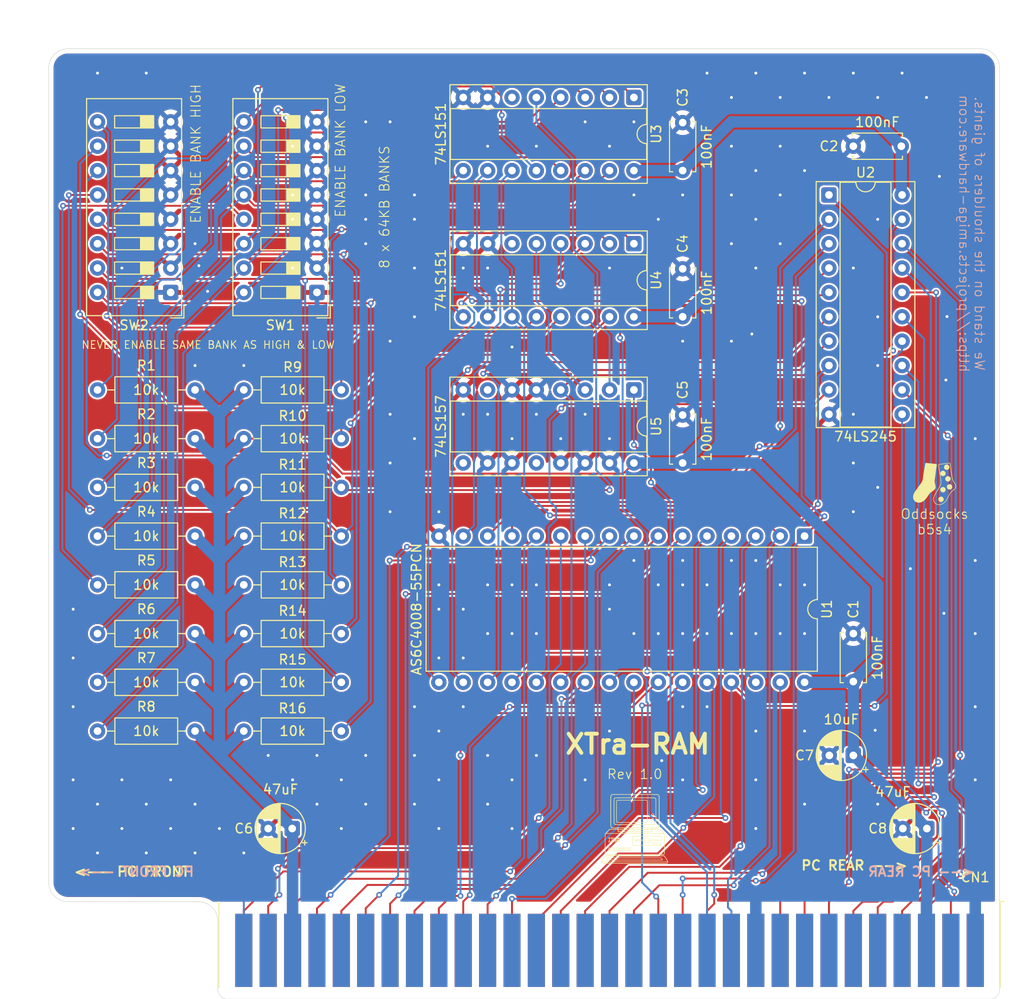
<source format=kicad_pcb>
(kicad_pcb (version 20241229) (generator "pcbnew") (generator_version "9.0")
  (layers (0 "F.Cu" signal) (2 "B.Cu" signal) (13 "F.Paste" user) (15 "B.Paste" user) (5 "F.SilkS" user "F.Silkscreen") (7 "B.SilkS" user "B.Silkscreen") (1 "F.Mask" user) (3 "B.Mask" user) (25 "Edge.Cuts" user))
  (net 0 "")
  (net 1 "+5V")
  (net 2 "GND")
  (net 3 "A4")
  (net 5 "DB7")
  (net 7 "DB5")
  (net 8 "A15")
  (net 10 "DB4")
  (net 12 "A19")
  (net 13 "A5")
  (net 14 "A12")
  (net 15 "A2")
  (net 17 "A13")
  (net 22 "A6")
  (net 24 "DB3")
  (net 27 "A16")
  (net 28 "DB6")
  (net 29 "A17")
  (net 30 "~{SMEMW}")
  (net 31 "A3")
  (net 33 "A10")
  (net 34 "A1")
  (net 35 "DB0")
  (net 36 "A7")
  (net 44 "A0")
  (net 46 "A8")
  (net 48 "A9")
  (net 50 "A11")
  (net 53 "DB2")
  (net 54 "A18")
  (net 55 "A14")
  (net 58 "DB1")
  (net 59 "~{SMEMR}")
  (net 60 "Net-(U3-I7)")
  (net 61 "Net-(U3-I6)")
  (net 62 "Net-(U3-I5)")
  (net 63 "Net-(U3-I4)")
  (net 64 "Net-(U3-I3)")
  (net 65 "Net-(U3-I2)")
  (net 66 "Net-(U3-I1)")
  (net 67 "Net-(U3-I0)")
  (net 68 "Net-(U4-I7)")
  (net 69 "Net-(U4-I6)")
  (net 70 "Net-(U4-I5)")
  (net 71 "Net-(U4-I4)")
  (net 72 "Net-(U4-I3)")
  (net 73 "Net-(U4-I2)")
  (net 74 "Net-(U4-I1)")
  (net 75 "Net-(U4-I0)")
  (net 76 "DQ5")
  (net 77 "DQ0")
  (net 78 "CHIP_EN")
  (net 79 "DQ4")
  (net 80 "DQ7")
  (net 81 "DQ3")
  (net 82 "DQ6")
  (net 83 "DQ1")
  (net 84 "DQ2")
  (net 86 "Net-(U3-Z)")
  (net 87 "Net-(U4-Z)")
  (footprint "Capacitor_THT:CP_Radial_D5.0mm_P2.50mm" (layer "F.Cu") (at 126.96 132.08 180)
    (property "Reference" "C6")
    (property "Value" "47uF")
  )
  (footprint "Capacitor_THT:C_Disc_D5.0mm_W2.5mm_P5.00mm" (layer "F.Cu") (at 167.64 78.74 90)
    (property "Reference" "C4")
    (property "Value" "100nF")
  )
  (footprint "Resistor_THT:R_Axial_DIN0207_L6.3mm_D2.5mm_P10.16mm_Horizontal" (layer "F.Cu") (at 116.84 91.44 180)
    (property "Reference" "R2")
    (property "Value" "10k")
  )
  (footprint "Capacitor_THT:CP_Radial_D5.0mm_P2.50mm" (layer "F.Cu") (at 193.08 132.08 180)
    (property "Reference" "C8")
    (property "Value" "47uF")
  )
  (footprint "Package_DIP:DIP-20_W7.62mm_Socket" (layer "F.Cu") (at 182.88 66.04)
    (property "Reference" "U2")
    (property "Value" "74LS245")
  )
  (footprint "Resistor_THT:R_Axial_DIN0207_L6.3mm_D2.5mm_P10.16mm_Horizontal" (layer "F.Cu") (at 116.84 106.68 180)
    (property "Reference" "R5")
    (property "Value" "10k")
  )
  (footprint "Capacitor_THT:C_Disc_D5.0mm_W2.5mm_P5.00mm" (layer "F.Cu") (at 167.64 63.5 90)
    (property "Reference" "C3")
    (property "Value" "100nF")
  )
  (footprint "Resistor_THT:R_Axial_DIN0207_L6.3mm_D2.5mm_P10.16mm_Horizontal" (layer "F.Cu") (at 121.92 106.68)
    (property "Reference" "R13")
    (property "Value" "10k")
  )
  (footprint "LOGO" (layer "F.Cu") (at 162.56 132.08)
    (property "Reference" "G***" (hide yes))
    (property "Value" "LOGO" (hide yes))
  )
  (footprint "Resistor_THT:R_Axial_DIN0207_L6.3mm_D2.5mm_P10.16mm_Horizontal" (layer "F.Cu") (at 121.92 121.92)
    (property "Reference" "R16")
    (property "Value" "10k")
  )
  (footprint "Capacitor_THT:CP_Radial_D5.0mm_P2.50mm" (layer "F.Cu") (at 185.42 124.46 180)
    (property "Reference" "C7")
    (property "Value" "10uF")
  )
  (footprint "Resistor_THT:R_Axial_DIN0207_L6.3mm_D2.5mm_P10.16mm_Horizontal" (layer "F.Cu") (at 121.92 101.6)
    (property "Reference" "R12")
    (property "Value" "10k")
  )
  (footprint "Resistor_THT:R_Axial_DIN0207_L6.3mm_D2.5mm_P10.16mm_Horizontal" (layer "F.Cu") (at 116.84 101.6 180)
    (property "Reference" "R4")
    (property "Value" "10k")
  )
  (footprint "Package_DIP:DIP-32_W15.24mm" (layer "F.Cu") (at 180.34 101.6 -90)
    (property "Reference" "U1")
    (property "Value" "AS6C4008-55PCN")
  )
  (footprint "Package_DIP:DIP-16_W7.62mm_Socket" (layer "F.Cu") (at 162.56 71.12 -90)
    (property "Reference" "U4")
    (property "Value" "74LS151")
  )
  (footprint "Resistor_THT:R_Axial_DIN0207_L6.3mm_D2.5mm_P10.16mm_Horizontal" (layer "F.Cu") (at 116.84 111.76 180)
    (property "Reference" "R6")
    (property "Value" "10k")
  )
  (footprint "Capacitor_THT:C_Disc_D5.0mm_W2.5mm_P5.00mm" (layer "F.Cu") (at 185.42 116.76 90)
    (property "Reference" "C1")
    (property "Value" "100nF")
  )
  (footprint "Resistor_THT:R_Axial_DIN0207_L6.3mm_D2.5mm_P10.16mm_Horizontal" (layer "F.Cu") (at 116.84 96.52 180)
    (property "Reference" "R3")
    (property "Value" "10k")
  )
  (footprint "Package_DIP:DIP-16_W7.62mm_Socket" (layer "F.Cu") (at 162.56 86.36 -90)
    (property "Reference" "U5")
    (property "Value" "74LS157")
  )
  (footprint "Resistor_THT:R_Axial_DIN0207_L6.3mm_D2.5mm_P10.16mm_Horizontal" (layer "F.Cu") (at 121.92 116.84)
    (property "Reference" "R15")
    (property "Value" "10k")
  )
  (footprint "Resistor_THT:R_Axial_DIN0207_L6.3mm_D2.5mm_P10.16mm_Horizontal" (layer "F.Cu") (at 121.92 96.52)
    (property "Reference" "R11")
    (property "Value" "10k")
  )
  (footprint "Package_DIP:DIP-16_W7.62mm_Socket" (layer "F.Cu") (at 162.56 55.88 -90)
    (property "Reference" "U3")
    (property "Value" "74LS151")
  )
  (footprint "Button_Switch_THT:SW_DIP_SPSTx08_Slide_9.78x22.5mm_W7.62mm_P2.54mm" (layer "F.Cu") (at 114.3 76.2 180)
    (property "Reference" "SW2")
    (property "Value" "SW_DIP_x08")
  )
  (footprint "Resistor_THT:R_Axial_DIN0207_L6.3mm_D2.5mm_P10.16mm_Horizontal" (layer "F.Cu") (at 116.84 86.36 180)
    (property "Reference" "R1")
    (property "Value" "10k")
  )
  (footprint "Resistor_THT:R_Axial_DIN0207_L6.3mm_D2.5mm_P10.16mm_Horizontal" (layer "F.Cu") (at 121.92 86.36)
    (property "Reference" "R9")
    (property "Value" "10k")
  )
  (footprint "Resistor_THT:R_Axial_DIN0207_L6.3mm_D2.5mm_P10.16mm_Horizontal" (layer "F.Cu") (at 116.84 121.92 180)
    (property "Reference" "R8")
    (property "Value" "10k")
  )
  (footprint "Resistor_THT:R_Axial_DIN0207_L6.3mm_D2.5mm_P10.16mm_Horizontal" (layer "F.Cu") (at 121.92 111.76)
    (property "Reference" "R14")
    (property "Value" "10k")
  )
  (footprint "Button_Switch_THT:SW_DIP_SPSTx08_Slide_9.78x22.5mm_W7.62mm_P2.54mm" (layer "F.Cu") (at 129.54 76.2 180)
    (property "Reference" "SW1")
    (property "Value" "SW_DIP_x08")
  )
  (footprint "ODDSOCKS:8-bit ISA" (layer "F.Cu") (at 198.12 144.78)
    (property "Reference" "CN1")
    (property "Value" "Bus_ISA_8bit")
  )
  (footprint "Resistor_THT:R_Axial_DIN0207_L6.3mm_D2.5mm_P10.16mm_Horizontal" (layer "F.Cu") (at 121.92 91.44)
    (property "Reference" "R10")
    (property "Value" "10k")
  )
  (footprint "Capacitor_THT:C_Disc_D5.0mm_W2.5mm_P5.00mm" (layer "F.Cu") (at 190.42 60.96 180)
    (property "Reference" "C2")
    (property "Value" "100nF")
  )
  (footprint "Capacitor_THT:C_Disc_D5.0mm_W2.5mm_P5.00mm" (layer "F.Cu") (at 167.64 93.98 90)
    (property "Reference" "C5")
    (property "Value" "100nF")
  )
  (footprint "Resistor_THT:R_Axial_DIN0207_L6.3mm_D2.5mm_P10.16mm_Horizontal" (layer "F.Cu") (at 116.84 116.84 180)
    (property "Reference" "R7")
    (property "Value" "10k")
  )
  (gr_line (start 156.0512 96.460348) (end 156.0512 97.14863) (stroke (width 0.2)) (layer "B.Cu") (net 78))
  (gr_poly (pts (xy 194.566939 97.484521) (xy 194.581127 97.4856) (xy 194.595108 97.487377) (xy 194.608865 97.489833) (xy 194.622381 97.492953) (xy 194.635638 97.496717) (xy 194.648619 97.50111) (xy 194.661305 97.506112) (xy 194.67368 97.511706) (xy 194.685725 97.517876) (xy 194.697424 97.524602) (xy 194.708759 97.531869) (xy 194.719712 97.539658) (xy 194.730266 97.547951) (xy 194.740402 97.556732) (xy 194.750105 97.565982) (xy 194.759355 97.575684) (xy 194.768135 97.585821) (xy 194.776429 97.596374) (xy 194.784218 97.607327) (xy 194.791484 97.618662) (xy 194.798211 97.630361) (xy 194.80438 97.642407) (xy 194.809975 97.654782) (xy 194.814977 97.667468) (xy 194.819369 97.680449) (xy 194.823134 97.693706) (xy 194.826253 97.707222) (xy 194.82871 97.720979) (xy 194.830486 97.73496) (xy 194.831565 97.749147) (xy 194.831929 97.763524) (xy 194.831565 97.7779) (xy 194.830486 97.792087) (xy 194.82871 97.806068) (xy 194.826253 97.819825) (xy 194.823134 97.833341) (xy 194.819369 97.846598) (xy 194.814977 97.859579) (xy 194.809975 97.872265) (xy 194.80438 97.88464) (xy 194.798211 97.896686) (xy 194.791484 97.908385) (xy 194.784218 97.919719) (xy 194.776429 97.930672) (xy 194.768135 97.941226) (xy 194.759355 97.951363) (xy 194.750105 97.961065) (xy 194.740402 97.970315) (xy 194.730266 97.979096) (xy 194.719712 97.987389) (xy 194.708759 97.995178) (xy 194.697424 98.002444) (xy 194.685725 98.009171) (xy 194.67368 98.015341) (xy 194.661305 98.020935) (xy 194.648619 98.025937) (xy 194.635638 98.030329) (xy 194.622381 98.034094) (xy 194.608865 98.037213) (xy 194.595108 98.03967) (xy 194.581127 98.041447) (xy 194.566939 98.042526) (xy 194.552563 98.042889) (xy 194.538187 98.042526) (xy 194.524 98.041447) (xy 194.510019 98.03967) (xy 194.496261 98.037213) (xy 194.482745 98.034094) (xy 194.469488 98.030329) (xy 194.456508 98.025937) (xy 194.443821 98.020935) (xy 194.431447 98.015341) (xy 194.419401 98.009171) (xy 194.407702 98.002444) (xy 194.396367 97.995178) (xy 194.385414 97.987389) (xy 194.374861 97.979096) (xy 194.364724 97.970315) (xy 194.355022 97.961065) (xy 194.345772 97.951363) (xy 194.336991 97.941226) (xy 194.328698 97.930672) (xy 194.320909 97.919719) (xy 194.313642 97.908385) (xy 194.306915 97.896686) (xy 194.300746 97.88464) (xy 194.295151 97.872265) (xy 194.290149 97.859579) (xy 194.285757 97.846598) (xy 194.281993 97.833341) (xy 194.278873 97.819825) (xy 194.276416 97.806068) (xy 194.27464 97.792087) (xy 194.273561 97.7779) (xy 194.273197 97.763524) (xy 194.273561 97.749147) (xy 194.27464 97.73496) (xy 194.276416 97.720979) (xy 194.278873 97.707222) (xy 194.281993 97.693706) (xy 194.285757 97.680449) (xy 194.290149 97.667468) (xy 194.295151 97.654782) (xy 194.300746 97.642407) (xy 194.306915 97.630361) (xy 194.313642 97.618662) (xy 194.320909 97.607327) (xy 194.328698 97.596374) (xy 194.336991 97.585821) (xy 194.345772 97.575684) (xy 194.355022 97.565982) (xy 194.364724 97.556732) (xy 194.374861 97.547951) (xy 194.385414 97.539658) (xy 194.396367 97.531869) (xy 194.407702 97.524602) (xy 194.419401 97.517876) (xy 194.431447 97.511706) (xy 194.443821 97.506112) (xy 194.456508 97.50111) (xy 194.469488 97.496717) (xy 194.482745 97.492953) (xy 194.496261 97.489833) (xy 194.510019 97.487377) (xy 194.524 97.4856) (xy 194.538187 97.484521) (xy 194.552563 97.484158)) (fill yes) (layer "F.SilkS"))
  (gr_poly (pts (xy 194.767286 94.786447) (xy 194.781474 94.787526) (xy 194.795455 94.789302) (xy 194.809212 94.791759) (xy 194.822728 94.794878) (xy 194.835985 94.798643) (xy 194.848965 94.803035) (xy 194.861652 94.808037) (xy 194.874027 94.813632) (xy 194.886072 94.819801) (xy 194.897771 94.826528) (xy 194.909106 94.833794) (xy 194.920059 94.841583) (xy 194.930613 94.849877) (xy 194.940749 94.858657) (xy 194.950452 94.867908) (xy 194.959702 94.87761) (xy 194.968482 94.887746) (xy 194.976776 94.8983) (xy 194.984565 94.909253) (xy 194.991831 94.920588) (xy 194.998558 94.932287) (xy 195.004727 94.944332) (xy 195.010322 94.956707) (xy 195.015324 94.969394) (xy 195.019716 94.982374) (xy 195.023481 94.995631) (xy 195.0266 95.009147) (xy 195.029057 95.022904) (xy 195.030833 95.036885) (xy 195.031912 95.051073) (xy 195.032276 95.065449) (xy 195.031912 95.079825) (xy 195.030833 95.094012) (xy 195.029057 95.107993) (xy 195.0266 95.121751) (xy 195.023481 95.135267) (xy 195.019716 95.148524) (xy 195.015324 95.161504) (xy 195.010322 95.174191) (xy 195.004727 95.186565) (xy 194.998558 95.198611) (xy 194.991831 95.21031) (xy 194.984565 95.221645) (xy 194.976776 95.232598) (xy 194.968482 95.243151) (xy 194.959702 95.253288) (xy 194.950452 95.26299) (xy 194.940749 95.27224) (xy 194.930613 95.281021) (xy 194.920059 95.289314) (xy 194.909106 95.297103) (xy 194.897771 95.30437) (xy 194.886072 95.311097) (xy 194.874027 95.317266) (xy 194.861652 95.322861) (xy 194.848965 95.327863) (xy 194.835985 95.332255) (xy 194.822728 95.336019) (xy 194.809212 95.339139) (xy 194.795455 95.341596) (xy 194.781474 95.343372) (xy 194.767286 95.344451) (xy 194.75291 95.344815) (xy 194.738534 95.344451) (xy 194.724347 95.343372) (xy 194.710366 95.341596) (xy 194.696608 95.339139) (xy 194.683092 95.336019) (xy 194.669835 95.332255) (xy 194.656855 95.327863) (xy 194.644168 95.322861) (xy 194.631794 95.317266) (xy 194.619748 95.311097) (xy 194.608049 95.30437) (xy 194.596714 95.297103) (xy 194.585761 95.289314) (xy 194.575208 95.281021) (xy 194.565071 95.27224) (xy 194.555369 95.26299) (xy 194.546119 95.253288) (xy 194.537338 95.243151) (xy 194.529045 95.232598) (xy 194.521256 95.221645) (xy 194.513989 95.21031) (xy 194.507262 95.198611) (xy 194.501093 95.186565) (xy 194.495498 95.174191) (xy 194.490496 95.161504) (xy 194.486104 95.148524) (xy 194.48234 95.135267) (xy 194.47922 95.121751) (xy 194.476763 95.107993) (xy 194.474987 95.094012) (xy 194.473908 95.079825) (xy 194.473544 95.065449) (xy 194.473908 95.051073) (xy 194.474987 95.036885) (xy 194.476763 95.022904) (xy 194.47922 95.009147) (xy 194.48234 94.995631) (xy 194.486104 94.982374) (xy 194.490496 94.969394) (xy 194.495498 94.956707) (xy 194.501093 94.944332) (xy 194.507262 94.932287) (xy 194.513989 94.920588) (xy 194.521256 94.909253) (xy 194.529045 94.8983) (xy 194.537338 94.887746) (xy 194.546119 94.87761) (xy 194.555369 94.867908) (xy 194.565071 94.858657) (xy 194.575208 94.849877) (xy 194.585761 94.841583) (xy 194.596714 94.833794) (xy 194.608049 94.826528) (xy 194.619748 94.819801) (xy 194.631794 94.813632) (xy 194.644168 94.808037) (xy 194.656855 94.803035) (xy 194.669835 94.798643) (xy 194.683092 94.794878) (xy 194.696608 94.791759) (xy 194.710366 94.789302) (xy 194.724347 94.787526) (xy 194.738534 94.786447) (xy 194.75291 94.786083)) (fill yes) (layer "F.SilkS"))
  (gr_poly (pts (xy 195.461391 96.186749) (xy 195.475578 96.187828) (xy 195.489559 96.189605) (xy 195.503317 96.192062) (xy 195.516832 96.195181) (xy 195.530089 96.198946) (xy 195.54307 96.203338) (xy 195.555756 96.20834) (xy 195.568131 96.213934) (xy 195.580177 96.220104) (xy 195.591876 96.226831) (xy 195.603211 96.234097) (xy 195.614164 96.241886) (xy 195.624717 96.250179) (xy 195.634854 96.25896) (xy 195.644556 96.26821) (xy 195.653806 96.277912) (xy 195.662587 96.288049) (xy 195.67088 96.298603) (xy 195.678669 96.309556) (xy 195.685936 96.32089) (xy 195.692662 96.332589) (xy 195.698832 96.344635) (xy 195.704426 96.35701) (xy 195.709429 96.369696) (xy 195.713821 96.382677) (xy 195.717585 96.395934) (xy 195.720705 96.40945) (xy 195.723162 96.423207) (xy 195.724938 96.437188) (xy 195.726017 96.451375) (xy 195.72638 96.465752) (xy 195.726017 96.480128) (xy 195.724938 96.494315) (xy 195.723162 96.508296) (xy 195.720705 96.522053) (xy 195.717585 96.535569) (xy 195.713821 96.548826) (xy 195.709429 96.561807) (xy 195.704426 96.574493) (xy 195.698832 96.586868) (xy 195.692662 96.598914) (xy 195.685936 96.610613) (xy 195.678669 96.621947) (xy 195.67088 96.6329) (xy 195.662587 96.643454) (xy 195.653806 96.653591) (xy 195.644556 96.663293) (xy 195.634854 96.672543) (xy 195.624717 96.681324) (xy 195.614164 96.689617) (xy 195.603211 96.697406) (xy 195.591876 96.704672) (xy 195.580177 96.711399) (xy 195.568131 96.717569) (xy 195.555756 96.723163) (xy 195.54307 96.728165) (xy 195.530089 96.732557) (xy 195.516832 96.736322) (xy 195.503317 96.739441) (xy 195.489559 96.741898) (xy 195.475578 96.743675) (xy 195.461391 96.744754) (xy 195.447015 96.745117) (xy 195.432638 96.744754) (xy 195.418451 96.743675) (xy 195.40447 96.741898) (xy 195.390713 96.739441) (xy 195.377197 96.736322) (xy 195.36394 96.732557) (xy 195.350959 96.728165) (xy 195.338273 96.723163) (xy 195.325898 96.717569) (xy 195.313852 96.711399) (xy 195.302153 96.704672) (xy 195.290819 96.697406) (xy 195.279866 96.689617) (xy 195.269312 96.681324) (xy 195.259176 96.672543) (xy 195.249473 96.663293) (xy 195.240223 96.653591) (xy 195.231443 96.643454) (xy 195.223149 96.6329) (xy 195.21536 96.621947) (xy 195.208094 96.610613) (xy 195.201367 96.598914) (xy 195.195198 96.586868) (xy 195.189603 96.574493) (xy 195.184601 96.561807) (xy 195.180209 96.548826) (xy 195.176444 96.535569) (xy 195.173325 96.522053) (xy 195.170868 96.508296) (xy 195.169091 96.494315) (xy 195.168013 96.480128) (xy 195.167649 96.465752) (xy 195.168013 96.451375) (xy 195.169091 96.437188) (xy 195.170868 96.423207) (xy 195.173325 96.40945) (xy 195.176444 96.395934) (xy 195.180209 96.382677) (xy 195.184601 96.369696) (xy 195.189603 96.35701) (xy 195.195198 96.344635) (xy 195.201367 96.332589) (xy 195.208094 96.32089) (xy 195.21536 96.309556) (xy 195.223149 96.298603) (xy 195.231443 96.288049) (xy 195.240223 96.277912) (xy 195.249473 96.26821) (xy 195.259176 96.25896) (xy 195.269312 96.250179) (xy 195.279866 96.241886) (xy 195.290819 96.234097) (xy 195.302153 96.226831) (xy 195.313852 96.220104) (xy 195.325898 96.213934) (xy 195.338273 96.20834) (xy 195.350959 96.203338) (xy 195.36394 96.198946) (xy 195.377197 96.195181) (xy 195.390713 96.192062) (xy 195.40447 96.189605) (xy 195.418451 96.187828) (xy 195.432638 96.186749) (xy 195.447015 96.186386)) (fill yes) (layer "F.SilkS"))
  (gr_poly (pts (xy 194.774783 96.482464) (xy 194.78897 96.483543) (xy 194.802952 96.485319) (xy 194.816709 96.487776) (xy 194.830225 96.490896) (xy 194.843482 96.49466) (xy 194.856462 96.499052) (xy 194.869149 96.504054) (xy 194.881523 96.509649) (xy 194.893569 96.515818) (xy 194.905268 96.522545) (xy 194.916603 96.529812) (xy 194.927556 96.537601) (xy 194.938109 96.545894) (xy 194.948246 96.554675) (xy 194.957948 96.563925) (xy 194.967198 96.573627) (xy 194.975979 96.583764) (xy 194.984272 96.594317) (xy 194.992061 96.60527) (xy 194.999328 96.616605) (xy 195.006055 96.628304) (xy 195.012224 96.64035) (xy 195.017819 96.652724) (xy 195.022821 96.665411) (xy 195.027213 96.678391) (xy 195.030977 96.691648) (xy 195.034097 96.705164) (xy 195.036554 96.718921) (xy 195.03833 96.732903) (xy 195.039409 96.74709) (xy 195.039772 96.761466) (xy 195.039409 96.775842) (xy 195.03833 96.79003) (xy 195.036554 96.804011) (xy 195.034097 96.817768) (xy 195.030977 96.831284) (xy 195.027213 96.844541) (xy 195.022821 96.857521) (xy 195.017819 96.870208) (xy 195.012224 96.882583) (xy 195.006055 96.894628) (xy 194.999328 96.906327) (xy 194.992061 96.917662) (xy 194.984272 96.928615) (xy 194.975979 96.939169) (xy 194.967198 96.949305) (xy 194.957948 96.959007) (xy 194.948246 96.968258) (xy 194.938109 96.977038) (xy 194.927556 96.985332) (xy 194.916603 96.99312) (xy 194.905268 97.000387) (xy 194.893569 97.007114) (xy 194.881523 97.013283) (xy 194.869149 97.018878) (xy 194.856462 97.02388) (xy 194.843482 97.028272) (xy 194.830225 97.032037) (xy 194.816709 97.035156) (xy 194.802952 97.037613) (xy 194.78897 97.03939) (xy 194.774783 97.040468) (xy 194.760407 97.040832) (xy 194.746031 97.040468) (xy 194.731843 97.03939) (xy 194.717862 97.037613) (xy 194.704105 97.035156) (xy 194.690589 97.032037) (xy 194.677332 97.028272) (xy 194.664352 97.02388) (xy 194.651665 97.018878) (xy 194.63929 97.013283) (xy 194.627245 97.007114) (xy 194.615546 97.000387) (xy 194.604211 96.99312) (xy 194.593258 96.985332) (xy 194.582704 96.977038) (xy 194.572568 96.968258) (xy 194.562865 96.959007) (xy 194.553615 96.949305) (xy 194.544835 96.939169) (xy 194.536541 96.928615) (xy 194.528752 96.917662) (xy 194.521486 96.906327) (xy 194.514759 96.894628) (xy 194.50859 96.882583) (xy 194.502995 96.870208) (xy 194.497993 96.857521) (xy 194.493601 96.844541) (xy 194.489836 96.831284) (xy 194.486717 96.817768) (xy 194.48426 96.804011) (xy 194.482483 96.79003) (xy 194.481405 96.775842) (xy 194.481041 96.761466) (xy 194.481405 96.74709) (xy 194.482483 96.732903) (xy 194.48426 96.718921) (xy 194.486717 96.705164) (xy 194.489836 96.691648) (xy 194.493601 96.678391) (xy 194.497993 96.665411) (xy 194.502995 96.652724) (xy 194.50859 96.64035) (xy 194.514759 96.628304) (xy 194.521486 96.616605) (xy 194.528752 96.60527) (xy 194.536541 96.594317) (xy 194.544835 96.583764) (xy 194.553615 96.573627) (xy 194.562865 96.563925) (xy 194.572568 96.554675) (xy 194.582704 96.545894) (xy 194.593258 96.537601) (xy 194.604211 96.529812) (xy 194.615546 96.522545) (xy 194.627245 96.515818) (xy 194.63929 96.509649) (xy 194.651665 96.504054) (xy 194.664352 96.499052) (xy 194.677332 96.49466) (xy 194.690589 96.490896) (xy 194.704105 96.487776) (xy 194.717862 96.485319) (xy 194.731843 96.483543) (xy 194.746031 96.482464) (xy 194.760407 96.4821)) (fill yes) (layer "F.SilkS"))
  (gr_poly (pts (xy 195.161178 94.138874) (xy 195.175365 94.139953) (xy 195.189346 94.14173) (xy 195.203103 94.144187) (xy 195.216619 94.147306) (xy 195.229876 94.151071) (xy 195.242857 94.155463) (xy 195.255543 94.160465) (xy 195.267918 94.166059) (xy 195.279964 94.172229) (xy 195.291663 94.178956) (xy 195.302997 94.186222) (xy 195.31395 94.194011) (xy 195.324504 94.202304) (xy 195.334641 94.211085) (xy 195.344343 94.220335) (xy 195.353593 94.230037) (xy 195.362374 94.240174) (xy 195.370667 94.250728) (xy 195.378456 94.261681) (xy 195.385722 94.273015) (xy 195.392449 94.284714) (xy 195.398619 94.29676) (xy 195.404213 94.309135) (xy 195.409215 94.321821) (xy 195.413607 94.334802) (xy 195.417372 94.348059) (xy 195.420491 94.361575) (xy 195.422948 94.375332) (xy 195.424725 94.389313) (xy 195.425804 94.4035) (xy 195.426167 94.417877) (xy 195.425804 94.432253) (xy 195.424725 94.44644) (xy 195.422948 94.460421) (xy 195.420491 94.474179) (xy 195.417372 94.487694) (xy 195.413607 94.500951) (xy 195.409215 94.513932) (xy 195.404213 94.526618) (xy 195.398619 94.538993) (xy 195.392449 94.551039) (xy 195.385722 94.562738) (xy 195.378456 94.574073) (xy 195.370667 94.585026) (xy 195.362374 94.595579) (xy 195.353593 94.605716) (xy 195.344343 94.615418) (xy 195.334641 94.624668) (xy 195.324504 94.633449) (xy 195.31395 94.641742) (xy 195.302997 94.649531) (xy 195.291663 94.656798) (xy 195.279964 94.663524) (xy 195.267918 94.669694) (xy 195.255543 94.675288) (xy 195.242857 94.68029) (xy 195.229876 94.684683) (xy 195.216619 94.688447) (xy 195.203103 94.691567) (xy 195.189346 94.694023) (xy 195.175365 94.6958) (xy 195.161178 94.696879) (xy 195.146802 94.697242) (xy 195.132425 94.696879) (xy 195.118238 94.6958) (xy 195.104257 94.694023) (xy 195.0905 94.691567) (xy 195.076984 94.688447) (xy 195.063727 94.684683) (xy 195.050746 94.68029) (xy 195.03806 94.675288) (xy 195.025685 94.669694) (xy 195.013639 94.663524) (xy 195.00194 94.656798) (xy 194.990605 94.649531) (xy 194.979653 94.641742) (xy 194.969099 94.633449) (xy 194.958962 94.624668) (xy 194.94926 94.615418) (xy 194.94001 94.605716) (xy 194.931229 94.595579) (xy 194.922936 94.585026) (xy 194.915147 94.574073) (xy 194.90788 94.562738) (xy 194.901154 94.551039) (xy 194.894984 94.538993) (xy 194.88939 94.526618) (xy 194.884388 94.513932) (xy 194.879995 94.500951) (xy 194.876231 94.487694) (xy 194.873111 94.474179) (xy 194.870655 94.460421) (xy 194.868878 94.44644) (xy 194.867799 94.432253) (xy 194.867436 94.417877) (xy 194.867799 94.4035) (xy 194.868878 94.389313) (xy 194.870655 94.375332) (xy 194.873111 94.361575) (xy 194.876231 94.348059) (xy 194.879995 94.334802) (xy 194.884388 94.321821) (xy 194.88939 94.309135) (xy 194.894984 94.29676) (xy 194.901154 94.284714) (xy 194.90788 94.273015) (xy 194.915147 94.261681) (xy 194.922936 94.250728) (xy 194.931229 94.240174) (xy 194.94001 94.230037) (xy 194.94926 94.220335) (xy 194.958962 94.211085) (xy 194.969099 94.202304) (xy 194.979653 94.194011) (xy 194.990605 94.186222) (xy 195.00194 94.178956) (xy 195.013639 94.172229) (xy 195.025685 94.166059) (xy 195.03806 94.160465) (xy 195.050746 94.155463) (xy 195.063727 94.151071) (xy 195.076984 94.147306) (xy 195.0905 94.144187) (xy 195.104257 94.14173) (xy 195.118238 94.139953) (xy 195.132425 94.138874) (xy 195.146802 94.138511)) (fill yes) (layer "F.SilkS"))
  (gr_poly (pts (xy 195.442417 93.995875) (xy 195.453 93.995875) (xy 195.458291 94.001167) (xy 195.463583 94.001167) (xy 195.48475 94.022334) (xy 195.48475 94.032917) (xy 195.490041 94.038209) (xy 195.490041 94.048792) (xy 195.495333 94.054084) (xy 195.495333 94.085834) (xy 195.500625 94.091125) (xy 195.500625 94.117584) (xy 195.505917 94.122875) (xy 195.505917 94.154625) (xy 195.511208 94.159917) (xy 195.511208 94.186375) (xy 195.5165 94.191667) (xy 195.5165 94.218125) (xy 195.521792 94.223417) (xy 195.521792 94.249875) (xy 195.527083 94.255167) (xy 195.527083 94.286917) (xy 195.532375 94.292209) (xy 195.532375 94.318667) (xy 195.537666 94.323959) (xy 195.537666 94.355709) (xy 195.542958 94.361) (xy 195.542958 94.387459) (xy 195.54825 94.39275) (xy 195.54825 94.419209) (xy 195.553541 94.4245) (xy 195.553541 94.450959) (xy 195.558833 94.45625) (xy 195.558833 94.482709) (xy 195.564125 94.488) (xy 195.564125 94.514459) (xy 195.569416 94.51975) (xy 195.569416 94.546209) (xy 195.574708 94.5515) (xy 195.574708 94.58325) (xy 195.58 94.588542) (xy 195.58 94.615) (xy 195.585292 94.620292) (xy 195.585292 94.657334) (xy 195.590583 94.662625) (xy 195.590583 94.694375) (xy 195.595875 94.699667) (xy 195.595875 94.731417) (xy 195.601167 94.736709) (xy 195.601167 94.763167) (xy 195.606458 94.768459) (xy 195.606458 94.794917) (xy 195.61175 94.800209) (xy 195.61175 94.831959) (xy 195.617041 94.83725) (xy 195.617041 94.869) (xy 195.622333 94.874292) (xy 195.622333 94.90075) (xy 195.627625 94.906042) (xy 195.627625 94.927209) (xy 195.632916 94.9325) (xy 195.632916 94.953667) (xy 195.638208 94.958959) (xy 195.638208 94.985417) (xy 195.6435 94.990709) (xy 195.6435 95.017167) (xy 195.648791 95.022459) (xy 195.648791 95.048917) (xy 195.654083 95.054209) (xy 195.654083 95.085959) (xy 195.659375 95.09125) (xy 195.659375 95.123) (xy 195.664667 95.128292) (xy 195.664667 95.149459) (xy 195.669958 95.15475) (xy 195.669958 95.1865) (xy 195.67525 95.191792) (xy 195.67525 95.228834) (xy 195.680542 95.234125) (xy 195.680542 95.260584) (xy 195.685833 95.265875) (xy 195.685833 95.302917) (xy 195.691125 95.308209) (xy 195.691125 95.339959) (xy 195.696416 95.34525) (xy 195.696416 95.377) (xy 195.701708 95.382292) (xy 195.701708 95.414042) (xy 195.707 95.419334) (xy 195.707 95.445792) (xy 195.712291 95.451084) (xy 195.712291 95.47225) (xy 195.717583 95.477542) (xy 195.717583 95.498709) (xy 195.722875 95.504) (xy 195.722875 95.519875) (xy 195.728166 95.525167) (xy 195.728166 95.541042) (xy 195.733458 95.546334) (xy 195.733458 95.562209) (xy 195.73875 95.5675) (xy 195.73875 95.583375) (xy 195.744042 95.588667) (xy 195.744042 95.609834) (xy 195.749333 95.615125) (xy 195.749333 95.631) (xy 195.754625 95.636292) (xy 195.754625 95.652167) (xy 195.759917 95.657459) (xy 195.759917 95.673334) (xy 195.765208 95.678625) (xy 195.765208 95.699792) (xy 195.7705 95.705084) (xy 195.7705 95.720959) (xy 195.775791 95.72625) (xy 195.775791 95.736834) (xy 195.781083 95.742125) (xy 195.781083 95.752709) (xy 195.786375 95.758) (xy 195.786375 95.763292) (xy 195.791666 95.768584) (xy 195.786375 95.773875) (xy 195.796958 95.784459) (xy 195.796958 95.78975) (xy 195.80225 95.795042) (xy 195.80225 95.805625) (xy 195.807541 95.810917) (xy 195.807541 95.816209) (xy 195.812833 95.8215) (xy 195.812833 95.826792) (xy 195.818125 95.832084) (xy 195.818125 95.837375) (xy 195.823417 95.842667) (xy 195.823417 95.85325) (xy 195.828708 95.858542) (xy 195.828708 95.863834) (xy 195.834 95.869125) (xy 195.834 95.874417) (xy 195.839292 95.879709) (xy 195.839292 95.885) (xy 195.844583 95.890292) (xy 195.844583 95.895584) (xy 195.855166 95.906167) (xy 195.855166 95.911459) (xy 195.86575 95.922042) (xy 195.86575 95.927333) (xy 195.876333 95.937917) (xy 195.876333 95.943209) (xy 195.886916 95.953792) (xy 195.886916 95.959084) (xy 195.902792 95.974959) (xy 195.902792 95.98025) (xy 195.913375 95.990834) (xy 195.913375 95.996125) (xy 195.92925 96.012) (xy 195.92925 96.017292) (xy 195.939833 96.027875) (xy 195.939833 96.033167) (xy 195.950416 96.04375) (xy 195.950416 96.049042) (xy 195.966291 96.064917) (xy 195.966291 96.070209) (xy 195.976875 96.080792) (xy 195.976875 96.086083) (xy 195.99275 96.101959) (xy 195.99275 96.10725) (xy 196.003333 96.117834) (xy 196.003333 96.123125) (xy 196.013916 96.133709) (xy 196.013916 96.139) (xy 196.0245 96.149584) (xy 196.0245 96.154875) (xy 196.029791 96.160167) (xy 196.029791 96.165458) (xy 196.035083 96.17075) (xy 196.035083 96.176042) (xy 196.045666 96.186625) (xy 196.045666 96.197209) (xy 196.050958 96.2025) (xy 196.050958 96.207792) (xy 196.05625 96.213084) (xy 196.05625 96.218375) (xy 196.061542 96.223667) (xy 196.061542 96.228958) (xy 196.066833 96.23425) (xy 196.066833 96.244834) (xy 196.072125 96.250125) (xy 196.072125 96.260709) (xy 196.077417 96.266) (xy 196.077417 96.281875) (xy 196.082708 96.287167) (xy 196.082708 96.303042) (xy 196.088 96.308333) (xy 196.088 96.345375) (xy 196.093291 96.350667) (xy 196.093291 96.408875) (xy 196.088 96.414167) (xy 196.088 96.451208) (xy 196.082708 96.4565) (xy 196.082708 96.477667) (xy 196.077417 96.482959) (xy 196.077417 96.498834) (xy 196.072125 96.504125) (xy 196.072125 96.514709) (xy 196.066833 96.52) (xy 196.066833 96.530583) (xy 196.061542 96.535875) (xy 196.061542 96.541167) (xy 196.05625 96.546458) (xy 196.05625 96.557042) (xy 196.050958 96.562334) (xy 196.050958 96.567625) (xy 196.045666 96.572917) (xy 196.045666 96.578209) (xy 196.040375 96.5835) (xy 196.040375 96.588792) (xy 196.035083 96.594084) (xy 196.035083 96.599375) (xy 196.029791 96.604667) (xy 196.029791 96.609958) (xy 196.019208 96.620542) (xy 196.019208 96.625833) (xy 196.008625 96.636417) (xy 196.008625 96.641709) (xy 195.998042 96.652292) (xy 195.998042 96.657584) (xy 195.982167 96.673459) (xy 195.982167 96.67875) (xy 195.881625 96.779292) (xy 195.876333 96.779292) (xy 195.855166 96.800459) (xy 195.849875 96.800459) (xy 195.828708 96.821625) (xy 195.823417 96.821625) (xy 195.807541 96.8375) (xy 195.80225 96.8375) (xy 195.786375 96.853375) (xy 195.781083 96.853375) (xy 195.7705 96.863958) (xy 195.765208 96.863958) (xy 195.733458 96.895709) (xy 195.728166 96.895709) (xy 195.712291 96.911584) (xy 195.707 96.911584) (xy 195.617041 97.001542) (xy 195.617041 97.006833) (xy 195.590583 97.033292) (xy 195.590583 97.038584) (xy 195.564125 97.065042) (xy 195.564125 97.070334) (xy 195.542958 97.0915) (xy 195.542958 97.096792) (xy 195.527083 97.112667) (xy 195.527083 97.117959) (xy 195.511208 97.133834) (xy 195.511208 97.139125) (xy 195.495333 97.155) (xy 195.495333 97.160292) (xy 195.48475 97.170875) (xy 195.48475 97.176167) (xy 195.474166 97.18675) (xy 195.474166 97.192042) (xy 195.463583 97.202625) (xy 195.463583 97.207917) (xy 195.458291 97.213209) (xy 195.458291 97.2185) (xy 195.447708 97.229084) (xy 195.447708 97.234375) (xy 195.442417 97.239667) (xy 195.442417 97.244958) (xy 195.437125 97.25025) (xy 195.437125 97.255542) (xy 195.426542 97.266125) (xy 195.426542 97.271417) (xy 195.42125 97.276709) (xy 195.42125 97.282) (xy 195.410666 97.292584) (xy 195.410666 97.297875) (xy 195.405375 97.303167) (xy 195.405375 97.308459) (xy 195.400083 97.31375) (xy 195.400083 97.319042) (xy 195.3895 97.329625) (xy 195.3895 97.334917) (xy 195.384208 97.340208) (xy 195.384208 97.3455) (xy 195.378916 97.350792) (xy 195.378916 97.356083) (xy 195.373625 97.361375) (xy 195.373625 97.366667) (xy 195.368333 97.371959) (xy 195.368333 97.37725) (xy 195.35775 97.387834) (xy 195.35775 97.393125) (xy 195.352458 97.398417) (xy 195.352458 97.403708) (xy 195.347167 97.409) (xy 195.347167 97.414292) (xy 195.341875 97.419583) (xy 195.341875 97.424875) (xy 195.331291 97.435458) (xy 195.331291 97.44075) (xy 195.326 97.446042) (xy 195.326 97.451334) (xy 195.320708 97.456625) (xy 195.320708 97.461917) (xy 195.315416 97.467209) (xy 195.315416 97.4725) (xy 195.310125 97.477792) (xy 195.310125 97.483083) (xy 195.299541 97.493667) (xy 195.299541 97.498958) (xy 195.29425 97.50425) (xy 195.29425 97.509542) (xy 195.288958 97.514833) (xy 195.288958 97.520125) (xy 195.283667 97.525417) (xy 195.283667 97.530709) (xy 195.278375 97.536) (xy 195.278375 97.541292) (xy 195.273083 97.546584) (xy 195.273083 97.551875) (xy 195.2625 97.562458) (xy 195.2625 97.56775) (xy 195.257208 97.573042) (xy 195.257208 97.578333) (xy 195.251917 97.583625) (xy 195.251917 97.588917) (xy 195.246625 97.594208) (xy 195.246625 97.5995) (xy 195.241333 97.604792) (xy 195.241333 97.610084) (xy 195.236041 97.615375) (xy 195.236041 97.620667) (xy 195.225458 97.63125) (xy 195.225458 97.641833) (xy 195.214875 97.652417) (xy 195.214875 97.657708) (xy 195.209583 97.663) (xy 195.209583 97.668292) (xy 195.204292 97.673583) (xy 195.204292 97.678875) (xy 195.199 97.684167) (xy 195.199 97.689459) (xy 195.193708 97.69475) (xy 195.193708 97.700042) (xy 195.188417 97.705334) (xy 195.188417 97.710625) (xy 195.183125 97.715917) (xy 195.183125 97.721208) (xy 195.177833 97.7265) (xy 195.177833 97.731792) (xy 195.16725 97.742375) (xy 195.16725 97.747667) (xy 195.161958 97.752958) (xy 195.161958 97.75825) (xy 195.156666 97.763542) (xy 195.156666 97.768834) (xy 195.151375 97.774125) (xy 195.151375 97.779417) (xy 195.146083 97.784709) (xy 195.146083 97.79) (xy 195.1355 97.800583) (xy 195.1355 97.805875) (xy 195.130208 97.811167) (xy 195.130208 97.816458) (xy 195.124917 97.82175) (xy 195.124917 97.827042) (xy 195.114333 97.837625) (xy 195.114333 97.842917) (xy 195.109042 97.848209) (xy 195.109042 97.8535) (xy 195.098458 97.864084) (xy 195.098458 97.869375) (xy 195.087875 97.879958) (xy 195.087875 97.88525) (xy 195.082583 97.890542) (xy 195.082583 97.895833) (xy 195.072 97.906417) (xy 195.072 97.911708) (xy 195.061416 97.922292) (xy 195.061416 97.927584) (xy 195.045542 97.943459) (xy 195.045542 97.94875) (xy 195.029667 97.964625) (xy 195.029667 97.969917) (xy 195.0085 97.991083) (xy 195.0085 97.996375) (xy 194.939708 98.065167) (xy 194.934417 98.065167) (xy 194.892083 98.1075) (xy 194.886792 98.1075) (xy 194.865625 98.128667) (xy 194.860333 98.128667) (xy 194.844458 98.144542) (xy 194.839166 98.144542) (xy 194.823291 98.160417) (xy 194.818 98.160417) (xy 194.802125 98.176292) (xy 194.796833 98.176292) (xy 194.78625 98.186875) (xy 194.780958 98.186875) (xy 194.770375 98.197458) (xy 194.765083 98.197458) (xy 194.7545 98.208042) (xy 194.749208 98.208042) (xy 194.738625 98.218625) (xy 194.733333 98.218625) (xy 194.72275 98.229208) (xy 194.717458 98.229208) (xy 194.712167 98.2345) (xy 194.706875 98.2345) (xy 194.701583 98.239792) (xy 194.696292 98.239792) (xy 194.691 98.245084) (xy 194.685708 98.245084) (xy 194.680416 98.250375) (xy 194.675125 98.250375) (xy 194.669833 98.255667) (xy 194.664541 98.255667) (xy 194.65925 98.260959) (xy 194.653958 98.260959) (xy 194.648667 98.26625) (xy 194.643375 98.26625) (xy 194.638083 98.271542) (xy 194.6275 98.271542) (xy 194.622208 98.276833) (xy 194.616917 98.276833) (xy 194.611625 98.282125) (xy 194.601041 98.282125) (xy 194.59575 98.287417) (xy 194.585166 98.287417) (xy 194.579875 98.292708) (xy 194.569292 98.292708) (xy 194.564 98.298) (xy 194.548125 98.298) (xy 194.542833 98.303292) (xy 194.526958 98.303292) (xy 194.521666 98.308583) (xy 194.505791 98.308583) (xy 194.5005 98.313875) (xy 194.479333 98.313875) (xy 194.474042 98.319167) (xy 194.442291 98.319167) (xy 194.437 98.324459) (xy 194.378792 98.324459) (xy 194.3735 98.32975) (xy 194.336458 98.32975) (xy 194.331167 98.324459) (xy 194.272958 98.324459) (xy 194.267666 98.319167) (xy 194.2465 98.319167) (xy 194.241208 98.313875) (xy 194.220042 98.313875) (xy 194.21475 98.308583) (xy 194.198875 98.308583) (xy 194.193583 98.303292) (xy 194.183 98.303292) (xy 194.177708 98.298) (xy 194.167125 98.298) (xy 194.161833 98.292708) (xy 194.15125 98.292708) (xy 194.145958 98.287417) (xy 194.140666 98.287417) (xy 194.135375 98.282125) (xy 194.130083 98.282125) (xy 194.124792 98.276833) (xy 194.1195 98.276833) (xy 194.114208 98.271542) (xy 194.108917 98.271542) (xy 194.103625 98.26625) (xy 194.098333 98.26625) (xy 194.093042 98.260959) (xy 194.08775 98.260959) (xy 194.082458 98.255667) (xy 194.077167 98.255667) (xy 194.071875 98.250375) (xy 194.066583 98.250375) (xy 194.061291 98.245084) (xy 194.056 98.245084) (xy 194.045417 98.2345) (xy 194.040125 98.2345) (xy 194.029542 98.223917) (xy 194.02425 98.223917) (xy 194.013667 98.213333) (xy 194.008375 98.213333) (xy 193.9925 98.197458) (xy 193.987208 98.197458) (xy 193.966042 98.176292) (xy 193.96075 98.176292) (xy 193.918417 98.133958) (xy 193.918417 98.128667) (xy 193.891958 98.102209) (xy 193.891958 98.096917) (xy 193.876083 98.081042) (xy 193.876083 98.07575) (xy 193.8655 98.065167) (xy 193.8655 98.059875) (xy 193.854917 98.049292) (xy 193.854917 98.044) (xy 193.849625 98.038708) (xy 193.849625 98.033417) (xy 193.844333 98.028125) (xy 193.844333 98.022834) (xy 193.839042 98.017542) (xy 193.839042 98.01225) (xy 193.83375 98.006959) (xy 193.83375 98.001667) (xy 193.828458 97.996375) (xy 193.828458 97.991083) (xy 193.823167 97.985792) (xy 193.823167 97.9805) (xy 193.817875 97.975208) (xy 193.817875 97.964625) (xy 193.812583 97.959333) (xy 193.812583 97.954042) (xy 193.807292 97.94875) (xy 193.807292 97.938167) (xy 193.802 97.932875) (xy 193.802 97.922292) (xy 193.796708 97.917) (xy 193.796708 97.901125) (xy 193.791417 97.895833) (xy 193.791417 97.879958) (xy 193.786125 97.874667) (xy 193.786125 97.8535) (xy 193.780833 97.848209) (xy 193.780833 97.816458) (xy 193.775542 97.811167) (xy 193.775542 97.684167) (xy 193.780833 97.678875) (xy 193.780833 97.647125) (xy 193.786125 97.641833) (xy 193.786125 97.620667) (xy 193.791417 97.615375) (xy 193.791417 97.5995) (xy 193.796708 97.594208) (xy 193.796708 97.578333) (xy 193.802 97.573042) (xy 193.802 97.562458) (xy 193.807292 97.557167) (xy 193.807292 97.541292) (xy 193.812583 97.536) (xy 193.812583 97.530709) (xy 193.817875 97.525417) (xy 193.817875 97.514833) (xy 193.823167 97.509542) (xy 193.823167 97.498958) (xy 193.828458 97.493667) (xy 193.828458 97.483083) (xy 193.83375 97.477792) (xy 193.83375 97.467209) (xy 193.839042 97.461917) (xy 193.839042 97.456625) (xy 193.844333 97.451334) (xy 193.844333 97.446042) (xy 193.849625 97.44075) (xy 193.849625 97.430167) (xy 193.854917 97.424875) (xy 193.854917 97.419583) (xy 193.860208 97.414292) (xy 193.860208 97.409) (xy 193.8655 97.403708) (xy 193.8655 97.398417) (xy 193.870792 97.393125) (xy 193.870792 97.382542) (xy 193.876083 97.37725) (xy 193.876083 97.371959) (xy 193.881375 97.366667) (xy 193.881375 97.361375) (xy 193.886667 97.356083) (xy 193.886667 97.350792) (xy 193.891958 97.3455) (xy 193.891958 97.340208) (xy 193.902541 97.329625) (xy 193.902541 97.324333) (xy 193.907833 97.319042) (xy 193.907833 97.31375) (xy 193.913125 97.308459) (xy 193.913125 97.303167) (xy 193.918417 97.297875) (xy 193.918417 97.292584) (xy 193.923708 97.287292) (xy 193.923708 97.282) (xy 193.929 97.276709) (xy 193.929 97.271417) (xy 193.934292 97.266125) (xy 193.934292 97.260833) (xy 193.939583 97.255542) (xy 193.939583 97.25025) (xy 193.950167 97.239667) (xy 193.950167 97.229084) (xy 193.96075 97.2185) (xy 193.96075 97.213209) (xy 193.966042 97.207917) (xy 193.966042 97.202625) (xy 193.971333 97.197334) (xy 193.971333 97.192042) (xy 193.981916 97.181458) (xy 193.981916 97.176167) (xy 193.987208 97.170875) (xy 193.987208 97.165583) (xy 193.9925 97.160292) (xy 193.9925 97.155) (xy 193.997792 97.149709) (xy 193.997792 97.144417) (xy 194.008375 97.133834) (xy 194.008375 97.128542) (xy 194.018958 97.117959) (xy 194.018958 97.112667) (xy 194.02425 97.107375) (xy 194.02425 97.102083) (xy 194.034833 97.0915) (xy 194.034833 97.086208) (xy 194.040125 97.080917) (xy 194.040125 97.075625) (xy 194.050708 97.065042) (xy 194.050708 97.05975) (xy 194.056 97.054459) (xy 194.056 97.049167) (xy 194.066583 97.038584) (xy 194.066583 97.033292) (xy 194.071875 97.028) (xy 194.071875 97.022708) (xy 194.077167 97.017417) (xy 194.077167 97.012125) (xy 194.08775 97.001542) (xy 194.08775 96.99625) (xy 194.093042 96.990959) (xy 194.093042 96.985667) (xy 194.103625 96.975084) (xy 194.103625 96.969792) (xy 194.108917 96.9645) (xy 194.108917 96.959209) (xy 194.1195 96.948625) (xy 194.1195 96.943333) (xy 194.124792 96.938042) (xy 194.124792 96.93275) (xy 194.135375 96.922167) (xy 194.135375 96.916875) (xy 194.140666 96.911584) (xy 194.140666 96.906292) (xy 194.15125 96.895709) (xy 194.15125 96.890417) (xy 194.156542 96.885125) (xy 194.156542 96.879834) (xy 194.161833 96.874542) (xy 194.161833 96.86925) (xy 194.172417 96.858667) (xy 194.172417 96.853375) (xy 194.183 96.842792) (xy 194.183 96.8375) (xy 194.193583 96.826917) (xy 194.193583 96.816334) (xy 194.204166 96.80575) (xy 194.204166 96.800459) (xy 194.209458 96.795167) (xy 194.209458 96.789875) (xy 194.220042 96.779292) (xy 194.220042 96.774) (xy 194.225333 96.768708) (xy 194.225333 96.763417) (xy 194.230625 96.758125) (xy 194.230625 96.752834) (xy 194.235917 96.747542) (xy 194.235917 96.74225) (xy 194.2465 96.731667) (xy 194.2465 96.726375) (xy 194.251792 96.721084) (xy 194.251792 96.715792) (xy 194.257083 96.7105) (xy 194.257083 96.705208) (xy 194.267666 96.694625) (xy 194.267666 96.689333) (xy 194.272958 96.684042) (xy 194.272958 96.67875) (xy 194.27825 96.673459) (xy 194.27825 96.668167) (xy 194.288833 96.657584) (xy 194.288833 96.652292) (xy 194.294125 96.647) (xy 194.294125 96.641709) (xy 194.299417 96.636417) (xy 194.299417 96.631125) (xy 194.31 96.620542) (xy 194.31 96.61525) (xy 194.315292 96.609958) (xy 194.315292 96.604667) (xy 194.320583 96.599375) (xy 194.320583 96.594084) (xy 194.331167 96.5835) (xy 194.331167 96.578209) (xy 194.336458 96.572917) (xy 194.336458 96.567625) (xy 194.34175 96.562334) (xy 194.34175 96.557042) (xy 194.352333 96.546458) (xy 194.352333 96.541167) (xy 194.357625 96.535875) (xy 194.357625 96.530583) (xy 194.368208 96.52) (xy 194.368208 96.514709) (xy 194.3735 96.509417) (xy 194.3735 96.504125) (xy 194.378792 96.498834) (xy 194.378792 96.493542) (xy 194.389375 96.482959) (xy 194.389375 96.477667) (xy 194.394667 96.472375) (xy 194.394667 96.467083) (xy 194.40525 96.4565) (xy 194.40525 96.451208) (xy 194.415833 96.440625) (xy 194.415833 96.435334) (xy 194.421125 96.430042) (xy 194.421125 96.42475) (xy 194.431708 96.414167) (xy 194.431708 96.408875) (xy 194.437 96.403584) (xy 194.437 96.398292) (xy 194.447583 96.387708) (xy 194.447583 96.382417) (xy 194.452875 96.377125) (xy 194.452875 96.371833) (xy 194.46875 96.355959) (xy 194.46875 96.345375) (xy 194.474042 96.340084) (xy 194.474042 96.334792) (xy 194.484625 96.324209) (xy 194.484625 96.318917) (xy 194.489917 96.313625) (xy 194.489917 96.308333) (xy 194.495208 96.303042) (xy 194.495208 96.292458) (xy 194.5005 96.287167) (xy 194.5005 96.276584) (xy 194.505791 96.271292) (xy 194.505791 96.260709) (xy 194.511083 96.255417) (xy 194.511083 96.244834) (xy 194.516375 96.239542) (xy 194.516375 96.228958) (xy 194.521666 96.223667) (xy 194.521666 96.213084) (xy 194.526958 96.207792) (xy 194.526958 96.191917) (xy 194.53225 96.186625) (xy 194.53225 96.17075) (xy 194.537542 96.165458) (xy 194.537542 96.149584) (xy 194.542833 96.144292) (xy 194.542833 96.123125) (xy 194.548125 96.117834) (xy 194.548125 96.091375) (xy 194.553417 96.086083) (xy 194.553417 96.04375) (xy 194.558708 96.038459) (xy 194.558708 95.932625) (xy 194.553417 95.927333) (xy 194.553417 95.869125) (xy 194.548125 95.863834) (xy 194.548125 95.826792) (xy 194.542833 95.8215) (xy 194.548125 95.816209) (xy 194.542833 95.810917) (xy 194.542833 95.763292) (xy 194.537542 95.758) (xy 194.537542 95.752709) (xy 194.542833 95.747417) (xy 194.537542 95.742125) (xy 194.537542 95.683917) (xy 194.53225 95.678625) (xy 194.53225 95.636292) (xy 194.526958 95.631) (xy 194.526958 95.604542) (xy 194.521666 95.59925) (xy 194.521666 95.572792) (xy 194.516375 95.5675) (xy 194.516375 95.546334) (xy 194.511083 95.541042) (xy 194.511083 95.519875) (xy 194.505791 95.514584) (xy 194.505791 95.493417) (xy 194.5005 95.488125) (xy 194.5005 95.461667) (xy 194.495208 95.456375) (xy 194.495208 95.429917) (xy 194.489917 95.424625) (xy 194.489917 95.398167) (xy 194.484625 95.392875) (xy 194.484625 95.371709) (xy 194.479333 95.366417) (xy 194.479333 95.34525) (xy 194.474042 95.339959) (xy 194.474042 95.3135) (xy 194.46875 95.308209) (xy 194.46875 95.287042) (xy 194.463458 95.28175) (xy 194.463458 95.255292) (xy 194.458167 95.25) (xy 194.458167 95.21825) (xy 194.452875 95.212959) (xy 194.452875 95.1865) (xy 194.447583 95.181209) (xy 194.447583 95.149459) (xy 194.442291 95.144167) (xy 194.442291 95.123) (xy 194.437 95.117709) (xy 194.437 95.096542) (xy 194.431708 95.09125) (xy 194.431708 95.064792) (xy 194.426416 95.0595) (xy 194.426416 95.038334) (xy 194.421125 95.033042) (xy 194.421125 95.006584) (xy 194.415833 95.001292) (xy 194.415833 94.980125) (xy 194.410542 94.974834) (xy 194.410542 94.948375) (xy 194.40525 94.943084) (xy 194.40525 94.916625) (xy 194.399958 94.911334) (xy 194.399958 94.890167) (xy 194.394667 94.884875) (xy 194.394667 94.858417) (xy 194.389375 94.853125) (xy 194.389375 94.826667) (xy 194.384083 94.821375) (xy 194.384083 94.794917) (xy 194.378792 94.789625) (xy 194.378792 94.763167) (xy 194.3735 94.757875) (xy 194.3735 94.731417) (xy 194.368208 94.726125) (xy 194.368208 94.694375) (xy 194.362916 94.689084) (xy 194.362916 94.657334) (xy 194.357625 94.652042) (xy 194.357625 94.604417) (xy 194.352333 94.599125) (xy 194.352333 94.572667) (xy 194.347041 94.567375) (xy 194.347041 94.540917) (xy 194.34175 94.535625) (xy 194.34175 94.509167) (xy 194.336458 94.503875) (xy 194.336458 94.477417) (xy 194.331167 94.472125) (xy 194.331167 94.445667) (xy 194.325875 94.440375) (xy 194.325875 94.413917) (xy 194.320583 94.408625) (xy 194.320583 94.382167) (xy 194.315292 94.376875) (xy 194.315292 94.350417) (xy 194.31 94.345125) (xy 194.31 94.318667) (xy 194.304708 94.313375) (xy 194.304708 94.281625) (xy 194.299417 94.276334) (xy 194.299417 94.249875) (xy 194.294125 94.244584) (xy 194.294125 94.218125) (xy 194.288833 94.212834) (xy 194.288833 94.181084) (xy 194.294125 94.175792) (xy 194.294125 94.1705) (xy 194.299417 94.165209) (xy 194.299417 94.159917) (xy 194.315292 94.144042) (xy 194.320583 94.144042) (xy 194.325875 94.13875) (xy 194.331167 94.13875) (xy 194.336458 94.133459) (xy 194.352333 94.133459) (xy 194.357625 94.128167) (xy 194.389375 94.128167) (xy 194.394667 94.122875) (xy 194.426416 94.122875) (xy 194.431708 94.117584) (xy 194.463458 94.117584) (xy 194.46875 94.112292) (xy 194.505791 94.112292) (xy 194.511083 94.107) (xy 194.542833 94.107) (xy 194.548125 94.101709) (xy 194.579875 94.101709) (xy 194.585166 94.096417) (xy 194.622208 94.096417) (xy 194.6275 94.091125) (xy 194.664541 94.091125) (xy 194.669833 94.085834) (xy 194.701583 94.085834) (xy 194.706875 94.080542) (xy 194.749208 94.080542) (xy 194.7545 94.07525) (xy 194.78625 94.07525) (xy 194.791542 94.069959) (xy 194.828583 94.069959) (xy 194.833875 94.064667) (xy 194.870917 94.064667) (xy 194.876208 94.059375) (xy 194.907958 94.059375) (xy 194.91325 94.054084) (xy 194.945 94.054084) (xy 194.950292 94.048792) (xy 194.987333 94.048792) (xy 194.992625 94.0435) (xy 195.024375 94.0435) (xy 195.029667 94.038209) (xy 195.066708 94.038209) (xy 195.072 94.032917) (xy 195.10375 94.032917) (xy 195.109042 94.027625) (xy 195.140791 94.027625) (xy 195.146083 94.022334) (xy 195.177833 94.022334) (xy 195.183125 94.017042) (xy 195.214875 94.017042) (xy 195.220166 94.01175) (xy 195.2625 94.01175) (xy 195.267792 94.006459) (xy 195.304833 94.006459) (xy 195.310125 94.001167) (xy 195.347167 94.001167) (xy 195.352458 93.995875) (xy 195.3895 93.995875) (xy 195.394791 93.990584) (xy 195.437125 93.990584)) (stroke (width 0.052916)) (fill no) (layer "F.SilkS"))
  (gr_poly (pts (xy 195.287281 95.354546) (xy 195.301469 95.355625) (xy 195.31545 95.357401) (xy 195.329207 95.359858) (xy 195.342723 95.362977) (xy 195.35598 95.366742) (xy 195.36896 95.371134) (xy 195.381647 95.376136) (xy 195.394022 95.381731) (xy 195.406067 95.3879) (xy 195.417766 95.394627) (xy 195.429101 95.401894) (xy 195.440054 95.409682) (xy 195.450608 95.417976) (xy 195.460744 95.426756) (xy 195.470447 95.436007) (xy 195.479697 95.445709) (xy 195.488477 95.455845) (xy 195.496771 95.466399) (xy 195.50456 95.477352) (xy 195.511826 95.488687) (xy 195.518553 95.500386) (xy 195.524722 95.512431) (xy 195.530317 95.524806) (xy 195.535319 95.537493) (xy 195.539711 95.550473) (xy 195.543476 95.56373) (xy 195.546595 95.577246) (xy 195.549052 95.591003) (xy 195.550829 95.604984) (xy 195.551907 95.619172) (xy 195.552271 95.633548) (xy 195.551907 95.647924) (xy 195.550829 95.662111) (xy 195.549052 95.676093) (xy 195.546595 95.68985) (xy 195.543476 95.703366) (xy 195.539711 95.716623) (xy 195.535319 95.729603) (xy 195.530317 95.74229) (xy 195.524722 95.754664) (xy 195.518553 95.76671) (xy 195.511826 95.778409) (xy 195.50456 95.789744) (xy 195.496771 95.800697) (xy 195.488477 95.81125) (xy 195.479697 95.821387) (xy 195.470447 95.831089) (xy 195.460744 95.840339) (xy 195.450608 95.84912) (xy 195.440054 95.857413) (xy 195.429101 95.865202) (xy 195.417766 95.872469) (xy 195.406067 95.879196) (xy 195.394022 95.885365) (xy 195.381647 95.89096) (xy 195.36896 95.895962) (xy 195.35598 95.900354) (xy 195.342723 95.904118) (xy 195.329207 95.907238) (xy 195.31545 95.909695) (xy 195.301469 95.911471) (xy 195.287281 95.91255) (xy 195.272905 95.912914) (xy 195.258529 95.91255) (xy 195.244342 95.911471) (xy 195.23036 95.909695) (xy 195.216603 95.907238) (xy 195.203087 95.904118) (xy 195.18983 95.900354) (xy 195.17685 95.895962) (xy 195.164163 95.89096) (xy 195.151789 95.885365) (xy 195.139743 95.879196) (xy 195.128044 95.872469) (xy 195.116709 95.865202) (xy 195.105756 95.857413) (xy 195.095203 95.84912) (xy 195.085066 95.840339) (xy 195.075364 95.831089) (xy 195.066114 95.821387) (xy 195.057333 95.81125) (xy 195.04904 95.800697) (xy 195.041251 95.789744) (xy 195.033984 95.778409) (xy 195.027257 95.76671) (xy 195.021088 95.754664) (xy 195.015493 95.74229) (xy 195.010491 95.729603) (xy 195.006099 95.716623) (xy 195.002335 95.703366) (xy 194.999215 95.68985) (xy 194.996758 95.676093) (xy 194.994982 95.662111) (xy 194.993903 95.647924) (xy 194.99354 95.633548) (xy 194.993903 95.619172) (xy 194.994982 95.604984) (xy 194.996758 95.591003) (xy 194.999215 95.577246) (xy 195.002335 95.56373) (xy 195.006099 95.550473) (xy 195.010491 95.537493) (xy 195.015493 95.524806) (xy 195.021088 95.512431) (xy 195.027257 95.500386) (xy 195.033984 95.488687) (xy 195.041251 95.477352) (xy 195.04904 95.466399) (xy 195.057333 95.455845) (xy 195.066114 95.445709) (xy 195.075364 95.436007) (xy 195.085066 95.426756) (xy 195.095203 95.417976) (xy 195.105756 95.409682) (xy 195.116709 95.401894) (xy 195.128044 95.394627) (xy 195.139743 95.3879) (xy 195.151789 95.381731) (xy 195.164163 95.376136) (xy 195.17685 95.371134) (xy 195.18983 95.366742) (xy 195.203087 95.362977) (xy 195.216603 95.359858) (xy 195.23036 95.357401) (xy 195.244342 95.355625) (xy 195.258529 95.354546) (xy 195.272905 95.354182)) (fill yes) (layer "F.SilkS"))
  (gr_poly (pts (xy 193.04 93.98) (xy 193.082333 93.98) (xy 193.087625 93.985292) (xy 193.140542 93.985292) (xy 193.145833 93.990584) (xy 193.193458 93.990584) (xy 193.19875 93.995875) (xy 193.241083 93.995875) (xy 193.246375 94.001167) (xy 193.294 94.001167) (xy 193.299292 94.006459) (xy 193.346917 94.006459) (xy 193.352208 94.01175) (xy 193.399833 94.01175) (xy 193.405125 94.017042) (xy 193.45275 94.017042) (xy 193.458042 94.022334) (xy 193.500375 94.022334) (xy 193.505667 94.027625) (xy 193.548 94.027625) (xy 193.553292 94.032917) (xy 193.606208 94.032917) (xy 193.6115 94.038209) (xy 193.653833 94.038209) (xy 193.659125 94.0435) (xy 193.70675 94.0435) (xy 193.712042 94.048792) (xy 193.754375 94.048792) (xy 193.759667 94.054084) (xy 193.807292 94.054084) (xy 193.812583 94.059375) (xy 193.854917 94.059375) (xy 193.860208 94.064667) (xy 193.907833 94.064667) (xy 193.913125 94.069959) (xy 193.96075 94.069959) (xy 193.966042 94.07525) (xy 194.008375 94.07525) (xy 194.013667 94.080542) (xy 194.050708 94.080542) (xy 194.056 94.085834) (xy 194.066583 94.085834) (xy 194.071875 94.091125) (xy 194.077167 94.091125) (xy 194.098333 94.112292) (xy 194.098333 94.117584) (xy 194.103625 94.122875) (xy 194.103625 94.128167) (xy 194.108917 94.133459) (xy 194.108917 94.191667) (xy 194.103625 94.196959) (xy 194.103625 94.228709) (xy 194.098333 94.234) (xy 194.098333 94.26575) (xy 194.093042 94.271042) (xy 194.093042 94.302792) (xy 194.08775 94.308084) (xy 194.08775 94.339834) (xy 194.082458 94.345125) (xy 194.082458 94.376875) (xy 194.077167 94.382167) (xy 194.077167 94.413917) (xy 194.071875 94.419209) (xy 194.071875 94.450959) (xy 194.066583 94.45625) (xy 194.066583 94.488) (xy 194.061291 94.493292) (xy 194.061291 94.51975) (xy 194.056 94.525042) (xy 194.056 94.556792) (xy 194.050708 94.562084) (xy 194.050708 94.58325) (xy 194.045417 94.588542) (xy 194.045417 94.625584) (xy 194.040125 94.630875) (xy 194.040125 94.662625) (xy 194.034833 94.667917) (xy 194.034833 94.699667) (xy 194.029542 94.704959) (xy 194.029542 94.736709) (xy 194.02425 94.742) (xy 194.02425 94.779042) (xy 194.018958 94.784334) (xy 194.018958 94.826667) (xy 194.013667 94.831959) (xy 194.013667 94.874292) (xy 194.008375 94.879584) (xy 194.008375 94.921917) (xy 194.003083 94.927209) (xy 194.003083 94.958959) (xy 193.997792 94.96425) (xy 193.997792 95.006584) (xy 193.9925 95.011875) (xy 193.9925 95.048917) (xy 193.987208 95.054209) (xy 193.987208 95.09125) (xy 193.981916 95.096542) (xy 193.981916 95.128292) (xy 193.976625 95.133584) (xy 193.976625 95.170625) (xy 193.971333 95.175917) (xy 193.971333 95.212959) (xy 193.966042 95.21825) (xy 193.966042 95.255292) (xy 193.96075 95.260584) (xy 193.96075 95.297625) (xy 193.955458 95.302917) (xy 193.955458 95.334667) (xy 193.950167 95.339959) (xy 193.950167 95.366417) (xy 193.944875 95.371709) (xy 193.944875 95.40875) (xy 193.939583 95.414042) (xy 193.939583 95.456375) (xy 193.934292 95.461667) (xy 193.934292 95.493417) (xy 193.929 95.498709) (xy 193.929 95.530459) (xy 193.923708 95.53575) (xy 193.923708 95.583375) (xy 193.918417 95.588667) (xy 193.918417 95.615125) (xy 193.913125 95.620417) (xy 193.913125 95.652167) (xy 193.907833 95.657459) (xy 193.907833 95.6945) (xy 193.902541 95.699792) (xy 193.902541 95.715667) (xy 193.89725 95.720959) (xy 193.902541 95.72625) (xy 193.902541 95.731542) (xy 193.89725 95.736834) (xy 193.89725 95.784459) (xy 193.891958 95.78975) (xy 193.891958 95.932625) (xy 193.89725 95.937917) (xy 193.89725 95.985542) (xy 193.902541 95.990834) (xy 193.902541 96.027875) (xy 193.907833 96.033167) (xy 193.907833 96.059625) (xy 193.913125 96.064917) (xy 193.913125 96.091375) (xy 193.918417 96.096667) (xy 193.918417 96.112542) (xy 193.923708 96.117834) (xy 193.923708 96.133709) (xy 193.929 96.139) (xy 193.929 96.154875) (xy 193.934292 96.160167) (xy 193.934292 96.176042) (xy 193.939583 96.181334) (xy 193.939583 96.197209) (xy 193.944875 96.2025) (xy 193.944875 96.218375) (xy 193.950167 96.223667) (xy 193.950167 96.239542) (xy 193.955458 96.244834) (xy 193.955458 96.260709) (xy 193.96075 96.266) (xy 193.96075 96.281875) (xy 193.966042 96.287167) (xy 193.966042 96.308333) (xy 193.971333 96.313625) (xy 193.971333 96.334792) (xy 193.976625 96.340084) (xy 193.976625 96.366542) (xy 193.981916 96.371833) (xy 193.981916 96.398292) (xy 193.987208 96.403584) (xy 193.987208 96.52) (xy 193.981916 96.525292) (xy 193.981916 96.546458) (xy 193.976625 96.55175) (xy 193.976625 96.567625) (xy 193.971333 96.572917) (xy 193.971333 96.5835) (xy 193.966042 96.588792) (xy 193.966042 96.599375) (xy 193.96075 96.604667) (xy 193.96075 96.61525) (xy 193.955458 96.620542) (xy 193.955458 96.625833) (xy 193.950167 96.631125) (xy 193.950167 96.641709) (xy 193.944875 96.647) (xy 193.944875 96.652292) (xy 193.939583 96.657584) (xy 193.939583 96.662875) (xy 193.929 96.673459) (xy 193.929 96.67875) (xy 193.923708 96.684042) (xy 193.923708 96.689333) (xy 193.918417 96.694625) (xy 193.918417 96.699917) (xy 193.907833 96.7105) (xy 193.907833 96.715792) (xy 193.881375 96.74225) (xy 193.881375 96.747542) (xy 193.876083 96.747542) (xy 193.812583 96.811042) (xy 193.807292 96.811042) (xy 193.775542 96.842792) (xy 193.77025 96.842792) (xy 193.749083 96.863958) (xy 193.743792 96.863958) (xy 193.727917 96.879834) (xy 193.722625 96.879834) (xy 193.712042 96.890417) (xy 193.70675 96.890417) (xy 193.690875 96.906292) (xy 193.685583 96.906292) (xy 193.675 96.916875) (xy 193.669708 96.916875) (xy 193.659125 96.927458) (xy 193.653833 96.927458) (xy 193.637958 96.943333) (xy 193.632667 96.943333) (xy 193.622083 96.953917) (xy 193.616792 96.953917) (xy 193.606208 96.9645) (xy 193.600917 96.9645) (xy 193.595625 96.969792) (xy 193.590333 96.969792) (xy 193.57975 96.980375) (xy 193.574458 96.980375) (xy 193.569167 96.985667) (xy 193.563875 96.985667) (xy 193.553292 96.99625) (xy 193.548 96.99625) (xy 193.532125 97.012125) (xy 193.526833 97.012125) (xy 193.510958 97.028) (xy 193.505667 97.028) (xy 193.489792 97.043875) (xy 193.4845 97.043875) (xy 193.463333 97.065042) (xy 193.458042 97.065042) (xy 193.373375 97.149709) (xy 193.373375 97.155) (xy 193.346917 97.181458) (xy 193.346917 97.18675) (xy 193.331042 97.202625) (xy 193.331042 97.207917) (xy 193.32575 97.213209) (xy 193.32575 97.2185) (xy 193.315167 97.229084) (xy 193.315167 97.234375) (xy 193.304583 97.244958) (xy 193.304583 97.25025) (xy 193.294 97.260833) (xy 193.294 97.266125) (xy 193.278125 97.282) (xy 193.278125 97.287292) (xy 193.267542 97.297875) (xy 193.267542 97.303167) (xy 193.256958 97.31375) (xy 193.256958 97.319042) (xy 193.246375 97.329625) (xy 193.246375 97.334917) (xy 193.235792 97.3455) (xy 193.235792 97.350792) (xy 193.225208 97.361375) (xy 193.225208 97.366667) (xy 193.214625 97.37725) (xy 193.214625 97.382542) (xy 193.209333 97.387834) (xy 193.209333 97.393125) (xy 193.19875 97.403708) (xy 193.19875 97.409) (xy 193.182875 97.424875) (xy 193.182875 97.430167) (xy 193.161708 97.451334) (xy 193.161708 97.456625) (xy 193.151125 97.467209) (xy 193.151125 97.4725) (xy 193.140542 97.483083) (xy 193.140542 97.488375) (xy 193.129958 97.498958) (xy 193.129958 97.50425) (xy 193.119375 97.514833) (xy 193.119375 97.520125) (xy 193.1035 97.536) (xy 193.1035 97.541292) (xy 193.092917 97.551875) (xy 193.092917 97.557167) (xy 193.077042 97.573042) (xy 193.077042 97.578333) (xy 193.061167 97.594208) (xy 193.061167 97.5995) (xy 193.045292 97.615375) (xy 193.045292 97.620667) (xy 193.029417 97.636542) (xy 193.029417 97.641833) (xy 193.002958 97.668292) (xy 193.002958 97.673583) (xy 192.9765 97.700042) (xy 192.9765 97.705334) (xy 192.939458 97.742375) (xy 192.939458 97.747667) (xy 192.891833 97.795292) (xy 192.891833 97.800583) (xy 192.801875 97.890542) (xy 192.796583 97.890542) (xy 192.780708 97.906417) (xy 192.775417 97.906417) (xy 192.759542 97.922292) (xy 192.75425 97.922292) (xy 192.743667 97.932875) (xy 192.738375 97.932875) (xy 192.727792 97.943459) (xy 192.7225 97.943459) (xy 192.711917 97.954042) (xy 192.706625 97.954042) (xy 192.696042 97.964625) (xy 192.69075 97.964625) (xy 192.680167 97.975208) (xy 192.674875 97.975208) (xy 192.664292 97.985792) (xy 192.659 97.985792) (xy 192.648417 97.996375) (xy 192.643125 97.996375) (xy 192.637833 98.001667) (xy 192.632542 98.001667) (xy 192.62725 98.006959) (xy 192.621958 98.006959) (xy 192.616667 98.01225) (xy 192.611375 98.01225) (xy 192.606083 98.017542) (xy 192.600792 98.017542) (xy 192.5955 98.022834) (xy 192.590208 98.022834) (xy 192.584917 98.028125) (xy 192.579625 98.028125) (xy 192.574333 98.033417) (xy 192.569042 98.033417) (xy 192.56375 98.038708) (xy 192.558458 98.038708) (xy 192.553167 98.044) (xy 192.542583 98.044) (xy 192.537292 98.049292) (xy 192.532 98.049292) (xy 192.526708 98.054583) (xy 192.521417 98.054583) (xy 192.516125 98.059875) (xy 192.505542 98.059875) (xy 192.50025 98.065167) (xy 192.489667 98.065167) (xy 192.484375 98.070458) (xy 192.473792 98.070458) (xy 192.4685 98.07575) (xy 192.457917 98.07575) (xy 192.452625 98.081042) (xy 192.43675 98.081042) (xy 192.431458 98.086334) (xy 192.420875 98.086334) (xy 192.415583 98.091625) (xy 192.399708 98.091625) (xy 192.394417 98.096917) (xy 192.37325 98.096917) (xy 192.367958 98.102209) (xy 192.346792 98.102209) (xy 192.3415 98.1075) (xy 192.30975 98.1075) (xy 192.304458 98.112792) (xy 192.166875 98.112792) (xy 192.161583 98.1075) (xy 192.135125 98.1075) (xy 192.129833 98.102209) (xy 192.108667 98.102209) (xy 192.103375 98.096917) (xy 192.0875 98.096917) (xy 192.082208 98.091625) (xy 192.071625 98.091625) (xy 192.066333 98.086334) (xy 192.05575 98.086334) (xy 192.050458 98.081042) (xy 192.034583 98.081042) (xy 192.029292 98.07575) (xy 192.024 98.07575) (xy 192.018708 98.070458) (xy 192.008125 98.070458) (xy 192.002833 98.065167) (xy 191.997542 98.065167) (xy 191.99225 98.059875) (xy 191.986958 98.059875) (xy 191.981667 98.054583) (xy 191.976375 98.054583) (xy 191.971083 98.049292) (xy 191.965792 98.049292) (xy 191.9605 98.044) (xy 191.955208 98.044) (xy 191.949917 98.038708) (xy 191.944625 98.038708) (xy 191.939333 98.033417) (xy 191.934042 98.033417) (xy 191.92875 98.028125) (xy 191.923458 98.028125) (xy 191.912875 98.017542) (xy 191.907583 98.017542) (xy 191.897 98.006959) (xy 191.891708 98.006959) (xy 191.881125 97.996375) (xy 191.875833 97.996375) (xy 191.859958 97.9805) (xy 191.854667 97.9805) (xy 191.780583 97.906417) (xy 191.780583 97.901125) (xy 191.764708 97.88525) (xy 191.764708 97.879958) (xy 191.754125 97.869375) (xy 191.754125 97.864084) (xy 191.743542 97.8535) (xy 191.743542 97.848209) (xy 191.732958 97.837625) (xy 191.732958 97.832333) (xy 191.727667 97.827042) (xy 191.727667 97.82175) (xy 191.717083 97.811167) (xy 191.717083 97.805875) (xy 191.711792 97.800583) (xy 191.711792 97.795292) (xy 191.7065 97.79) (xy 191.7065 97.784709) (xy 191.701208 97.779417) (xy 191.701208 97.768834) (xy 191.695917 97.763542) (xy 191.695917 97.75825) (xy 191.690625 97.752958) (xy 191.690625 97.747667) (xy 191.685333 97.742375) (xy 191.685333 97.731792) (xy 191.680042 97.7265) (xy 191.680042 97.715917) (xy 191.67475 97.710625) (xy 191.67475 97.700042) (xy 191.669458 97.69475) (xy 191.669458 97.684167) (xy 191.664167 97.678875) (xy 191.664167 97.663) (xy 191.658875 97.657708) (xy 191.658875 97.636542) (xy 191.653583 97.63125) (xy 191.653583 97.610084) (xy 191.648292 97.604792) (xy 191.648292 97.557167) (xy 191.643 97.551875) (xy 191.643 97.4725) (xy 191.648292 97.467209) (xy 191.648292 97.424875) (xy 191.653583 97.419583) (xy 191.653583 97.393125) (xy 191.658875 97.387834) (xy 191.658875 97.371959) (xy 191.664167 97.366667) (xy 191.664167 97.350792) (xy 191.669458 97.3455) (xy 191.669458 97.329625) (xy 191.67475 97.324333) (xy 191.67475 97.308459) (xy 191.680042 97.303167) (xy 191.680042 97.292584) (xy 191.685333 97.287292) (xy 191.685333 97.276709) (xy 191.690625 97.271417) (xy 191.690625 97.266125) (xy 191.695917 97.260833) (xy 191.695917 97.25025) (xy 191.701208 97.244958) (xy 191.701208 97.239667) (xy 191.7065 97.234375) (xy 191.7065 97.223792) (xy 191.711792 97.2185) (xy 191.711792 97.213209) (xy 191.717083 97.207917) (xy 191.717083 97.197334) (xy 191.722375 97.192042) (xy 191.722375 97.18675) (xy 191.727667 97.181458) (xy 191.727667 97.176167) (xy 191.732958 97.170875) (xy 191.732958 97.160292) (xy 191.73825 97.155) (xy 191.73825 97.149709) (xy 191.743542 97.144417) (xy 191.743542 97.139125) (xy 191.748833 97.133834) (xy 191.748833 97.128542) (xy 191.754125 97.12325) (xy 191.754125 97.117959) (xy 191.759417 97.112667) (xy 191.759417 97.107375) (xy 191.764708 97.102083) (xy 191.764708 97.096792) (xy 191.77 97.0915) (xy 191.77 97.086208) (xy 191.775292 97.080917) (xy 191.775292 97.075625) (xy 191.785875 97.065042) (xy 191.785875 97.05975) (xy 191.791167 97.054459) (xy 191.791167 97.049167) (xy 191.80175 97.038584) (xy 191.80175 97.033292) (xy 191.812333 97.022708) (xy 191.812333 97.017417) (xy 191.817625 97.012125) (xy 191.817625 97.006833) (xy 191.828208 96.99625) (xy 191.828208 96.990959) (xy 191.838792 96.980375) (xy 191.838792 96.975084) (xy 191.849375 96.9645) (xy 191.849375 96.959209) (xy 191.859958 96.948625) (xy 191.859958 96.943333) (xy 191.870542 96.93275) (xy 191.870542 96.927458) (xy 191.881125 96.916875) (xy 191.881125 96.911584) (xy 191.891708 96.901) (xy 191.891708 96.895709) (xy 191.902292 96.885125) (xy 191.902292 96.879834) (xy 191.912875 96.86925) (xy 191.912875 96.863958) (xy 191.923458 96.853375) (xy 191.923458 96.848083) (xy 191.939333 96.832209) (xy 191.939333 96.826917) (xy 191.949917 96.816334) (xy 191.949917 96.811042) (xy 191.9605 96.800459) (xy 191.9605 96.795167) (xy 191.976375 96.779292) (xy 191.976375 96.774) (xy 191.981667 96.768708) (xy 191.981667 96.763417) (xy 191.997542 96.747542) (xy 191.997542 96.74225) (xy 192.008125 96.731667) (xy 192.008125 96.726375) (xy 192.024 96.7105) (xy 192.024 96.705208) (xy 192.034583 96.694625) (xy 192.034583 96.689333) (xy 192.050458 96.673459) (xy 192.050458 96.668167) (xy 192.066333 96.652292) (xy 192.066333 96.647) (xy 192.076917 96.636417) (xy 192.076917 96.631125) (xy 192.092792 96.61525) (xy 192.092792 96.609958) (xy 192.108667 96.594084) (xy 192.108667 96.588792) (xy 192.124542 96.572917) (xy 192.124542 96.567625) (xy 192.140417 96.55175) (xy 192.140417 96.546458) (xy 192.156292 96.530583) (xy 192.156292 96.525292) (xy 192.172167 96.509417) (xy 192.172167 96.504125) (xy 192.18275 96.493542) (xy 192.18275 96.48825) (xy 192.198625 96.472375) (xy 192.198625 96.467083) (xy 192.2145 96.451208) (xy 192.2145 96.445917) (xy 192.230375 96.430042) (xy 192.230375 96.42475) (xy 192.24625 96.408875) (xy 192.24625 96.403584) (xy 192.262125 96.387708) (xy 192.262125 96.382417) (xy 192.278 96.366542) (xy 192.278 96.36125) (xy 192.293875 96.345375) (xy 192.293875 96.340084) (xy 192.30975 96.324209) (xy 192.30975 96.318917) (xy 192.315042 96.313625) (xy 192.315042 96.308333) (xy 192.325625 96.29775) (xy 192.325625 96.292458) (xy 192.3415 96.276584) (xy 192.3415 96.271292) (xy 192.352083 96.260709) (xy 192.352083 96.255417) (xy 192.367958 96.239542) (xy 192.367958 96.23425) (xy 192.378542 96.223667) (xy 192.378542 96.218375) (xy 192.394417 96.2025) (xy 192.394417 96.197209) (xy 192.410292 96.181334) (xy 192.410292 96.176042) (xy 192.420875 96.165458) (xy 192.420875 96.160167) (xy 192.43675 96.144292) (xy 192.43675 96.139) (xy 192.447333 96.128417) (xy 192.447333 96.123125) (xy 192.457917 96.112542) (xy 192.457917 96.10725) (xy 192.4685 96.096667) (xy 192.4685 96.091375) (xy 192.479083 96.080792) (xy 192.479083 96.0755) (xy 192.489667 96.064917) (xy 192.489667 96.059625) (xy 192.50025 96.049042) (xy 192.50025 96.04375) (xy 192.505542 96.038459) (xy 192.505542 96.033167) (xy 192.516125 96.022584) (xy 192.516125 96.017292) (xy 192.526708 96.006708) (xy 192.526708 96.001417) (xy 192.532 95.996125) (xy 192.532 95.990834) (xy 192.537292 95.985542) (xy 192.537292 95.98025) (xy 192.542583 95.974959) (xy 192.542583 95.969667) (xy 192.547875 95.964375) (xy 192.547875 95.959084) (xy 192.558458 95.9485) (xy 192.558458 95.943209) (xy 192.56375 95.937917) (xy 192.56375 95.932625) (xy 192.569042 95.927333) (xy 192.569042 95.922042) (xy 192.574333 95.91675) (xy 192.574333 95.906167) (xy 192.579625 95.900875) (xy 192.579625 95.895584) (xy 192.584917 95.890292) (xy 192.584917 95.885) (xy 192.590208 95.879709) (xy 192.590208 95.874417) (xy 192.5955 95.869125) (xy 192.5955 95.863834) (xy 192.600792 95.858542) (xy 192.600792 95.847959) (xy 192.606083 95.842667) (xy 192.606083 95.832084) (xy 192.611375 95.826792) (xy 192.611375 95.8215) (xy 192.616667 95.816209) (xy 192.616667 95.805625) (xy 192.621958 95.800334) (xy 192.621958 95.795042) (xy 192.62725 95.78975) (xy 192.62725 95.779167) (xy 192.632542 95.773875) (xy 192.632542 95.763292) (xy 192.637833 95.758) (xy 192.637833 95.747417) (xy 192.643125 95.742125) (xy 192.643125 95.72625) (xy 192.648417 95.720959) (xy 192.648417 95.705084) (xy 192.653708 95.699792) (xy 192.653708 95.673334) (xy 192.659 95.668042) (xy 192.659 95.646875) (xy 192.664292 95.641584) (xy 192.664292 95.609834) (xy 192.669583 95.604542) (xy 192.669583 95.556917) (xy 192.674875 95.551625) (xy 192.674875 95.514584) (xy 192.680167 95.509292) (xy 192.680167 95.477542) (xy 192.685458 95.47225) (xy 192.685458 95.435209) (xy 192.69075 95.429917) (xy 192.69075 95.403459) (xy 192.696042 95.398167) (xy 192.696042 95.366417) (xy 192.701333 95.361125) (xy 192.701333 95.324084) (xy 192.706625 95.318792) (xy 192.706625 95.292334) (xy 192.711917 95.287042) (xy 192.711917 95.260584) (xy 192.717208 95.255292) (xy 192.717208 95.223542) (xy 192.7225 95.21825) (xy 192.7225 95.1865) (xy 192.727792 95.181209) (xy 192.727792 95.149459) (xy 192.733083 95.144167) (xy 192.733083 95.117709) (xy 192.738375 95.112417) (xy 192.738375 95.085959) (xy 192.743667 95.080667) (xy 192.743667 95.054209) (xy 192.748958 95.048917) (xy 192.748958 95.022459) (xy 192.75425 95.017167) (xy 192.75425 94.990709) (xy 192.759542 94.985417) (xy 192.759542 94.958959) (xy 192.764833 94.953667) (xy 192.764833 94.927209) (xy 192.770125 94.921917) (xy 192.770125 94.895459) (xy 192.775417 94.890167) (xy 192.775417 94.863709) (xy 192.780708 94.858417) (xy 192.780708 94.83725) (xy 192.786 94.831959) (xy 192.786 94.8055) (xy 192.791292 94.800209) (xy 192.791292 94.77375) (xy 192.796583 94.768459) (xy 192.796583 94.747292) (xy 192.801875 94.742) (xy 192.801875 94.71025) (xy 192.807167 94.704959) (xy 192.807167 94.6785) (xy 192.812458 94.673209) (xy 192.812458 94.652042) (xy 192.81775 94.64675) (xy 192.81775 94.620292) (xy 192.823042 94.615) (xy 192.823042 94.588542) (xy 192.828333 94.58325) (xy 192.828333 94.5515) (xy 192.833625 94.546209) (xy 192.833625 94.525042) (xy 192.838917 94.51975) (xy 192.838917 94.493292) (xy 192.844208 94.488) (xy 192.844208 94.461542) (xy 192.8495 94.45625) (xy 192.8495 94.4245) (xy 192.854792 94.419209) (xy 192.854792 94.398042) (xy 192.860083 94.39275) (xy 192.860083 94.366292) (xy 192.865375 94.361) (xy 192.865375 94.334542) (xy 192.870667 94.32925) (xy 192.870667 94.302792) (xy 192.875958 94.2975) (xy 192.875958 94.271042) (xy 192.88125 94.26575) (xy 192.88125 94.239292) (xy 192.886542 94.234) (xy 192.886542 94.207542) (xy 192.891833 94.20225) (xy 192.891833 94.1705) (xy 192.897125 94.165209) (xy 192.897125 94.13875) (xy 192.902417 94.133459) (xy 192.902417 94.107) (xy 192.907708 94.101709) (xy 192.907708 94.069959) (xy 192.913 94.064667) (xy 192.913 94.038209) (xy 192.918292 94.032917) (xy 192.918292 94.022334) (xy 192.923583 94.017042) (xy 192.923583 94.01175) (xy 192.928875 94.006459) (xy 192.928875 94.001167) (xy 192.94475 93.985292) (xy 192.950042 93.985292) (xy 192.955333 93.98) (xy 192.960625 93.98) (xy 192.965917 93.974709) (xy 193.034708 93.974709)) (stroke (width 0.005291)) (fill yes) (layer "F.SilkS"))
  (gr_arc (start 117.218766 139.716711) (mid 118.631575 140.303263) (end 119.216626 141.716709) (stroke (width 0.05)) (layer "Edge.Cuts"))
  (gr_arc (start 120.216626 149.86) (mid 119.509502 149.567116) (end 119.216626 148.86) (stroke (width 0.05)) (layer "Edge.Cuts"))
  (gr_arc (start 198.66 50.8) (mid 200.074214 51.385786) (end 200.66 52.8) (stroke (width 0.05)) (layer "Edge.Cuts"))
  (gr_line (start 119.216626 141.716709) (end 119.216626 148.86) (stroke (width 0.05)) (layer "Edge.Cuts"))
  (gr_line (start 198.66 50.8) (end 103.6 50.8) (stroke (width 0.05)) (layer "Edge.Cuts"))
  (gr_line (start 117.218766 139.716711) (end 103.59786 139.702138) (stroke (width 0.05)) (layer "Edge.Cuts"))
  (gr_arc (start 200.66 148.86) (mid 200.367107 149.567107) (end 199.66 149.86) (stroke (width 0.05)) (layer "Edge.Cuts"))
  (gr_arc (start 103.59786 139.702138) (mid 102.18503 139.115596) (end 101.6 137.702139) (stroke (width 0.05)) (layer "Edge.Cuts"))
  (gr_line (start 200.66 148.86) (end 200.66 52.8) (stroke (width 0.05)) (layer "Edge.Cuts"))
  (gr_line (start 101.6 52.8) (end 101.6 137.702139) (stroke (width 0.05)) (layer "Edge.Cuts"))
  (gr_arc (start 101.6 52.8) (mid 102.185786 51.385786) (end 103.6 50.8) (stroke (width 0.05)) (layer "Edge.Cuts"))
  (gr_line (start 120.216626 149.86) (end 199.66 149.86) (stroke (width 0.05)) (layer "Edge.Cuts"))
  (gr_text "Oddsocks\nb5s4" (at 193.880052 101.495278 0) (layer "F.SilkS") (effects (font (size 1 1) (thickness 0.1)) (justify bottom)))
  (gr_text "XTra-RAM" (at 155.208033 124.46 0) (layer "F.SilkS") (effects (font (size 2 2) (thickness 0.4) (bold yes)) (justify left bottom)))
  (gr_text "NEVER ENABLE SAME BANK AS HIGH & LOW" (at 104.95793 82.131952 0) (layer "F.SilkS") (effects (font (size 0.8 0.8) (thickness 0.1)) (justify left bottom)))
  (gr_text "<-- PC FRONT" (at 104.14 137.16 0) (layer "F.SilkS") (effects (font (size 1 1) (thickness 0.2) (bold yes)) (justify left bottom)))
  (gr_text "PC REAR -->" (at 179.892444 136.51056 0) (layer "F.SilkS") (effects (font (size 1 1) (thickness 0.2) (bold yes)) (justify left bottom)))
  (gr_text "8 x 64KB BANKS" (at 137.16 73.772263 90) (layer "F.SilkS") (effects (font (size 1 1) (thickness 0.1)) (justify left bottom)))
  (gr_text "Rev 1.0" (at 159.703271 127 0) (layer "F.SilkS") (effects (font (size 1 1) (thickness 0.1)) (justify left bottom)))
  (gr_text "ENABLE BANK LOW" (at 132.564853 68.442844 90) (layer "F.SilkS") (effects (font (size 1 1) (thickness 0.1)) (justify left bottom)))
  (gr_text "ENABLE BANK HIGH" (at 117.508619 69.066191 90) (layer "F.SilkS") (effects (font (size 1 1) (thickness 0.1)) (justify left bottom)))
  (gr_text "<-- PC REAR" (at 198.12 137.16 0) (layer "B.SilkS") (effects (font (size 1 1) (thickness 0.2) (bold yes)) (justify left bottom mirror)))
  (gr_text "PC FRONT -->" (at 116.84 137.16 0) (layer "B.SilkS") (effects (font (size 1 1) (thickness 0.2) (bold yes)) (justify left bottom mirror)))
  (gr_text "We stand on the shoulders of giants.\nhttps://projects.amiga-hardware.com\n" (at 196.369054 70.069519 270) (layer "B.SilkS") (effects (font (size 1 1) (thickness 0.1)) (justify bottom mirror)))
  (segment (start 121.92 91.44) (end 128.5559 91.44) (width 0.2) (layer "F.Cu") (net 1))
  (segment (start 161.4567 95.0833) (end 162.56 93.98) (width 0.2) (layer "F.Cu") (net 1))
  (segment (start 128.5559 91.44) (end 132.1992 95.0833) (width 0.2) (layer "F.Cu") (net 1))
  (segment (start 132.1992 95.0833) (end 161.4567 95.0833) (width 0.2) (layer "F.Cu") (net 1))
  (segment (start 119.38 99.06) (end 119.38 93.98) (width 1.2) (layer "B.Cu") (net 1))
  (segment (start 119.38 88.9) (end 116.84 86.36) (width 1.2) (layer "B.Cu") (net 1))
  (segment (start 187.96 114.22) (end 185.42 116.76) (width 1.2) (layer "B.Cu") (net 1))
  (segment (start 116.84 91.44) (end 119.38 93.98) (width 1.2) (layer "B.Cu") (net 1))
  (segment (start 193.08 139.66) (end 193.08 132.08) (width 1.2) (layer "B.Cu") (net 1))
  (segment (start 185.34 116.84) (end 185.42 116.76) (width 1.2) (layer "B.Cu") (net 1))
  (segment (start 167.64 93.98) (end 175.313 93.98) (width 1.2) (layer "B.Cu") (net 1))
  (segment (start 119.38 119.38) (end 121.92 116.84) (width 1.2) (layer "B.Cu") (net 1))
  (segment (start 167.64 63.5) (end 170.18 60.96) (width 1.2) (layer "B.Cu") (net 1))
  (segment (start 170.18 76.2) (end 170.18 60.96) (width 1.2) (layer "B.Cu") (net 1))
  (segment (start 126.96 132.04) (end 126.96 132.08) (width 0.2) (layer "B.Cu") (net 1))
  (segment (start 119.38 124.46) (end 119.38 119.38) (width 1.2) (layer "B.Cu") (net 1))
  (segment (start 119.38 104.14) (end 119.38 99.06) (width 1.2) (layer "B.Cu") (net 1))
  (segment (start 116.84 106.68) (end 119.38 109.22) (width 1.2) (layer "B.Cu") (net 1))
  (segment (start 121.92 96.52) (end 119.38 99.06) (width 1.2) (layer "B.Cu") (net 1))
  (segment (start 193.04 139.7) (end 193.08 139.66) (width 1.2) (layer "B.Cu") (net 1))
  (segment (start 190.42 60.96) (end 190.42 65.96) (width 1.2) (layer "B.Cu") (net 1))
  (segment (start 170.18 60.96) (end 172.72 58.42) (width 1.2) (layer "B.Cu") (net 1))
  (segment (start 185.42 124.46) (end 185.46 124.46) (width 1.2) (layer "B.Cu") (net 1))
  (segment (start 126.18 131.26) (end 127 132.08) (width 1.2) (layer "B.Cu") (net 1))
  (segment (start 187.96 106.627) (end 187.96 114.22) (width 1.2) (layer "B.Cu") (net 1))
  (segment (start 162.56 63.5) (end 167.64 63.5) (width 1.2) (layer "B.Cu") (net 1))
  (segment (start 170.18 91.44) (end 170.18 76.2) (width 1.2) (layer "B.Cu") (net 1))
  (segment (start 187.88 58.42) (end 190.42 60.96) (width 1.2) (layer "B.Cu") (net 1))
  (segment (start 167.64 78.74) (end 170.18 76.2) (width 1.2) (layer "B.Cu") (net 1))
  (segment (start 116.84 101.6) (end 119.38 104.14) (width 1.2) (layer "B.Cu") (net 1))
  (segment (start 121.92 111.76) (end 119.38 114.3) (width 1.2) (layer "B.Cu") (net 1))
  (segment (start 126.18 131.26) (end 126.96 132.04) (width 0.2) (layer "B.Cu") (net 1))
  (segment (start 162.56 93.98) (end 167.64 93.98) (width 1.2) (layer "B.Cu") (net 1))
  (segment (start 162.56 78.74) (end 167.64 78.74) (width 1.2) (layer "B.Cu") (net 1))
  (segment (start 119.38 88.9) (end 121.92 86.36) (width 1.2) (layer "B.Cu") (net 1))
  (segment (start 119.38 119.38) (end 119.38 114.3) (width 1.2) (layer "B.Cu") (net 1))
  (segment (start 175.313 93.98) (end 187.96 106.627) (width 1.2) (layer "B.Cu") (net 1))
  (segment (start 185.42 116.76) (end 185.42 124.46) (width 1.2) (layer "B.Cu") (net 1))
  (segment (start 116.84 121.92) (end 119.38 124.46) (width 1.2) (layer "B.Cu") (net 1))
  (segment (start 116.84 116.84) (end 119.38 119.38) (width 1.2) (layer "B.Cu") (net 1))
  (segment (start 116.84 96.52) (end 119.38 99.06) (width 1.2) (layer "B.Cu") (net 1))
  (segment (start 172.72 58.42) (end 187.88 58.42) (width 1.2) (layer "B.Cu") (net 1))
  (segment (start 180.34 116.84) (end 185.34 116.84) (width 1.2) (layer "B.Cu") (net 1))
  (segment (start 190.42 65.96) (end 190.5 66.04) (width 1.2) (layer "B.Cu") (net 1))
  (segment (start 119.38 124.46) (end 121.92 121.92) (width 1.2) (layer "B.Cu") (net 1))
  (segment (start 185.46 124.46) (end 193.08 132.08) (width 1.2) (layer "B.Cu") (net 1))
  (segment (start 121.92 101.6) (end 119.38 104.14) (width 1.2) (layer "B.Cu") (net 1))
  (segment (start 116.84 111.76) (end 119.38 114.3) (width 1.2) (layer "B.Cu") (net 1))
  (segment (start 119.38 109.22) (end 119.38 104.14) (width 1.2) (layer "B.Cu") (net 1))
  (segment (start 119.38 93.98) (end 119.38 88.9) (width 1.2) (layer "B.Cu") (net 1))
  (segment (start 119.38 93.98) (end 121.92 91.44) (width 1.2) (layer "B.Cu") (net 1))
  (segment (start 119.38 114.3) (end 119.38 109.22) (width 1.2) (layer "B.Cu") (net 1))
  (segment (start 193.04 144.78) (end 193.04 139.7) (width 1.2) (layer "B.Cu") (net 1))
  (segment (start 167.64 93.98) (end 170.18 91.44) (width 1.2) (layer "B.Cu") (net 1))
  (segment (start 127 132.08) (end 127 144.78) (width 1.2) (layer "B.Cu") (net 1))
  (segment (start 121.92 106.68) (end 119.38 109.22) (width 1.2) (layer "B.Cu") (net 1))
  (segment (start 119.38 124.46) (end 126.18 131.26) (width 1.2) (layer "B.Cu") (net 1))
  (via (at 137.16 58.42) (size 0.6) (drill 0.3) (layers "F.Cu" "B.Cu") (net 2))
  (via (at 147.32 111.76) (size 0.6) (drill 0.3) (layers "F.Cu" "B.Cu") (net 2))
  (via (at 144.78 109.22) (size 0.6) (drill 0.3) (layers "F.Cu" "B.Cu") (net 2))
  (via (at 119.38 132.08) (size 0.6) (drill 0.3) (layers "F.Cu" "B.Cu") (net 2))
  (via (at 111.76 129.54) (size 0.6) (drill 0.3) (layers "F.Cu" "B.Cu") (net 2))
  (via (at 172.72 55.88) (size 0.6) (drill 0.3) (layers "F.Cu" "B.Cu") (net 2))
  (via (at 170.18 119.38) (size 0.6) (drill 0.3) (layers "F.Cu" "B.Cu") (net 2))
  (via (at 174.845277 80.53524) (size 0.6) (drill 0.3) (layers "F.Cu" "B.Cu") (net 2))
  (via (at 139.7 68.58) (size 0.6) (drill 0.3) (layers "F.Cu" "B.Cu") (net 2))
  (via (at 117.241457 73.412102) (size 0.6) (drill 0.3) (layers "F.Cu" "B.Cu") (net 2))
  (via (at 187.96 55.88) (size 0.6) (drill 0.3) (layers "F.Cu" "B.Cu") (net 2))
  (via (at 177.8 55.88) (size 0.6) (drill 0.3) (layers "F.Cu" "B.Cu") (net 2))
  (via (at 198.12 127) (size 0.6) (drill 0.3) (layers "F.Cu" "B.Cu") (net 2))
  (via (at 167.64 119.38) (size 0.6) (drill 0.3) (layers "F.Cu" "B.Cu") (net 2))
  (via (at 167.64 106.68) (size 0.6) (drill 0.3) (layers "F.Cu" "B.Cu") (net 2))
  (via (at 134.62 124.46) (size 0.6) (drill 0.3) (layers "F.Cu" "B.Cu") (net 2))
  (via (at 195.062142 85.332535) (size 0.6) (drill 0.3) (layers "F.Cu" "B.Cu") (net 2))
  (via (at 170.18 53.34) (size 0.6) (drill 0.3) (layers "F.Cu" "B.Cu") (net 2))
  (via (at 104.14 132.08) (size 0.6) (drill 0.3) (layers "F.Cu" "B.Cu") (net 2))
  (via (at 142.24 121.92) (size 0.6) (drill 0.3) (layers "F.Cu" "B.Cu") (net 2))
  (via (at 104.14 127) (size 0.6) (drill 0.3) (layers "F.Cu" "B.Cu") (net 2))
  (via (at 142.24 106.68) (size 0.6) (drill 0.3) (layers "F.Cu" "B.Cu") (net 2))
  (via (at 185.42 88.9) (size 0.6) (drill 0.3) (layers "F.Cu" "B.Cu") (net 2))
  (via (at 193.04 55.88) (size 0.6) (drill 0.3) (layers "F.Cu" "B.Cu") (net 2))
  (via (at 139.7 66.04) (size 0.6) (drill 0.3) (layers "F.Cu" "B.Cu") (net 2))
  (via (at 167.64 111.76) (size 0.6) (drill 0.3) (layers "F.Cu" "B.Cu") (net 2))
  (via (at 149.86 111.76) (size 0.6) (drill 0.3) (layers "F.Cu" "B.Cu") (net 2))
  (via (at 139.7 78.74) (size 0.6) (drill 0.3) (layers "F.Cu" "B.Cu") (net 2))
  (via (at 106.68 129.54) (size 0.6) (drill 0.3) (layers "F.Cu" "B.Cu") (net 2))
  (via (at 187.96 96.52) (size 0.6) (drill 0.3) (layers "F.Cu" "B.Cu") (net 2))
  (via (at 139.7 91.44) (size 0.6) (drill 0.3) (layers "F.Cu" "B.Cu") (net 2))
  (via (at 162.56 104.14) (size 0.6) (drill 0.3) (layers "F.Cu" "B.Cu") (net 2))
  (via (at 198.12 111.76) (size 0.6) (drill 0.3) (layers "F.Cu" "B.Cu") (net 2))
  (via (at 149.86 91.44) (size 0.6) (drill 0.3) (layers "F.Cu" "B.Cu") (net 2))
  (via (at 142.24 127) (size 0.6) (drill 0.3) (layers "F.Cu" "B.Cu") (net 2))
  (via (at 104.14 109.22) (size 0.6) (drill 0.3) (layers "F.Cu" "B.Cu") (net 2))
  (via (at 172.72 60.96) (size 0.6) (drill 0.3) (layers "F.Cu" "B.Cu") (net 2))
  (via (at 142.24 99.06) (size 0.6) (drill 0.3) (layers "F.Cu" "B.Cu") (net 2))
  (via (at 175.26 132.08) (size 0.6) (drill 0.3) (layers "F.Cu" "B.Cu") (net 2))
  (via (at 175.26 111.76) (size 0.6) (drill 0.3) (layers "F.Cu" "B.Cu") (net 2))
  (via (at 172.72 66.04) (size 0.6) (drill 0.3) (layers "F.Cu" "B.Cu") (net 2))
  (via (at 165.1 68.58) (size 0.6) (drill 0.3) (layers "F.Cu" "B.Cu") (net 2))
  (via (at 127 68.58) (size 0.6) (drill 0.3) (layers "F.Cu" "B.Cu") (net 2))
  (via (at 185.42 93.98) (size 0.6) (drill 0.3) (layers "F.Cu" "B.Cu") (net 2))
  (via (at 147.32 129.54) (size 0.6) (drill 0.3) (layers "F.Cu" "B.Cu") (net 2))
  (via (at 147.32 106.68) (size 0.6) (drill 0.3) (layers "F.Cu" "B.Cu") (net 2))
  (via (at 157.48 127) (size 0.6) (drill 0.3) (layers "F.Cu" "B.Cu") (net 2))
  (via (at 172.72 81.28) (size 0.6) (drill 0.3) (layers "F.Cu" "B.Cu") (net 2))
  (via (at 147.32 124.46) (size 0.6) (drill 0.3) (layers "F.Cu" "B.Cu") (net 2))
  (via (at 129.54 129.54) (size 0.6) (drill 0.3) (layers "F.Cu" "B.Cu") (net 2))
  (via (at 172.72 111.76) (size 0.6) (drill 0.3) (layers "F.Cu" "B.Cu") (net 2))
  (via (at 144.78 119.38) (size 0.6) (drill 0.3) (layers "F.Cu" "B.Cu") (net 2))
  (via (at 139.7 124.46) (size 0.6) (drill 0.3) (layers "F.Cu" "B.Cu") (net 2))
  (via (at 167.64 104.14) (size 0.6) (drill 0.3) (layers "F.Cu" "B.Cu") (net 2))
  (via (at 180.34 106.68) (size 0.6) (drill 0.3) (layers "F.Cu" "B.Cu") (net 2))
  (via (at 137.16 81.28) (size 0.6) (drill 0.3) (layers "F.Cu" "B.Cu") (net 2))
  (via (at 132.08 132.08) (size 0.6) (drill 0.3) (layers "F.Cu" "B.Cu") (net 2))
  (via (at 190.5 53.34) (size 0.6) (drill 0.3) (layers "F.Cu" "B.Cu") (net 2))
  (via (at 180.34 111.76) (size 0.6) (drill 0.3) (layers "F.Cu" "B.Cu") (net 2))
  (via (at 142.24 114.3) (size 0.6) (drill 0.3) (layers "F.Cu" "B.Cu") (net 2))
  (via (at 177.8 71.12) (size 0.6) (drill 0.3) (layers "F.Cu" "B.Cu") (net 2))
  (via (at 121.92 83.82) (size 0.6) (drill 0.3) (layers "F.Cu" "B.Cu") (net 2))
  (via (at 147.32 88.9) (size 0.6) (drill 0.3) (layers "F.Cu" "B.Cu") (net 2))
  (via (at 160.02 73.66) (size 0.6) (drill 0.3) (layers "F.Cu" "B.Cu") (net 2))
  (via (at 149.86 132.08) (size 0.6) (drill 0.3) (layers "F.Cu" "B.Cu") (net 2))
  (via (at 144.78 73.66) (size 0.6) (drill 0.3) (layers "F.Cu" "B.Cu") (net 2))
  (via (at 154.94 91.44) (size 0.6) (drill 0.3) (layers "F.Cu" "B.Cu") (net 2))
  (via (at 167.64 66.04) (size 0.6) (drill 0.3) (layers "F.Cu" "B.Cu") (net 2))
  (via (at 172.72 104.14) (size 0.6) (drill 0.3) (layers "F.Cu" "B.Cu") (net 2))
  (via (at 194.858075 109.64887) (size 0.6) (drill 0.3) (layers "F.Cu" "B.Cu") (net 2))
  (via (at 109.22 127) (size 0.6) (drill 0.3) (layers "F.Cu" "B.Cu") (net 2))
  (via (at 116.84 129.54) (size 0.6) (drill 0.3) (layers "F.Cu" "B.Cu") (net 2))
  (via (at 104.14 119.38) (size 0.6) (drill 0.3) (layers "F.Cu" "B.Cu") (net 2))
  (via (at 147.32 60.96) (size 0.6) (drill 0.3) (layers "F.Cu" "B.Cu") (net 2))
  (via (at 134.62 66.04) (size 0.6) (drill 0.3) (layers "F.Cu" "B.Cu") (net 2))
  (via (at 191.357741 104.997741) (size 0.6) (drill 0.3) (layers "F.Cu" "B.Cu") (net 2))
  (via (at 180.34 121.92) (size 0.6) (drill 0.3) (layers "F.Cu" "B.Cu") (net 2))
  (via (at 160.02 106.68) (size 0.6) (drill 0.3) (layers "F.Cu" "B.Cu") (net 2))
  (via (at 162.56 58.42) (size 0.6) (drill 0.3) (layers "F.Cu" "B.Cu") (net 2))
  (via (at 134.62 58.42) (size 0.6) (drill 0.3) (layers "F.Cu" "B.Cu") (net 2))
  (via (at 137.16 93.98) (size 0.6) (drill 0.3) (layers "F.Cu" "B.Cu") (net 2))
  (via (at 187.96 129.54) (size 0.6) (drill 0.3) (layers "F.Cu" "B.Cu") (net 2))
  (via (at 111.76 134.62) (size 0.6) (drill 0.3) (layers "F.Cu" "B.Cu") (net 2))
  (via (at 137.16 88.9) (size 0.6) (drill 0.3) (layers "F.Cu" "B.Cu") (net 2))
  (via (at 124.46 124.46) (size 0.6) (drill 0.3) (layers "F.Cu" "B.Cu") (net 2))
  (via (at 175.26 63.5) (size 0.6) (drill 0.3) (layers "F.Cu" "B.Cu") (net 2))
  (via (at 111.76 53.34) (size 0.6) (drill 0.3) (layers "F.Cu" "B.Cu") (net 2))
  (via (at 180.34 63.5) (size 0.6) (drill 0.3) (layers "F.Cu" "B.Cu") (net 2))
  (via (at 109.22 73.66) (size 0.6) (drill 0.3) (layers "F.Cu" "B.Cu") (net 2))
  (via (at 187.697379 121.838738) (size 0.6) (drill 0.3) (layers "F.Cu" "B.Cu") (net 2))
  (via (at 180.34 53.34) (size 0.6) (drill 0.3) (layers "F.Cu" "B.Cu") (net 2))
  (via (at 114.3 127) (size 0.6) (drill 0.3) (layers "F.Cu" "B.Cu") (net 2))
  (via (at 144.78 114.3) (size 0.6) (drill 0.3) (layers "F.Cu" "B.Cu") (net 2))
  (via (at 160.02 60.96) (size 0.6) (drill 0.3) (layers "F.Cu" "B.Cu") (net 2))
  (via (at 185.42 53.34) (size 0.6) (drill 0.3) (layers "F.Cu" "B.Cu") (net 2))
  (via (at 104.14 114.3) (size 0.6) (drill 0.3) (layers "F.Cu" "B.Cu") (net 2))
  (via (at 167.64 81.28) (size 0.6) (drill 0.3) (layers "F.Cu" "B.Cu") (net 2))
  (via (at 187.96 68.58) (size 0.6) (drill 0.3) (layers "F.Cu" "B.Cu") (net 2))
  (via (at 127 66.04) (size 0.6) (drill 0.3) (layers "F.Cu" "B.Cu") (net 2))
  (via (at 175.26 127) (size 0.6) (drill 0.3) (layers "F.Cu" "B.Cu") (net 2))
  (via (at 187.96 78.74) (size 0.6) (drill 0.3) (layers "F.Cu" "B.Cu") (net 2))
  (via (at 160.02 109.22) (size 0.6) (drill 0.3) (layers "F.Cu" "B.Cu") (net 2))
  (via (at 127 127) (size 0.6) (drill 0.3) (layers "F.Cu" "B.Cu") (net 2))
  (via (at 129.54 124.46) (size 0.6) (drill 0.3) (layers "F.Cu" "B.Cu") (net 2))
  (via (at 162.56 111.76) (size 0.6) (drill 0.3) (layers "F.Cu" "B.Cu") (net 2))
  (via (at 185.42 73.66) (size 0.6) (drill 0.3) (layers "F.Cu" "B.Cu") (net 2))
  (via (at 137.16 99.06) (size 0.6) (drill 0.3) (layers "F.Cu" "B.Cu") (net 2))
  (via (at 152.4 124.46) (size 0.6) (drill 0.3) (layers "F.Cu" "B.Cu") (net 2))
  (via (at 116.84 134.62) (size 0.6) (drill 0.3) (layers "F.Cu" "B.Cu") (net 2))
  (via (at 116.84 83.82) (size 0.6) (drill 0.3) (layers "F.Cu" "B.Cu") (net 2))
  (via (at 152.4 111.76) (size 0.6) (drill 0.3) (layers "F.Cu" "B.Cu") (net 2))
  (via (at 198.12 119.38) (size 0.6) (drill 0.3) (layers "F.Cu" "B.Cu") (net 2))
  (via (at 175.26 68.58) (size 0.6) (drill 0.3) (layers "F.Cu" "B.Cu") (net 2))
  (via (at 195.177221 78.715464) (size 0.6) (drill 0.3) (layers "F.Cu" "B.Cu") (net 2))
  (via (at 139.7 129.54) (size 0.6) (drill 0.3) (layers "F.Cu" "B.Cu") (net 2))
  (via (at 144.78 88.9) (size 0.6) (drill 0.3) (layers "F.Cu" "B.Cu") (net 2))
  (via (at 198.12 91.44) (size 0.6) (drill 0.3) (layers "F.Cu" "B.Cu") (net 2))
  (via (at 187.96 83.82) (size 0.6) (drill 0.3) (layers "F.Cu" "B.Cu") (net 2))
  (via (at 121.92 134.62) (size 0.6) (drill 0.3) (layers "F.Cu" "B.Cu") (net 2))
  (via (at 157.48 58.42) (size 0.6) (drill 0.3) (layers "F.Cu" "B.Cu") (net 2))
  (via (at 177.8 111.76) (size 0.6) (drill 0.3) (layers "F.Cu" "B.Cu") (net 2))
  (via (at 152.4 60.96) (size 0.6) (drill 0.3) (layers "F.Cu" "B.Cu") (net 2))
  (via (at 175.26 104.14) (size 0.6) (drill 0.3) (layers "F.Cu" "B.Cu") (net 2))
  (via (at 175.26 53.34) (size 0.6) (drill 0.3) (layers "F.Cu" "B.Cu") (net 2))
  (via (at 180.34 129.54) (size 0.6) (drill 0.3) (layers "F.Cu" "B.Cu") (net 2))
  (via (at 198.12 104.14) (size 0.6) (drill 0.3) (layers "F.Cu" "B.Cu") (net 2))
  (via (at 165.1 111.76) (size 0.6) (drill 0.3) (layers "F.Cu" "B.Cu") (net 2))
  (via (at 142.24 132.08) (size 0.6) (drill 0.3) (layers "F.Cu" "B.Cu") (net 2))
  (via (at 172.72 71.12) (size 0.6) (drill 0.3) (layers "F.Cu" "B.Cu") (net 2))
  (via (at 109.22 132.08) (size 0.6) (drill 0.3) (layers "F.Cu" "B.Cu") (net 2))
  (via (at 142.24 109.22) (size 0.6) (drill 0.3) (layers "F.Cu" "B.Cu") (net 2))
  (via (at 118.144735 76.088484) (size 0.6) (drill 0.3) (layers "F.Cu" "B.Cu") (net 2))
  (via (at 152.4 106.68) (size 0.6) (drill 0.3) (layers "F.Cu" "B.Cu") (net 2))
  (via (at 162.56 66.04) (size 0.6) (drill 0.3) (layers "F.Cu" "B.Cu") (net 2))
  (via (at 147.32 73.66) (size 0.6) (drill 0.3) (layers "F.Cu" "B.Cu") (net 2))
  (via (at 116.84 71.12) (size 0.6) (drill 0.3) (layers "F.Cu" "B.Cu") (net 2))
  (via (at 157.48 88.9) (size 0.6) (drill 0.3) (layers "F.Cu" "B.Cu") (net 2))
  (via (at 175.26 73.66) (size 0.6) (drill 0.3) (layers "F.Cu" "B.Cu") (net 2))
  (via (at 139.7 119.38) (size 0.6) (drill 0.3) (layers "F.Cu" "B.Cu") (net 2))
  (via (at 182.88 55.88) (size 0.6) (drill 0.3) (layers "F.Cu" "B.Cu") (net 2))
  (via (at 127 73.66) (size 0.6) (drill 0.3) (layers "F.Cu" "B.Cu") (net 2))
  (via (at 185.42 99.06) (size 0.6) (drill 0.3) (layers "F.Cu" "B.Cu") (net 2))
  (via (at 152.4 88.9) (size 0.6) (drill 0.3) (layers "F.Cu" "B.Cu") (net 2))
  (via (at 134.62 129.54) (size 0.6) (drill 0.3) (layers "F.Cu" "B.Cu") (net 2))
  (via (at 160.02 121.92) (size 0.6) (drill 0.3) (layers "F.Cu" "B.Cu") (net 2))
  (via (at 165.1 106.68) (size 0.6) (drill 0.3) (layers "F.Cu" "B.Cu") (net 2))
  (via (at 177.8 66.04) (size 0.6) (drill 0.3) (layers "F.Cu" "B.Cu") (net 2))
  (via (at 160.02 91.44) (size 0.6) (drill 0.3) (layers "F.Cu" "B.Cu") (net 2))
  (via (at 149.86 106.68) (size 0.6) (drill 0.3) (layers "F.Cu" "B.Cu") (net 2))
  (via (at 170.18 106.68) (size 0.6) (drill 0.3) (layers "F.Cu" "B.Cu") (net 2))
  (via (at 194.385774 64.101888) (size 0.6) (drill 0.3) (layers "F.Cu" "B.Cu") (net 2))
  (via (at 139.7 73.66) (size 0.6) (drill 0.3) (layers "F.Cu" "B.Cu") (net 2))
  (via (at 106.68 134.62) (size 0.6) (drill 0.3) (layers "F.Cu" "B.Cu") (net 2))
  (via (at 175.26 121.92) (size 0.6) (drill 0.3) (layers "F.Cu" "B.Cu") (net 2))
  (via (at 132.08 127) (size 0.6) (drill 0.3) (layers "F.Cu" "B.Cu") (net 2))
  (via (at 149.86 127) (size 0.6) (drill 0.3) (layers "F.Cu" "B.Cu") (net 2))
  (via (at 177.8 60.96) (size 0.6) (drill 0.3) (layers "F.Cu" "B.Cu") (net 2))
  (via (at 165.459269 125.004041) (size 0.6) (drill 0.3) (layers "F.Cu" "B.Cu") (net 2))
  (via (at 170.18 111.76) (size 0.6) (drill 0.3) (layers "F.Cu" "B.Cu") (net 2))
  (via (at 134.62 68.58) (size 0.6) (drill 0.3) (layers "F.Cu" "B.Cu") (net 2))
  (via (at 114.3 132.08) (size 0.6) (drill 0.3) (layers "F.Cu" "B.Cu") (net 2))
  (via (at 127 60.96) (size 0.6) (drill 0.3) (layers "F.Cu" "B.Cu") (net 2))
  (via (at 134.62 71.12) (size 0.6) (drill 0.3) (layers "F.Cu" "B.Cu") (net 2))
  (via (at 167.64 127) (size 0.6) (drill 0.3) (layers "F.Cu" "B.Cu") (net 2))
  (via (at 149.86 81.888213) (size 0.6) (drill 0.3) (layers "F.Cu" "B.Cu") (net 2))
  (via (at 106.68 53.34) (size 0.6) (drill 0.3) (layers "F.Cu" "B.Cu") (net 2))
  (via (at 177.8 106.68) (size 0.6) (drill 0.3) (layers "F.Cu" "B.Cu") (net 2))
  (segment (start 198.12 144.78) (end 198.12 139.7) (width 1.2) (layer "B.Cu") (net 2))
  (segment (start 122.0905 137.3215) (end 121.92 137.492) (width 0.2) (layer "B.Cu") (net 2))
  (segment (start 121.92 137.492) (end 121.92 144.78) (width 0.2) (layer "B.Cu") (net 2))
  (segment (start 175.26 144.78) (end 175.26 139.7) (width 1.2) (layer "B.Cu") (net 2))
  (segment (start 132.08 144.78) (end 132.08 140.6683) (width 0.2) (layer "F.Cu") (net 3))
  (segment (start 134.7889 137.9594) (end 132.08 140.6683) (width 0.2) (layer "F.Cu") (net 3))
  (segment (start 151.2452 137.9594) (end 134.7889 137.9594) (width 0.2) (layer "F.Cu") (net 3))
  (segment (start 155.4063 133.7983) (end 151.2452 137.9594) (width 0.2) (layer "F.Cu") (net 3))
  (via (at 155.4063 133.7983) (size 0.6) (drill 0.3) (layers "F.Cu" "B.Cu") (net 3))
  (segment (start 158.7864 130.4182) (end 158.7864 105.3736) (width 0.2) (layer "B.Cu") (net 3))
  (segment (start 158.7864 105.3736) (end 162.56 101.6) (width 0.2) (layer "B.Cu") (net 3))
  (segment (start 155.4063 133.7983) (end 158.7864 130.4182) (width 0.2) (layer "B.Cu") (net 3))
  (segment (start 195.9345 138.6434) (end 195.9345 139.3455) (width 0.2) (layer "F.Cu") (net 5))
  (segment (start 195.9345 139.3455) (end 195.58 139.7) (width 0.2) (layer "F.Cu") (net 5))
  (segment (start 195.58 139.7) (end 195.58 144.78) (width 0.2) (layer "F.Cu") (net 5))
  (via (at 195.9345 138.6434) (size 0.6) (drill 0.3) (layers "F.Cu" "B.Cu") (net 5))
  (segment (start 190.5 127.0664) (end 190.5 88.9) (width 0.2) (layer "B.Cu") (net 5))
  (segment (start 194.302 137.0109) (end 194.302 130.9632) (width 0.2) (layer "B.Cu") (net 5))
  (segment (start 194.302 130.9632) (end 193.6155 130.2767) (width 0.2) (layer "B.Cu") (net 5))
  (segment (start 193.6155 130.2767) (end 193.6155 130.1819) (width 0.2) (layer "B.Cu") (net 5))
  (segment (start 193.6155 130.1819) (end 190.5 127.0664) (width 0.2) (layer "B.Cu") (net 5))
  (segment (start 195.9345 138.6434) (end 194.302 137.0109) (width 0.2) (layer "B.Cu") (net 5))
  (segment (start 197.1342 130.6247) (end 197.1342 134.0341) (width 0.2) (layer "F.Cu") (net 7))
  (segment (start 192.3239 127.273) (end 193.7825 127.273) (width 0.2) (layer "F.Cu") (net 7))
  (segment (start 190.5 140.6683) (end 190.5 144.78) (width 0.2) (layer "F.Cu") (net 7))
  (segment (start 197.1342 134.0341) (end 190.5 140.6683) (width 0.2) (layer "F.Cu") (net 7))
  (segment (start 192.1961 127.3893) (end 192.2076 127.3893) (width 0.2) (layer "F.Cu") (net 7))
  (segment (start 192.2076 127.3893) (end 192.3239 127.273) (width 0.2) (layer "F.Cu") (net 7))
  (segment (start 193.7825 127.273) (end 197.1342 130.6247) (width 0.2) (layer "F.Cu") (net 7))
  (via (at 192.1961 127.3893) (size 0.6) (drill 0.3) (layers "F.Cu" "B.Cu") (net 7))
  (segment (start 192.1961 127.3893) (end 192.1961 85.5161) (width 0.2) (layer "B.Cu") (net 7))
  (segment (start 192.1961 85.5161) (end 190.5 83.82) (width 0.2) (layer "B.Cu") (net 7))
  (segment (start 175.9411 136.8252) (end 175.806 136.6901) (width 0.2) (layer "F.Cu") (net 8))
  (segment (start 163.9982 136.6901) (end 160.02 140.6683) (width 0.2) (layer "F.Cu") (net 8))
  (segment (start 160.02 144.78) (end 160.02 140.6683) (width 0.2) (layer "F.Cu") (net 8))
  (segment (start 175.806 136.6901) (end 163.9982 136.6901) (width 0.2) (layer "F.Cu") (net 8))
  (via (at 175.9411 136.8252) (size 0.6) (drill 0.3) (layers "F.Cu" "B.Cu") (net 8))
  (segment (start 177.8 116.84) (end 177.8 134.9663) (width 0.2) (layer "B.Cu") (net 8))
  (segment (start 177.8 134.9663) (end 175.9411 136.8252) (width 0.2) (layer "B.Cu") (net 8))
  (segment (start 195.58 130.5192) (end 195.58 133.6442) (width 0.2) (layer "F.Cu") (net 10))
  (segment (start 188.5559 139.7) (end 187.96 140.2959) (width 0.2) (layer "F.Cu") (net 10))
  (segment (start 195.58 133.6442) (end 189.5242 139.7) (width 0.2) (layer "F.Cu") (net 10))
  (segment (start 189.5242 139.7) (end 188.5559 139.7) (width 0.2) (layer "F.Cu") (net 10))
  (segment (start 187.96 140.2959) (end 187.96 144.78) (width 0.2) (layer "F.Cu") (net 10))
  (segment (start 193.0137 130.4312) (end 193.6307 129.8142) (width 0.2) (layer "F.Cu") (net 10))
  (segment (start 193.6307 129.8142) (end 194.875 129.8142) (width 0.2) (layer "F.Cu") (net 10))
  (segment (start 194.875 129.8142) (end 195.58 130.5192) (width 0.2) (layer "F.Cu") (net 10))
  (via (at 193.0137 130.4312) (size 0.6) (drill 0.3) (layers "F.Cu" "B.Cu") (net 10))
  (segment (start 189.3509 126.7684) (end 193.0137 130.4312) (width 0.2) (layer "B.Cu") (net 10))
  (segment (start 190.5 82.2258) (end 189.3509 83.3749) (width 0.2) (layer "B.Cu") (net 10))
  (segment (start 189.3509 83.3749) (end 189.3509 126.7684) (width 0.2) (layer "B.Cu") (net 10))
  (segment (start 190.5 81.28) (end 190.5 82.2258) (width 0.2) (layer "B.Cu") (net 10))
  (segment (start 170.18 140.6683) (end 170.924 139.9243) (width 0.2) (layer "F.Cu") (net 12))
  (segment (start 170.18 144.78) (end 170.18 140.6683) (width 0.2) (layer "F.Cu") (net 12))
  (segment (start 170.924 139.9243) (end 170.924 138.991) (width 0.2) (layer "F.Cu") (net 12))
  (segment (start 164.3352 93.8597) (end 164.3352 96.0074) (width 0.2) (layer "F.Cu") (net 12))
  (segment (start 162.56 92.0845) (end 164.3352 93.8597) (width 0.2) (layer "F.Cu") (net 12))
  (via (at 170.924 138.991) (size 0.6) (drill 0.3) (layers "F.Cu" "B.Cu") (net 12))
  (via (at 162.56 92.0845) (size 0.6) (drill 0.3) (layers "F.Cu" "B.Cu") (net 12))
  (via (at 164.3352 96.0074) (size 0.6) (drill 0.3) (layers "F.Cu" "B.Cu") (net 12))
  (segment (start 162.56 92.0845) (end 162.56 86.36) (width 0.2) (layer "B.Cu") (net 12))
  (segment (start 166.37 131.5148) (end 166.37 98.0422) (width 0.2) (layer "B.Cu") (net 12))
  (segment (start 166.37 98.0422) (end 164.3352 96.0074) (width 0.2) (layer "B.Cu") (net 12))
  (segment (start 170.924 138.991) (end 170.924 136.0688) (width 0.2) (layer "B.Cu") (net 12))
  (segment (start 170.924 136.0688) (end 166.37 131.5148) (width 0.2) (layer "B.Cu") (net 12))
  (segment (start 157.206 102.701) (end 159.2582 102.701) (width 0.2) (layer "F.Cu") (net 13))
  (segment (start 163.9906 102.7094) (end 165.1 101.6) (width 0.2) (layer "F.Cu") (net 13))
  (segment (start 134.62 140.3962) (end 134.62 144.78) (width 0.2) (layer "F.Cu") (net 13))
  (segment (start 159.2582 102.701) (end 159.2666 102.7094) (width 0.2) (layer "F.Cu") (net 13))
  (segment (start 157.1976 102.7094) (end 157.206 102.701) (width 0.2) (layer "F.Cu") (net 13))
  (segment (start 136.022 138.9942) (end 134.62 140.3962) (width 0.2) (layer "F.Cu") (net 13))
  (segment (start 138.915 102.7094) (end 157.1976 102.7094) (width 0.2) (layer "F.Cu") (net 13))
  (segment (start 159.2666 102.7094) (end 163.9906 102.7094) (width 0.2) (layer "F.Cu") (net 13))
  (via (at 136.022 138.9942) (size 0.6) (drill 0.3) (layers "F.Cu" "B.Cu") (net 13))
  (via (at 138.915 102.7094) (size 0.6) (drill 0.3) (layers "F.Cu" "B.Cu") (net 13))
  (segment (start 137.9938 103.6306) (end 137.9938 137.0224) (width 0.2) (layer "B.Cu") (net 13))
  (segment (start 138.915 102.7094) (end 137.9938 103.6306) (width 0.2) (layer "B.Cu") (net 13))
  (segment (start 137.9938 137.0224) (end 136.022 138.9942) (width 0.2) (layer "B.Cu") (net 13))
  (segment (start 152.4 141.664577) (end 152.4 144.78) (width 0.2) (layer "F.Cu") (net 14))
  (segment (start 172.094 130.9832) (end 163.081377 130.9832) (width 0.2) (layer "F.Cu") (net 14))
  (segment (start 163.081377 130.9832) (end 152.4 141.664577) (width 0.2) (layer "F.Cu") (net 14))
  (via (at 172.094 130.9832) (size 0.6) (drill 0.3) (layers "F.Cu" "B.Cu") (net 14))
  (segment (start 171.6144 102.7056) (end 171.6144 130.5036) (width 0.2) (layer "B.Cu") (net 14))
  (segment (start 171.6144 130.5036) (end 172.094 130.9832) (width 0.2) (layer "B.Cu") (net 14))
  (segment (start 172.72 101.6) (end 171.6144 102.7056) (width 0.2) (layer "B.Cu") (net 14))
  (segment (start 127 140.18415) (end 129.86615 137.318) (width 0.2) (layer "F.Cu") (net 15))
  (segment (start 127 144.78) (end 127 140.18415) (width 0.2) (layer "F.Cu") (net 15))
  (segment (start 150.3632 137.318) (end 154.6446 133.0366) (width 0.2) (layer "F.Cu") (net 15))
  (segment (start 129.86615 137.318) (end 150.3632 137.318) (width 0.2) (layer "F.Cu") (net 15))
  (via (at 154.6446 133.0366) (size 0.6) (drill 0.3) (layers "F.Cu" "B.Cu") (net 15))
  (segment (start 156.0687 116.267) (end 157.48 114.8557) (width 0.2) (layer "B.Cu") (net 15))
  (segment (start 154.6446 133.0366) (end 156.0687 131.6125) (width 0.2) (layer "B.Cu") (net 15))
  (segment (start 156.0687 131.6125) (end 156.0687 116.267) (width 0.2) (layer "B.Cu") (net 15))
  (segment (start 157.48 114.8557) (end 157.48 101.6) (width 0.2) (layer "B.Cu") (net 15))
  (segment (start 167.711865 132.008135) (end 165.0367 134.6833) (width 0.2) (layer "F.Cu") (net 17))
  (segment (start 160.925 134.6833) (end 154.94 140.6683) (width 0.2) (layer "F.Cu") (net 17))
  (segment (start 154.94 140.6683) (end 154.94 144.78) (width 0.2) (layer "F.Cu") (net 17))
  (segment (start 165.0367 134.6833) (end 160.925 134.6833) (width 0.2) (layer "F.Cu") (net 17))
  (via (at 167.711865 132.008135) (size 0.6) (drill 0.3) (layers "F.Cu" "B.Cu") (net 17))
  (segment (start 170.924 128.796) (end 170.924 117.584) (width 0.2) (layer "B.Cu") (net 17))
  (segment (start 167.711865 132.008135) (end 170.924 128.796) (width 0.2) (layer "B.Cu") (net 17))
  (segment (start 170.924 117.584) (end 170.18 116.84) (width 0.2) (layer "B.Cu") (net 17))
  (segment (start 137.16 139.9102) (end 138.0365 139.0337) (width 0.2) (layer "F.Cu") (net 22))
  (segment (start 161.6128 107.6272) (end 167.64 101.6) (width 0.2) (layer "F.Cu") (net 22))
  (segment (start 137.16 144.78) (end 137.16 139.9102) (width 0.2) (layer "F.Cu") (net 22))
  (segment (start 138.7737 107.6272) (end 161.6128 107.6272) (width 0.2) (layer "F.Cu") (net 22))
  (via (at 138.0365 139.0337) (size 0.6) (drill 0.3) (layers "F.Cu" "B.Cu") (net 22))
  (via (at 138.7737 107.6272) (size 0.6) (drill 0.3) (layers "F.Cu" "B.Cu") (net 22))
  (segment (start 138.0365 139.0337) (end 138.7737 138.2965) (width 0.2) (layer "B.Cu") (net 22))
  (segment (start 138.7737 138.2965) (end 138.7737 107.6272) (width 0.2) (layer "B.Cu") (net 22))
  (segment (start 185.42 144.78) (end 185.42 140.6683) (width 0.2) (layer "F.Cu") (net 24))
  (segment (start 187.96 139.7) (end 194.758236 132.901764) (width 0.2) (layer "F.Cu") (net 24))
  (segment (start 194.758236 132.901764) (end 194.758236 130.568236) (width 0.2) (layer "F.Cu") (net 24))
  (segment (start 186.3883 139.7) (end 187.96 139.7) (width 0.2) (layer "F.Cu") (net 24))
  (segment (start 185.42 140.6683) (end 186.3883 139.7) (width 0.2) (layer "F.Cu") (net 24))
  (segment (start 194.758236 130.568236) (end 194.6632 130.4732) (width 0.2) (layer "F.Cu") (net 24))
  (via (at 194.6632 130.4732) (size 0.6) (drill 0.3) (layers "F.Cu" "B.Cu") (net 24))
  (segment (start 192.7978 81.0378) (end 190.5 78.74) (width 0.2) (layer "B.Cu") (net 24))
  (segment (start 192.7978 128.6078) (end 192.7978 81.0378) (width 0.2) (layer "B.Cu") (net 24))
  (segment (start 194.6632 130.4732) (end 192.7978 128.6078) (width 0.2) (layer "B.Cu") (net 24))
  (segment (start 172.9594 137.9928) (end 165.2012 137.9928) (width 0.2) (layer "F.Cu") (net 27))
  (segment (start 162.56 140.634) (end 162.56 140.6683) (width 0.2) (layer "F.Cu") (net 27))
  (segment (start 172.9594 137.9928) (end 172.9606 137.994) (width 0.2) (layer "F.Cu") (net 27))
  (segment (start 153.8268 99.4398) (end 175.6398 99.4398) (width 0.2) (layer "F.Cu") (net 27))
  (segment (start 165.2012 137.9928) (end 162.56 140.634) (width 0.2) (layer "F.Cu") (net 27))
  (segment (start 162.56 144.78) (end 162.56 140.6683) (width 0.2) (layer "F.Cu") (net 27))
  (segment (start 175.6398 99.4398) (end 177.8 101.6) (width 0.2) (layer "F.Cu") (net 27))
  (via (at 172.9606 137.994) (size 0.6) (drill 0.3) (layers "F.Cu" "B.Cu") (net 27))
  (via (at 153.8268 99.4398) (size 0.6) (drill 0.3) (layers "F.Cu" "B.Cu") (net 27))
  (segment (start 176.6983 133.9606) (end 172.9606 137.6983) (width 0.2) (layer "B.Cu") (net 27))
  (segment (start 177.8 101.6) (end 176.6983 102.7017) (width 0.2) (layer "B.Cu") (net 27))
  (segment (start 151.13 96.743) (end 153.8268 99.4398) (width 0.2) (layer "B.Cu") (net 27))
  (segment (start 176.6983 102.7017) (end 176.6983 133.9606) (width 0.2) (layer "B.Cu") (net 27))
  (segment (start 148.7487 72.6102) (end 148.7487 64.6113) (width 0.2) (layer "B.Cu") (net 27))
  (segment (start 151.13 80.01) (end 151.13 96.743) (width 0.2) (layer "B.Cu") (net 27))
  (segment (start 149.86 78.74) (end 151.13 80.01) (width 0.2) (layer "B.Cu") (net 27))
  (segment (start 148.7487 64.6113) (end 149.86 63.5) (width 0.2) (layer "B.Cu") (net 27))
  (segment (start 149.86 73.7215) (end 148.7487 72.6102) (width 0.2) (layer "B.Cu") (net 27))
  (segment (start 172.9606 137.6983) (end 172.9606 137.994) (width 0.2) (layer "B.Cu") (net 27))
  (segment (start 149.86 78.74) (end 149.86 73.7215) (width 0.2) (layer "B.Cu") (net 27))
  (segment (start 193.04 140.4218) (end 193.04 144.78) (width 0.2) (layer "F.Cu") (net 28))
  (segment (start 196.6105 136.8513) (end 193.04 140.4218) (width 0.2) (layer "F.Cu") (net 28))
  (segment (start 195.2498 91.1098) (end 190.5 86.36) (width 0.2) (layer "F.Cu") (net 28))
  (via (at 195.2498 91.1098) (size 0.6) (drill 0.3) (layers "F.Cu" "B.Cu") (net 28))
  (via (at 196.6105 136.8513) (size 0.6) (drill 0.3) (layers "F.Cu" "B.Cu") (net 28))
  (segment (start 195.6411 91.5011) (end 195.2498 91.1098) (width 0.2) (layer "B.Cu") (net 28))
  (segment (start 196.7016 129.0668) (end 195.6411 128.0063) (width 0.2) (layer "B.Cu") (net 28))
  (segment (start 196.6105 136.8513) (end 196.7016 136.7602) (width 0.2) (layer "B.Cu") (net 28))
  (segment (start 195.6411 128.0063) (end 195.6411 91.5011) (width 0.2) (layer "B.Cu") (net 28))
  (segment (start 196.7016 136.7602) (end 196.7016 129.0668) (width 0.2) (layer "B.Cu") (net 28))
  (segment (start 175.26 116.84) (end 174.1583 115.7383) (width 0.2) (layer "F.Cu") (net 29))
  (segment (start 161.1217 78.2835) (end 160.4355 77.5973) (width 0.2) (layer "F.Cu") (net 29))
  (segment (start 166.5116 117.001) (end 164.2606 119.252) (width 0.2) (layer "F.Cu") (net 29))
  (segment (start 163.9456 115.7079) (end 165.818 115.7079) (width 0.2) (layer "F.Cu") (net 29))
  (segment (start 165.1 139.3916) (end 165.1 144.78) (width 0.2) (layer "F.Cu") (net 29))
  (segment (start 166.5116 116.4015) (end 166.5116 117.001) (width 0.2) (layer "F.Cu") (net 29))
  (segment (start 148.4627 77.5973) (end 147.32 78.74) (width 0.2) (layer "F.Cu") (net 29))
  (segment (start 167.1748 115.7383) (end 166.5116 116.4015) (width 0.2) (layer "F.Cu") (net 29))
  (segment (start 160.4355 77.5973) (end 148.4627 77.5973) (width 0.2) (layer "F.Cu") (net 29))
  (segment (start 174.1583 115.7383) (end 167.1748 115.7383) (width 0.2) (layer "F.Cu") (net 29))
  (segment (start 165.818 115.7079) (end 166.5116 116.4015) (width 0.2) (layer "F.Cu") (net 29))
  (segment (start 164.2606 119.252) (end 163.4083 119.252) (width 0.2) (layer "F.Cu") (net 29))
  (segment (start 161.1217 80.9369) (end 161.1217 78.2835) (width 0.2) (layer "F.Cu") (net 29))
  (segment (start 164.8766 139.1682) (end 165.1 139.3916) (width 0.2) (layer "F.Cu") (net 29))
  (via (at 163.4083 119.252) (size 0.6) (drill 0.3) (layers "F.Cu" "B.Cu") (net 29))
  (via (at 163.9456 115.7079) (size 0.6) (drill 0.3) (layers "F.Cu" "B.Cu") (net 29))
  (via (at 164.8766 139.1682) (size 0.6) (drill 0.3) (layers "F.Cu" "B.Cu") (net 29))
  (via (at 161.1217 80.9369) (size 0.6) (drill 0.3) (layers "F.Cu" "B.Cu") (net 29))
  (segment (start 163.9456 101.3428) (end 163.9456 115.7079) (width 0.2) (layer "B.Cu") (net 29))
  (segment (start 146.2087 64.6113) (end 147.32 63.5) (width 0.2) (layer "B.Cu") (net 29))
  (segment (start 161.1217 80.9369) (end 161.1217 81.1666) (width 0.2) (layer "B.Cu") (net 29))
  (segment (start 161.3858 81.4307) (end 161.3858 98.783) (width 0.2) (layer "B.Cu") (net 29))
  (segment (start 163.4083 119.252) (end 163.4083 137.6999) (width 0.2) (layer "B.Cu") (net 29))
  (segment (start 161.1217 81.1666) (end 161.3858 81.4307) (width 0.2) (layer "B.Cu") (net 29))
  (segment (start 147.32 76.7565) (end 146.2087 75.6452) (width 0.2) (layer "B.Cu") (net 29))
  (segment (start 146.2087 75.6452) (end 146.2087 64.6113) (width 0.2) (layer "B.Cu") (net 29))
  (segment (start 147.32 78.74) (end 147.32 76.7565) (width 0.2) (layer "B.Cu") (net 29))
  (segment (start 163.4083 137.6999) (end 164.8766 139.1682) (width 0.2) (layer "B.Cu") (net 29))
  (segment (start 161.3858 98.783) (end 163.9456 101.3428) (width 0.2) (layer "B.Cu") (net 29))
  (segment (start 187.6253 119.3052) (end 175.1852 119.3052) (width 0.2) (layer "F.Cu") (net 30))
  (segment (start 175.1852 119.3052) (end 172.72 116.84) (width 0.2) (layer "F.Cu") (net 30))
  (via (at 187.6253 119.3052) (size 0.6) (drill 0.3) (layers "F.Cu" "B.Cu") (net 30))
  (segment (start 172.72 116.84) (end 172.72 137.0459) (width 0.2) (layer "B.Cu") (net 30))
  (segment (start 172.72 137.0459) (end 172.3577 137.4082) (width 0.2) (layer "B.Cu") (net 30))
  (segment (start 172.3577 137.4082) (end 172.3577 140.306) (width 0.2) (layer "B.Cu") (net 30))
  (segment (start 172.3577 140.306) (end 172.72 140.6683) (width 0.2) (layer "B.Cu") (net 30))
  (segment (start 188.9018 72.0618) (end 188.9018 118.0287) (width 0.2) (layer "B.Cu") (net 30))
  (segment (start 188.9018 118.0287) (end 187.6253 119.3052) (width 0.2) (layer "B.Cu") (net 30))
  (segment (start 172.72 144.78) (end 172.72 140.6683) (width 0.2) (layer "B.Cu") (net 30))
  (segment (start 182.88 66.04) (end 188.9018 72.0618) (width 0.2) (layer "B.Cu") (net 30))
  (segment (start 129.54 140.4152) (end 129.54 144.78) (width 0.2) (layer "F.Cu") (net 31))
  (segment (start 137.1139 104.1208) (end 137.1139 104.14) (width 0.2) (layer "F.Cu") (net 31))
  (segment (start 158.08 104.14) (end 137.1331 104.14) (width 0.2) (layer "F.Cu") (net 31))
  (segment (start 130.9642 138.991) (end 129.54 140.4152) (width 0.2) (layer "F.Cu") (net 31))
  (segment (start 137.1331 104.14) (end 137.1139 104.1208) (width 0.2) (layer "F.Cu") (net 31))
  (via (at 158.08 104.14) (size 0.6) (drill 0.3) (layers "F.Cu" "B.Cu") (net 31))
  (via (at 137.1139 104.14) (size 0.6) (drill 0.3) (layers "F.Cu" "B.Cu") (net 31))
  (via (at 130.9642 138.991) (size 0.6) (drill 0.3) (layers "F.Cu" "B.Cu") (net 31))
  (segment (start 158.08 104.14) (end 158.08 103.54) (width 0.2) (layer "B.Cu") (net 31))
  (segment (start 158.08 103.54) (end 160.02 101.6) (width 0.2) (layer "B.Cu") (net 31))
  (segment (start 137.1139 104.14) (end 137.1139 132.8413) (width 0.2) (layer "B.Cu") (net 31))
  (segment (start 137.1139 132.8413) (end 130.9642 138.991) (width 0.2) (layer "B.Cu") (net 31))
  (segment (start 148.211 139.0879) (end 147.32 139.9789) (width 0.2) (layer "F.Cu") (net 33))
  (segment (start 157.48 116.84) (end 155.7458 118.5742) (width 0.2) (layer "F.Cu") (net 33))
  (segment (start 147.32 139.9789) (end 147.32 144.78) (width 0.2) (layer "F.Cu") (net 33))
  (segment (start 155.7458 118.5742) (end 155.0099 118.5742) (width 0.2) (layer "F.Cu") (net 33))
  (via (at 148.211 139.0879) (size 0.6) (drill 0.3) (layers "F.Cu" "B.Cu") (net 33))
  (via (at 155.0099 118.5742) (size 0.6) (drill 0.3) (layers "F.Cu" "B.Cu") (net 33))
  (segment (start 155.0099 118.5742) (end 155.0099 130.0482) (width 0.2) (layer "B.Cu") (net 33))
  (segment (start 155.0099 130.0482) (end 152.9003 132.1578) (width 0.2) (layer "B.Cu") (net 33))
  (segment (start 152.9003 132.1578) (end 152.9003 134.3986) (width 0.2) (layer "B.Cu") (net 33))
  (segment (start 152.9003 134.3986) (end 148.211 139.0879) (width 0.2) (layer "B.Cu") (net 33))
  (segment (start 125.473985 136.265786) (end 127.618571 134.1212) (width 0.2) (layer "F.Cu") (net 34))
  (segment (start 124.46 140.159) (end 124.46 144.78) (width 0.2) (layer "F.Cu") (net 34))
  (segment (start 127.618571 134.1212) (end 149.5032 134.1212) (width 0.2) (layer "F.Cu") (net 34))
  (segment (start 149.5032 134.1212) (end 152.6412 130.9832) (width 0.2) (layer "F.Cu") (net 34))
  (segment (start 125.628 138.991) (end 124.46 140.159) (width 0.2) (layer "F.Cu") (net 34))
  (via (at 152.6412 130.9832) (size 0.6) (drill 0.3) (layers "F.Cu" "B.Cu") (net 34))
  (via (at 125.473985 136.265786) (size 0.6) (drill 0.3) (layers "F.Cu" "B.Cu") (net 34))
  (via (at 125.628 138.991) (size 0.6) (drill 0.3) (layers "F.Cu" "B.Cu") (net 34))
  (segment (start 154.94 114.9203) (end 153.7592 116.1011) (width 0.2) (layer "B.Cu") (net 34))
  (segment (start 125.540886 136.265786) (end 125.628 136.3529) (width 0.2) (layer "B.Cu") (net 34))
  (segment (start 153.7592 116.1011) (end 153.7592 129.8652) (width 0.2) (layer "B.Cu") (net 34))
  (segment (start 154.94 101.6) (end 154.94 114.9203) (width 0.2) (layer "B.Cu") (net 34))
  (segment (start 125.473985 136.265786) (end 125.540886 136.265786) (width 0.2) (layer "B.Cu") (net 34))
  (segment (start 125.628 136.3529) (end 125.628 138.991) (width 0.2) (layer "B.Cu") (net 34))
  (segment (start 153.7592 129.8652) (end 152.6412 130.9832) (width 0.2) (layer "B.Cu") (net 34))
  (segment (start 186.479846 128.480154) (end 186.449482 128.480154) (width 0.2) (layer "F.Cu") (net 35))
  (segment (start 196.5401 124.46) (end 196.5401 125.6712) (width 0.2) (layer "F.Cu") (net 35))
  (segment (start 196.5401 125.6712) (end 195.422 126.7893) (width 0.2) (layer "F.Cu") (net 35))
  (segment (start 186.449482 128.480154) (end 186.097425 128.832211) (width 0.2) (layer "F.Cu") (net 35))
  (segment (start 188.1707 126.7893) (end 186.479846 128.480154) (width 0.2) (layer "F.Cu") (net 35))
  (segment (start 186.097425 128.862575) (end 177.8 137.16) (width 0.2) (layer "F.Cu") (net 35))
  (segment (start 186.097425 128.832211) (end 186.097425 128.862575) (width 0.2) (layer "F.Cu") (net 35))
  (segment (start 195.422 126.7893) (end 188.1707 126.7893) (width 0.2) (layer "F.Cu") (net 35))
  (segment (start 177.8 137.16) (end 177.8 144.78) (width 0.2) (layer "F.Cu") (net 35))
  (via (at 196.5401 124.46) (size 0.6) (drill 0.3) (layers "F.Cu" "B.Cu") (net 35))
  (segment (start 196.5401 124.46) (end 196.5401 77.1601) (width 0.2) (layer "B.Cu") (net 35))
  (segment (start 196.5401 77.1601) (end 190.5 71.12) (width 0.2) (layer "B.Cu") (net 35))
  (segment (start 163.1458 128.0637) (end 152.8336 138.3759) (width 0.2) (layer "F.Cu") (net 36))
  (segment (start 141.9924 138.3759) (end 139.7 140.6683) (width 0.2) (layer "F.Cu") (net 36))
  (segment (start 152.8336 138.3759) (end 141.9924 138.3759) (width 0.2) (layer "F.Cu") (net 36))
  (segment (start 139.7 144.78) (end 139.7 140.6683) (width 0.2) (layer "F.Cu") (net 36))
  (segment (start 169.7363 128.0637) (end 163.1458 128.0637) (width 0.2) (layer "F.Cu") (net 36))
  (via (at 169.7363 128.0637) (size 0.6) (drill 0.3) (layers "F.Cu" "B.Cu") (net 36))
  (segment (start 169.0516 127.379) (end 169.0516 102.7284) (width 0.2) (layer "B.Cu") (net 36))
  (segment (start 169.7363 128.0637) (end 169.0516 127.379) (width 0.2) (layer "B.Cu") (net 36))
  (segment (start 169.0516 102.7284) (end 170.18 101.6) (width 0.2) (layer "B.Cu") (net 36))
  (segment (start 149.6718 136.5526) (end 126.0357 136.5526) (width 0.2) (layer "F.Cu") (net 44))
  (segment (start 126.0357 136.5526) (end 121.92 140.6683) (width 0.2) (layer "F.Cu") (net 44))
  (segment (start 121.92 144.78) (end 121.92 140.6683) (width 0.2) (layer "F.Cu") (net 44))
  (via (at 149.6718 136.5526) (size 0.6) (drill 0.3) (layers "F.Cu" "B.Cu") (net 44))
  (segment (start 151.1314 135.093) (end 151.1314 102.8686) (width 0.2) (layer "B.Cu") (net 44))
  (segment (start 151.1314 102.8686) (end 152.4 101.6) (width 0.2) (layer "B.Cu") (net 44))
  (segment (start 149.6718 136.5526) (end 151.1314 135.093) (width 0.2) (layer "B.Cu") (net 44))
  (segment (start 143.5248 139.1031) (end 142.24 140.3879) (width 0.2) (layer "F.Cu") (net 46))
  (segment (start 144.4931 123.0553) (end 147.4977 120.0507) (width 0.2) (layer "F.Cu") (net 46))
  (segment (start 144.4931 124.46) (end 144.4931 123.0553) (width 0.2) (layer "F.Cu") (net 46))
  (segment (start 144.4931 139.1031) (end 143.5248 139.1031) (width 0.2) (layer "F.Cu") (net 46))
  (segment (start 164.4293 120.0507) (end 167.64 116.84) (width 0.2) (layer "F.Cu") (net 46))
  (segment (start 142.24 140.3879) (end 142.24 144.78) (width 0.2) (layer "F.Cu") (net 46))
  (segment (start 147.4977 120.0507) (end 164.4293 120.0507) (width 0.2) (layer "F.Cu") (net 46))
  (via (at 144.4931 139.1031) (size 0.6) (drill 0.3) (layers "F.Cu" "B.Cu") (net 46))
  (via (at 144.4931 124.46) (size 0.6) (drill 0.3) (layers "F.Cu" "B.Cu") (net 46))
  (segment (start 144.4931 124.46) (end 144.4931 139.1031) (width 0.2) (layer "B.Cu") (net 46))
  (segment (start 162.4066 119.4029) (end 149.6213 119.4029) (width 0.2) (layer "F.Cu") (net 48))
  (segment (start 144.78 139.6848) (end 144.78 144.78) (width 0.2) (layer "F.Cu") (net 48))
  (segment (start 165.1 116.84) (end 164.9695 116.84) (width 0.2) (layer "F.Cu") (net 48))
  (segment (start 145.4597 139.0051) (end 144.78 139.6848) (width 0.2) (layer "F.Cu") (net 48))
  (segment (start 164.9695 116.84) (end 162.4066 119.4029) (width 0.2) (layer "F.Cu") (net 48))
  (via (at 149.6213 119.4029) (size 0.6) (drill 0.3) (layers "F.Cu" "B.Cu") (net 48))
  (via (at 145.4597 139.0051) (size 0.6) (drill 0.3) (layers "F.Cu" "B.Cu") (net 48))
  (segment (start 145.4597 139.0051) (end 145.4597 123.5645) (width 0.2) (layer "B.Cu") (net 48))
  (segment (start 145.4597 123.5645) (end 149.6213 119.4029) (width 0.2) (layer "B.Cu") (net 48))
  (segment (start 149.86 139.4) (end 149.86 144.78) (width 0.2) (layer "F.Cu") (net 50))
  (via (at 149.86 139.4) (size 0.6) (drill 0.3) (layers "F.Cu" "B.Cu") (net 50))
  (segment (start 162.56 130.23855) (end 162.56 116.84) (width 0.2) (layer "B.Cu") (net 50))
  (segment (start 149.86 139.4) (end 153.39855 139.4) (width 0.2) (layer "B.Cu") (net 50))
  (segment (start 153.39855 139.4) (end 162.56 130.23855) (width 0.2) (layer "B.Cu") (net 50))
  (segment (start 193.4706 125.9325) (end 184.9689 125.9325) (width 0.2) (layer "F.Cu") (net 53))
  (segment (start 194.2589 125.1442) (end 193.4706 125.9325) (width 0.2) (layer "F.Cu") (net 53))
  (segment (start 182.88 139.7386) (end 182.88 144.78) (width 0.2) (layer "F.Cu") (net 53))
  (segment (start 194.0398 76.2) (end 190.5 76.2) (width 0.2) (layer "F.Cu") (net 53))
  (segment (start 184.9689 137.6497) (end 182.88 139.7386) (width 0.2) (layer "F.Cu") (net 53))
  (via (at 194.2589 125.1442) (size 0.6) (drill 0.3) (layers "F.Cu" "B.Cu") (net 53))
  (via (at 184.9689 137.6497) (size 0.6) (drill 0.3) (layers "F.Cu" "B.Cu") (net 53))
  (via (at 184.9689 125.9325) (size 0.6) (drill 0.3) (layers "F.Cu" "B.Cu") (net 53))
  (via (at 194.0398 76.2) (size 0.6) (drill 0.3) (layers "F.Cu" "B.Cu") (net 53))
  (segment (start 194.0398 124.9251) (end 194.2589 125.1442) (width 0.2) (layer "B.Cu") (net 53))
  (segment (start 194.0398 76.2) (end 194.0398 124.9251) (width 0.2) (layer "B.Cu") (net 53))
  (segment (start 184.9689 137.6497) (end 184.9689 125.9325) (width 0.2) (layer "B.Cu") (net 53))
  (segment (start 182.414318 99.525682) (end 180.34 101.6) (width 0.2) (layer "F.Cu") (net 54))
  (segment (start 147.6806 77.0978) (end 147.6791 77.0993) (width 0.2) (layer "F.Cu") (net 54))
  (segment (start 161.288 77.0993) (end 161.2865 77.0978) (width 0.2) (layer "F.Cu") (net 54))
  (segment (start 180.03 77.0993) (end 161.288 77.0993) (width 0.2) (layer "F.Cu") (net 54))
  (segment (start 147.6791 77.0993) (end 145.7006 77.0993) (width 0.2) (layer "F.Cu") (net 54))
  (segment (start 173.9871 137.5226) (end 173.7563 137.2918) (width 0.2) (layer "F.Cu") (net 54))
  (segment (start 167.64 138.991) (end 167.64 144.78) (width 0.2) (layer "F.Cu") (net 54))
  (segment (start 161.2865 77.0978) (end 147.6806 77.0978) (width 0.2) (layer "F.Cu") (net 54))
  (segment (start 173.7563 137.2918) (end 167.64 137.2918) (width 0.2) (layer "F.Cu") (net 54))
  (segment (start 175.26 137.5226) (end 173.9871 137.5226) (width 0.2) (layer "F.Cu") (net 54))
  (via (at 167.64 137.2918) (size 0.6) (drill 0.3) (layers "F.Cu" "B.Cu") (net 54))
  (via (at 182.414318 99.525682) (size 0.6) (drill 0.3) (layers "F.Cu" "B.Cu") (net 54))
  (via (at 167.64 138.991) (size 0.6) (drill 0.3) (layers "F.Cu" "B.Cu") (net 54))
  (via (at 175.26 137.5226) (size 0.6) (drill 0.3) (layers "F.Cu" "B.Cu") (net 54))
  (via (at 180.03 77.0993) (size 0.6) (drill 0.3) (layers "F.Cu" "B.Cu") (net 54))
  (via (at 145.7006 77.0993) (size 0.6) (drill 0.3) (layers "F.Cu" "B.Cu") (net 54))
  (segment (start 143.6783 76.3979) (end 143.6783 77.6383) (width 0.2) (layer "B.Cu") (net 54))
  (segment (start 145.7006 77.0993) (end 144.9992 76.3979) (width 0.2) (layer "B.Cu") (net 54))
  (segment (start 144.9992 76.3979) (end 143.6783 76.3979) (width 0.2) (layer "B.Cu") (net 54))
  (segment (start 143.6783 77.6383) (end 144.78 78.74) (width 0.2) (layer "B.Cu") (net 54))
  (segment (start 179.2116 134.4071) (end 179.2116 102.7284) (width 0.2) (layer "B.Cu") (net 54))
  (segment (start 179.2116 102.7284) (end 180.34 101.6) (width 0.2) (layer "B.Cu") (net 54))
  (segment (start 180.0336 77.1029) (end 180.03 77.0993) (width 0.2) (layer "B.Cu") (net 54))
  (segment (start 182.414318 99.525682) (end 182.3894 99.5506) (width 0.2) (layer "B.Cu") (net 54))
  (segment (start 175.26 137.5226) (end 176.0961 137.5226) (width 0.2) (layer "B.Cu") (net 54))
  (segment (start 144.78 63.5) (end 143.6783 64.6017) (width 0.2) (layer "B.Cu") (net 54))
  (segment (start 182.3894 99.5506) (end 182.1653 99.5506) (width 0.2) (layer "B.Cu") (net 54))
  (segment (start 182.1653 99.5506) (end 180.0336 97.4189) (width 0.2) (layer "B.Cu") (net 54))
  (segment (start 143.6783 64.6017) (end 143.6783 76.3979) (width 0.2) (layer "B.Cu") (net 54))
  (segment (start 167.64 138.991) (end 167.64 137.2918) (width 0.2) (layer "B.Cu") (net 54))
  (segment (start 176.0961 137.5226) (end 179.2116 134.4071) (width 0.2) (layer "B.Cu") (net 54))
  (segment (start 180.0336 97.4189) (end 180.0336 77.1029) (width 0.2) (layer "B.Cu") (net 54))
  (segment (start 157.48 140.6683) (end 162.0728 136.0755) (width 0.2) (layer "F.Cu") (net 55))
  (segment (start 157.48 144.78) (end 157.48 140.6683) (width 0.2) (layer "F.Cu") (net 55))
  (segment (start 171.481 136.0755) (end 173.6538 133.9027) (width 0.2) (layer "F.Cu") (net 55))
  (segment (start 162.0728 136.0755) (end 171.481 136.0755) (width 0.2) (layer "F.Cu") (net 55))
  (via (at 173.6538 133.9027) (size 0.6) (drill 0.3) (layers "F.Cu" "B.Cu") (net 55))
  (segment (start 173.8226 133.7339) (end 173.6538 133.9027) (width 0.2) (layer "B.Cu") (net 55))
  (segment (start 173.8226 103.0374) (end 173.8226 133.7339) (width 0.2) (layer "B.Cu") (net 55))
  (segment (start 175.26 101.6) (end 173.8226 103.0374) (width 0.2) (layer "B.Cu") (net 55))
  (segment (start 192.56566 128.80284) (end 191.23716 128.80284) (width 0.2) (layer "F.Cu") (net 58))
  (segment (start 192.567764 128.800736) (end 192.56566 128.80284) (width 0.2) (layer "F.Cu") (net 58))
  (segment (start 191.23716 128.80284) (end 180.34 139.7) (width 0.2) (layer "F.Cu") (net 58))
  (segment (start 193.839265 128.800736) (end 192.567764 128.800736) (width 0.2) (layer "F.Cu") (net 58))
  (segment (start 180.34 139.7) (end 180.34 144.78) (width 0.2) (layer "F.Cu") (net 58))
  (via (at 193.839265 128.800736) (size 0.6) (drill 0.3) (layers "F.Cu" "B.Cu") (net 58))
  (segment (start 193.839265 128.800736) (end 193.4937 128.455171) (width 0.2) (layer "B.Cu") (net 58))
  (segment (start 193.4937 76.6537) (end 190.5 73.66) (width 0.2) (layer "B.Cu") (net 58))
  (segment (start 193.4937 128.455171) (end 193.4937 76.6537) (width 0.2) (layer "B.Cu") (net 58))
  (segment (start 170.18 136.6333) (end 164.01 130.4633) (width 0.2) (layer "B.Cu") (net 59))
  (segment (start 170.18 144.78) (end 170.18 136.6333) (width 0.2) (layer "B.Cu") (net 59))
  (segment (start 163.8676 118.8604) (end 163.8676 116.5458) (width 0.2) (layer "B.Cu") (net 59))
  (segment (start 163.8676 116.5458) (end 163.0078 115.686) (width 0.2) (layer "B.Cu") (net 59))
  (segment (start 164.01 119.0028) (end 163.8676 118.8604) (width 0.2) (layer "B.Cu") (net 59))
  (segment (start 161.174 115.686) (end 160.02 116.84) (width 0.2) (layer "B.Cu") (net 59))
  (segment (start 164.01 130.4633) (end 164.01 119.0028) (width 0.2) (layer "B.Cu") (net 59))
  (segment (start 163.0078 115.686) (end 161.174 115.686) (width 0.2) (layer "B.Cu") (net 59))
  (segment (start 147.7358 54.7369) (end 125.6031 54.7369) (width 0.2) (layer "F.Cu") (net 60))
  (segment (start 148.7984 57.728601) (end 148.7315 57.661701) (width 0.2) (layer "F.Cu") (net 60))
  (segment (start 148.7315 55.7326) (end 147.7358 54.7369) (width 0.2) (layer "F.Cu") (net 60))
  (segment (start 148.7315 57.661701) (end 148.7315 55.7326) (width 0.2) (layer "F.Cu") (net 60))
  (segment (start 125.6031 54.7369) (end 121.92 58.42) (width 0.2) (layer "F.Cu") (net 60))
  (via (at 148.7984 57.728601) (size 0.6) (drill 0.3) (layers "F.Cu" "B.Cu") (net 60))
  (segment (start 148.7984 57.728601) (end 148.7984 59.8984) (width 0.2) (layer "B.Cu") (net 60))
  (segment (start 113.9324 62.23) (end 108.2694 67.893) (width 0.2) (layer "B.Cu") (net 60))
  (segment (start 148.7984 59.8984) (end 152.4 63.5) (width 0.2) (layer "B.Cu") (net 60))
  (segment (start 118.11 62.23) (end 113.9324 62.23) (width 0.2) (layer "B.Cu") (net 60))
  (segment (start 108.2694 84.7706) (end 106.68 86.36) (width 0.2) (layer "B.Cu") (net 60))
  (segment (start 108.2694 67.893) (end 108.2694 84.7706) (width 0.2) (layer "B.Cu") (net 60))
  (segment (start 121.92 58.42) (end 118.11 62.23) (width 0.2) (layer "B.Cu") (net 60))
  (segment (start 121.92 60.96) (end 123.0565 62.0965) (width 0.2) (layer "F.Cu") (net 61))
  (segment (start 153.5365 62.0965) (end 154.94 63.5) (width 0.2) (layer "F.Cu") (net 61))
  (segment (start 123.0565 62.0965) (end 153.5365 62.0965) (width 0.2) (layer "F.Cu") (net 61))
  (segment (start 114.795 72.2247) (end 115.4976 71.5221) (width 0.2) (layer "B.Cu") (net 61))
  (segment (start 108.7002 89.4198) (end 108.7002 77.6588) (width 0.2) (layer "B.Cu") (net 61))
  (segment (start 106.68 91.44) (end 108.7002 89.4198) (width 0.2) (layer "B.Cu") (net 61))
  (segment (start 115.4976 71.5221) (end 115.4976 67.3824) (width 0.2) (layer "B.Cu") (net 61))
  (segment (start 114.1343 72.2247) (end 114.795 72.2247) (width 0.2) (layer "B.Cu") (net 61))
  (segment (start 115.4976 67.3824) (end 121.92 60.96) (width 0.2) (layer "B.Cu") (net 61))
  (segment (start 108.7002 77.6588) (end 114.1343 72.2247) (width 0.2) (layer "B.Cu") (net 61))
  (segment (start 123.0698 64.6112) (end 121.9586 63.5) (width 0.2) (layer "F.Cu") (net 62))
  (segment (start 121.9586 63.5) (end 121.92 63.5) (width 0.2) (layer "F.Cu") (net 62))
  (segment (start 156.3688 64.6112) (end 123.0698 64.6112) (width 0.2) (layer "F.Cu") (net 62))
  (segment (start 157.48 63.5) (end 156.3688 64.6112) (width 0.2) (layer "F.Cu") (net 62))
  (segment (start 111.1804 77.0239) (end 111.1804 92.0196) (width 0.2) (layer "B.Cu") (net 62))
  (segment (start 121.92 63.5) (end 118.5117 66.9083) (width 0.2) (layer "B.Cu") (net 62))
  (segment (start 111.1804 92.0196) (end 106.68 96.52) (width 0.2) (layer "B.Cu") (net 62))
  (segment (start 118.5117 66.9083) (end 118.5117 71.0737) (width 0.2) (layer "B.Cu") (net 62))
  (segment (start 118.5117 71.0737) (end 114.7194 74.866) (width 0.2) (layer "B.Cu") (net 62))
  (segment (start 114.7194 74.866) (end 113.3383 74.866) (width 0.2) (layer "B.Cu") (net 62))
  (segment (start 113.3383 74.866) (end 111.1804 77.0239) (width 0.2) (layer "B.Cu") (net 62))
  (segment (start 156.3688 67.1512) (end 123.0312 67.1512) (width 0.2) (layer "F.Cu") (net 63))
  (segment (start 123.0312 67.1512) (end 121.92 66.04) (width 0.2) (layer "F.Cu") (net 63))
  (segment (start 160.02 63.5) (end 156.3688 67.1512) (width 0.2) (layer "F.Cu") (net 63))
  (segment (start 121.92 66.04) (end 119.5367 68.4233) (width 0.2) (layer "B.Cu") (net 63))
  (segment (start 119.5367 72.8448) (end 112.3452 80.0363) (width 0.2) (layer "B.Cu") (net 63))
  (segment (start 112.3452 80.0363) (end 112.3452 95.9348) (width 0.2) (layer "B.Cu") (net 63))
  (segment (start 119.5367 68.4233) (end 119.5367 72.8448) (width 0.2) (layer "B.Cu") (net 63))
  (segment (start 112.3452 95.9348) (end 106.68 101.6) (width 0.2) (layer "B.Cu") (net 63))
  (segment (start 120.5084 67.1684) (end 121.92 68.58) (width 0.2) (layer "F.Cu") (net 64))
  (segment (start 160.5881 53.9081) (end 162.56 55.88) (width 0.2) (layer "F.Cu") (net 64))
  (segment (start 120.5084 57.1089) (end 123.7092 53.9081) (width 0.2) (layer "F.Cu") (net 64))
  (segment (start 103.0872 67.1684) (end 120.5084 67.1684) (width 0.2) (layer "F.Cu") (net 64))
  (segment (start 123.7092 53.9081) (end 160.5881 53.9081) (width 0.2) (layer "F.Cu") (net 64))
  (segment (start 120.5084 67.1684) (end 120.5084 57.1089) (width 0.2) (layer "F.Cu") (net 64))
  (via (at 103.0872 67.1684) (size 0.6) (drill 0.3) (layers "F.Cu" "B.Cu") (net 64))
  (segment (start 103.0161 103.0161) (end 106.68 106.68) (width 0.2) (layer "B.Cu") (net 64))
  (segment (start 103.0872 67.1684) (end 103.0161 67.2395) (width 0.2) (layer "B.Cu") (net 64))
  (segment (start 103.0161 67.2395) (end 103.0161 103.0161) (width 0.2) (layer "B.Cu") (net 64))
  (segment (start 123.3963 55.0762) (end 124.1492 54.3233) (width 0.2) (layer "F.Cu") (net 65))
  (segment (start 158.4633 54.3233) (end 160.02 55.88) (width 0.2) (layer "F.Cu") (net 65))
  (segment (start 124.1492 54.3233) (end 158.4633 54.3233) (width 0.2) (layer "F.Cu") (net 65))
  (via (at 123.3963 55.0762) (size 0.6) (drill 0.3) (layers "F.Cu" "B.Cu") (net 65))
  (segment (start 113.6016 79.4384) (end 121.92 71.12) (width 0.2) (layer "B.Cu") (net 65))
  (segment (start 121.92 71.12) (end 123.3963 69.6437) (width 0.2) (layer "B.Cu") (net 65))
  (segment (start 106.68 111.76) (end 113.6016 104.8384) (width 0.2) (layer "B.Cu") (net 65))
  (segment (start 123.3963 69.6437) (end 123.3963 55.0762) (width 0.2) (layer "B.Cu") (net 65))
  (segment (start 113.6016 104.8384) (end 113.6016 79.4384) (width 0.2) (layer "B.Cu") (net 65))
  (segment (start 153.5017 56.3717) (end 151.4534 58.42) (width 0.2) (layer "F.Cu") (net 66))
  (segment (start 151.4534 58.42) (end 142.154253 58.42) (width 0.2) (layer "F.Cu") (net 66))
  (segment (start 154.517 54.7367) (end 153.5017 55.752) (width 0.2) (layer "F.Cu") (net 66))
  (segment (start 153.5017 55.752) (end 153.5017 56.3717) (width 0.2) (layer "F.Cu") (net 66))
  (segment (start 125.5018 57.1818) (end 125.5018 57.1817) (width 0.2) (layer "F.Cu") (net 66))
  (segment (start 140.916053 57.1818) (end 125.5018 57.1818) (width 0.2) (layer "F.Cu") (net 66))
  (segment (start 157.48 55.88) (end 156.3367 54.7367) (width 0.2) (layer "F.Cu") (net 66))
  (segment (start 142.154253 58.42) (end 140.916053 57.1818) (width 0.2) (layer "F.Cu") (net 66))
  (segment (start 156.3367 54.7367) (end 154.517 54.7367) (width 0.2) (layer "F.Cu") (net 66))
  (via (at 125.5018 57.1818) (size 0.6) (drill 0.3) (layers "F.Cu" "B.Cu") (net 66))
  (segment (start 121.92 73.66) (end 114.9939 80.5861) (width 0.2) (layer "B.Cu") (net 66))
  (segment (start 125.5018 70.0782) (end 121.92 73.66) (width 0.2) (layer "B.Cu") (net 66))
  (segment (start 114.9939 108.5261) (end 106.68 116.84) (width 0.2) (layer "B.Cu") (net 66))
  (segment (start 125.5018 57.1818) (end 125.5018 70.0782) (width 0.2) (layer "B.Cu") (net 66))
  (segment (start 114.9939 80.5861) (end 114.9939 108.5261) (width 0.2) (layer "B.Cu") (net 66))
  (segment (start 154.94 55.88) (end 151.2888 59.5312) (width 0.2) (layer "F.Cu") (net 67))
  (segment (start 151.2888 59.5312) (end 127.8513 59.5312) (width 0.2) (layer "F.Cu") (net 67))
  (segment (start 127.8513 59.5312) (end 126.3158 57.9957) (width 0.2) (layer "F.Cu") (net 67))
  (via (at 126.3158 57.9957) (size 0.6) (drill 0.3) (layers "F.Cu" "B.Cu") (net 67))
  (segment (start 126.3158 71.8042) (end 121.92 76.2) (width 0.2) (layer "B.Cu") (net 67))
  (segment (start 126.3158 57.9957) (end 126.3158 71.8042) (width 0.2) (layer "B.Cu") (net 67))
  (segment (start 115.6012 112.9988) (end 115.6012 82.5188) (width 0.2) (layer "B.Cu") (net 67))
  (segment (start 115.6012 82.5188) (end 121.92 76.2) (width 0.2) (layer "B.Cu") (net 67))
  (segment (start 106.68 121.92) (end 115.6012 112.9988) (width 0.2) (layer "B.Cu") (net 67))
  (segment (start 134.62 79.8637) (end 132.08 82.4037) (width 0.2) (layer "F.Cu") (net 68))
  (segment (start 132.08 82.4037) (end 132.08 86.36) (width 0.2) (layer "F.Cu") (net 68))
  (segment (start 152.4 78.74) (end 151.2763 79.8637) (width 0.2) (layer "F.Cu") (net 68))
  (segment (start 108.8426 79.8637) (end 132.08 79.8637) (width 0.2) (layer "F.Cu") (net 68))
  (segment (start 151.2763 79.8637) (end 132.08 79.8637) (width 0.2) (layer "F.Cu") (net 68))
  (segment (start 107.6399 78.661) (end 108.8426 79.8637) (width 0.2) (layer "F.Cu") (net 68))
  (via (at 107.6399 78.661) (size 0.6) (drill 0.3) (layers "F.Cu" "B.Cu") (net 68))
  (segment (start 106.68 58.42) (end 107.7908 59.5308) (width 0.2) (layer "B.Cu") (net 68))
  (segment (start 107.7908 78.5101) (end 107.6399 78.661) (width 0.2) (layer "B.Cu") (net 68))
  (segment (start 107.7908 59.5308) (end 107.7908 78.5101) (width 0.2) (layer "B.Cu") (net 68))
  (segment (start 152.9611 80.7189) (end 139.6428 80.7189) (width 0.2) (layer "F.Cu") (net 69))
  (segment (start 154.94 78.74) (end 152.9611 80.7189) (width 0.2) (layer "F.Cu") (net 69))
  (segment (start 104.8692 78.494) (end 114.6569 88.2817) (width 0.2) (layer "F.Cu") (net 69))
  (segment (start 132.08 91.44) (end 132.08 88.2817) (width 0.2) (layer "F.Cu") (net 69))
  (segment (start 139.6428 80.7189) (end 132.08 88.2817) (width 0.2) (layer "F.Cu") (net 69))
  (segment (start 114.6569 88.2817) (end 132.08 88.2817) (width 0.2) (layer "F.Cu") (net 69))
  (via (at 104.8692 78.494) (size 0.6) (drill 0.3) (layers "F.Cu" "B.Cu") (net 69))
  (segment (start 104.8692 62.7708) (end 106.68 60.96) (width 0.2) (layer "B.Cu") (net 69))
  (segment (start 104.8692 78.494) (end 104.8692 62.7708) (width 0.2) (layer "B.Cu") (net 69))
  (segment (start 107.6399 93.2009) (end 128.7609 93.2009) (width 0.2) (layer "F.Cu") (net 70))
  (segment (start 128.7609 93.2009) (end 132.08 96.52) (width 0.2) (layer "F.Cu") (net 70))
  (segment (start 160.02 96.8017) (end 132.3617 96.8017) (width 0.2) (layer "F.Cu") (net 70))
  (segment (start 132.3617 96.8017) (end 132.08 96.52) (width 0.2) (layer "F.Cu") (net 70))
  (via (at 107.6399 93.2009) (size 0.6) (drill 0.3) (layers "F.Cu" "B.Cu") (net 70))
  (via (at 160.02 96.8017) (size 0.6) (drill 0.3) (layers "F.Cu" "B.Cu") (net 70))
  (segment (start 158.6331 94.7295) (end 158.6331 79.8931) (width 0.2) (layer "B.Cu") (net 70))
  (segment (start 106.68 63.5) (end 105.5425 64.6375) (width 0.2) (layer "B.Cu") (net 70))
  (segment (start 160.02 96.1164) (end 158.6331 94.7295) (width 0.2) (layer "B.Cu") (net 70))
  (segment (start 105.5425 64.6375) (end 105.5425 91.9238) (width 0.2) (layer "B.Cu") (net 70))
  (segment (start 160.02 96.8017) (end 160.02 96.1164) (width 0.2) (layer "B.Cu") (net 70))
  (segment (start 105.5425 91.9238) (end 106.8196 93.2009) (width 0.2) (layer "B.Cu") (net 70))
  (segment (start 158.6331 79.8931) (end 157.48 78.74) (width 0.2) (layer "B.Cu") (net 70))
  (segment (start 106.8196 93.2009) (end 107.6399 93.2009) (width 0.2) (layer "B.Cu") (net 70))
  (segment (start 160.02 78.74) (end 156.0617 82.6983) (width 0.2) (layer "F.Cu") (net 71))
  (segment (start 103.707 66.04) (end 103.6872 66.0598) (width 0.2) (layer "F.Cu") (net 71))
  (segment (start 106.68 66.04) (end 103.707 66.04) (width 0.2) (layer "F.Cu") (net 71))
  (segment (start 156.0617 82.6983) (end 140.1688 82.6983) (width 0.2) (layer "F.Cu") (net 71))
  (segment (start 129.3487 98.8687) (end 132.08 101.6) (width 0.2) (layer "F.Cu") (net 71))
  (segment (start 140.1688 82.6983) (end 133.0461 89.821) (width 0.2) (layer "F.Cu") (net 71))
  (segment (start 105.8793 98.8687) (end 129.3487 98.8687) (width 0.2) (layer "F.Cu") (net 71))
  (via (at 105.8793 98.8687) (size 0.6) (drill 0.3) (layers "F.Cu" "B.Cu") (net 71))
  (via (at 133.0461 89.821) (size 0.6) (drill 0.3) (layers "F.Cu" "B.Cu") (net 71))
  (via (at 103.6872 66.0598) (size 0.6) (drill 0.3) (layers "F.Cu" "B.Cu") (net 71))
  (segment (start 133.2218 89.9967) (end 133.2218 100.4582) (width 0.2) (layer "B.Cu") (net 71))
  (segment (start 133.0461 89.821) (end 133.2218 89.9967) (width 0.2) (layer "B.Cu") (net 71))
  (segment (start 105.8793 98.8687) (end 103.6872 96.6766) (width 0.2) (layer "B.Cu") (net 71))
  (segment (start 133.2218 100.4582) (end 132.08 101.6) (width 0.2) (layer "B.Cu") (net 71))
  (segment (start 103.6872 96.6766) (end 103.6872 66.0598) (width 0.2) (layer "B.Cu") (net 71))
  (segment (start 161.0551 69.6151) (end 132.1285 69.6151) (width 0.2) (layer "F.Cu") (net 72))
  (segment (start 107.7884 69.6884) (end 106.68 68.58) (width 0.2) (layer "F.Cu") (net 72))
  (segment (start 132.0552 69.6884) (end 107.7884 69.6884) (width 0.2) (layer "F.Cu") (net 72))
  (segment (start 132.1285 69.6151) (end 132.1123 69.6313) (width 0.2) (layer "F.Cu") (net 72))
  (segment (start 162.56 71.12) (end 161.0551 69.6151) (width 0.2) (layer "F.Cu") (net 72))
  (segment (start 132.1123 69.6313) (end 132.0552 69.6884) (width 0.2) (layer "F.Cu") (net 72))
  (via (at 132.1123 69.6313) (size 0.6) (drill 0.3) (layers "F.Cu" "B.Cu") (net 72))
  (segment (start 130.9242 105.5242) (end 130.9242 70.8194) (width 0.2) (layer "B.Cu") (net 72))
  (segment (start 130.9242 70.8194) (end 132.1123 69.6313) (width 0.2) (layer "B.Cu") (net 72))
  (segment (start 132.08 106.68) (end 130.9242 105.5242) (width 0.2) (layer "B.Cu") (net 72))
  (segment (start 158.9183 70.0183) (end 160.02 71.12) (width 0.2) (layer "F.Cu") (net 73))
  (segment (start 134.5315 70.0183) (end 158.9183 70.0183) (width 0.2) (layer "F.Cu") (net 73))
  (segment (start 107.7904 72.2304) (end 132.3194 72.2304) (width 0.2) (layer "F.Cu") (net 73))
  (segment (start 106.68 71.12) (end 107.7904 72.2304) (width 0.2) (layer "F.Cu") (net 73))
  (segment (start 132.3194 72.2304) (end 134.5315 70.0183) (width 0.2) (layer "F.Cu") (net 73))
  (via (at 132.3194 72.2304) (size 0.6) (drill 0.3) (layers "F.Cu" "B.Cu") (net 73))
  (segment (start 132.3194 72.5932) (end 133.6664 73.9402) (width 0.2) (layer "B.Cu") (net 73))
  (segment (start 133.6664 110.1736) (end 132.08 111.76) (width 0.2) (layer "B.Cu") (net 73))
  (segment (start 133.6664 73.9402) (end 133.6664 110.1736) (width 0.2) (layer "B.Cu") (net 73))
  (segment (start 132.3194 72.2304) (end 132.3194 72.5932) (width 0.2) (layer "B.Cu") (net 73))
  (segment (start 128.3125 74.7906) (end 153.8094 74.7906) (width 0.2) (layer "F.Cu") (net 74))
  (segment (start 128.3125 74.9847) (end 128.3125 74.7906) (width 0.2) (layer "F.Cu") (net 74))
  (segment (start 107.8106 74.7906) (end 106.68 73.66) (width 0.2) (layer "F.Cu") (net 74))
  (segment (start 153.8094 74.7906) (end 157.48 71.12) (width 0.2) (layer "F.Cu") (net 74))
  (segment (start 128.3125 74.7906) (end 107.8106 74.7906) (width 0.2) (layer "F.Cu") (net 74))
  (via (at 128.3125 74.9847) (size 0.6) (drill 0.3) (layers "F.Cu" "B.Cu") (net 74))
  (segment (start 132.08 116.84) (end 128.3125 113.0725) (width 0.2) (layer "B.Cu") (net 74))
  (segment (start 128.3125 113.0725) (end 128.3125 74.9847) (width 0.2) (layer "B.Cu") (net 74))
  (segment (start 153.1005 75.2914) (end 153.0988 75.2897) (width 0.2) (layer "F.Cu") (net 75))
  (segment (start 135.1502 77.3269) (end 107.8069 77.3269) (width 0.2) (layer "F.Cu") (net 75))
  (segment (start 154.94 75.2914) (end 153.1005 75.2914) (width 0.2) (layer "F.Cu") (net 75))
  (segment (start 153.0988 75.2897) (end 137.1874 75.2897) (width 0.2) (layer "F.Cu") (net 75))
  (segment (start 107.8069 77.3269) (end 106.68 76.2) (width 0.2) (layer "F.Cu") (net 75))
  (segment (start 137.1874 75.2897) (end 135.1502 77.3269) (width 0.2) (layer "F.Cu") (net 75))
  (via (at 154.94 75.2914) (size 0.6) (drill 0.3) (layers "F.Cu" "B.Cu") (net 75))
  (via (at 135.1502 77.3269) (size 0.6) (drill 0.3) (layers "F.Cu" "B.Cu") (net 75))
  (segment (start 154.94 75.2914) (end 154.94 71.12) (width 0.2) (layer "B.Cu") (net 75))
  (segment (start 135.1502 118.8498) (end 132.08 121.92) (width 0.2) (layer "B.Cu") (net 75))
  (segment (start 135.1502 77.3269) (end 135.1502 118.8498) (width 0.2) (layer "B.Cu") (net 75))
  (segment (start 179.8769 84.2831) (end 182.88 81.28) (width 0.2) (layer "F.Cu") (net 76))
  (segment (start 147.2391 84.2831) (end 179.8769 84.2831) (width 0.2) (layer "F.Cu") (net 76))
  (segment (start 146.857 84.6652) (end 147.2391 84.2831) (width 0.2) (layer "F.Cu") (net 76))
  (via (at 146.857 84.6652) (size 0.6) (drill 0.3) (layers "F.Cu" "B.Cu") (net 76))
  (segment (start 147.32 116.84) (end 148.4485 115.7115) (width 0.2) (layer "B.Cu") (net 76))
  (segment (start 148.4485 85.8686) (end 147.2451 84.6652) (width 0.2) (layer "B.Cu") (net 76))
  (segment (start 148.4485 115.7115) (end 148.4485 85.8686) (width 0.2) (layer "B.Cu") (net 76))
  (segment (start 147.2451 84.6652) (end 146.857 84.6652) (width 0.2) (layer "B.Cu") (net 76))
  (segment (start 170.5258 98.4512) (end 151.0359 98.4512) (width 0.2) (layer "F.Cu") (net 77))
  (segment (start 177.8 90.1102) (end 177.8 91.177) (width 0.2) (layer "F.Cu") (net 77))
  (segment (start 151.0359 98.4512) (end 149.86 99.6271) (width 0.2) (layer "F.Cu") (net 77))
  (segment (start 177.8 91.177) (end 170.5258 98.4512) (width 0.2) (layer "F.Cu") (net 77))
  (segment (start 149.86 99.6271) (end 149.86 101.6) (width 0.2) (layer "F.Cu") (net 77))
  (via (at 177.8 90.1102) (size 0.6) (drill 0.3) (layers "F.Cu" "B.Cu") (net 77))
  (segment (start 177.8 73.66) (end 182.88 68.58) (width 0.2) (layer "B.Cu") (net 77))
  (segment (start 177.8 90.1102) (end 177.8 73.66) (width 0.2) (layer "B.Cu") (net 77))
  (segment (start 189.12 82.7183) (end 182.3642 82.7183) (width 0.2) (layer "F.Cu") (net 78))
  (segment (start 180.2571 84.8254) (end 156.4746 84.8254) (width 0.2) (layer "F.Cu") (net 78))
  (segment (start 182.3642 82.7183) (end 180.2571 84.8254) (width 0.2) (layer "F.Cu") (net 78))
  (segment (start 156.4746 84.8254) (end 154.94 86.36) (width 0.2) (layer "F.Cu") (net 78))
  (segment (start 189.5683 82.27) (end 189.12 82.7183) (width 0.2) (layer "F.Cu") (net 78))
  (via (at 189.5683 82.27) (size 0.6) (drill 0.3) (layers "F.Cu" "B.Cu") (net 78))
  (segment (start 190.5 68.58) (end 189.3983 69.6817) (width 0.2) (layer "B.Cu") (net 78))
  (segment (start 156.0512 87.4712) (end 156.0512 96.4606) (width 0.2) (layer "B.Cu") (net 78))
  (segment (start 156.0512 115.6902) (end 154.94 116.8014) (width 0.2) (layer "B.Cu") (net 78))
  (segment (start 189.3983 82.1) (end 189.5683 82.27) (width 0.2) (layer "B.Cu") (net 78))
  (segment (start 154.94 86.36) (end 156.0512 87.4712) (width 0.2) (layer "B.Cu") (net 78))
  (segment (start 189.3983 69.6817) (end 189.3983 82.1) (width 0.2) (layer "B.Cu") (net 78))
  (segment (start 154.94 116.8014) (end 154.94 116.84) (width 0.2) (layer "B.Cu") (net 78))
  (segment (start 156.0512 97.1428) (end 156.0512 115.6902) (width 0.2) (layer "B.Cu") (net 78))
  (segment (start 178.1611 83.4589) (end 182.88 78.74) (width 0.2) (layer "F.Cu") (net 79))
  (segment (start 146.0855 83.4589) (end 178.1611 83.4589) (width 0.2) (layer "F.Cu") (net 79))
  (segment (start 145.2522 84.2922) (end 146.0855 83.4589) (width 0.2) (layer "F.Cu") (net 79))
  (via (at 145.2522 84.2922) (size 0.6) (drill 0.3) (layers "F.Cu" "B.Cu") (net 79))
  (segment (start 143.6373 85.9071) (end 143.6373 115.6973) (width 0.2) (layer "B.Cu") (net 79))
  (segment (start 145.2522 84.2922) (end 143.6373 85.9071) (width 0.2) (layer "B.Cu") (net 79))
  (segment (start 143.6373 115.6973) (end 144.78 116.84) (width 0.2) (layer "B.Cu") (net 79))
  (segment (start 181.3927 87.8473) (end 155.4527 87.8473) (width 0.2) (layer "F.Cu") (net 80))
  (segment (start 155.4527 87.8473) (end 155.0011 88.2989) (width 0.2) (layer "F.Cu") (net 80))
  (segment (start 182.88 86.36) (end 181.3927 87.8473) (width 0.2) (layer "F.Cu") (net 80))
  (via (at 155.0011 88.2989) (size 0.6) (drill 0.3) (layers "F.Cu" "B.Cu") (net 80))
  (segment (start 155.0011 88.2989) (end 153.762 89.538) (width 0.2) (layer "B.Cu") (net 80))
  (segment (start 153.762 89.538) (end 153.762 97.9506) (width 0.2) (layer "B.Cu") (net 80))
  (segment (start 154.4567 98.6453) (end 154.4567 99.9107) (width 0.2) (layer "B.Cu") (net 80))
  (segment (start 153.67 100.6974) (end 153.67 115.57) (width 0.2) (layer "B.Cu") (net 80))
  (segment (start 154.4567 99.9107) (end 153.67 100.6974) (width 0.2) (layer "B.Cu") (net 80))
  (segment (start 153.762 97.9506) (end 154.4567 98.6453) (width 0.2) (layer "B.Cu") (net 80))
  (segment (start 153.67 115.57) (end 152.4 116.84) (width 0.2) (layer "B.Cu") (net 80))
  (segment (start 182.5869 76.4931) (end 182.88 76.2) (width 0.2) (layer "F.Cu") (net 81))
  (segment (start 144.6231 77.3261) (end 144.6231 77.326) (width 0.2) (layer "F.Cu") (net 81))
  (segment (start 145.456 76.4931) (end 182.5869 76.4931) (width 0.2) (layer "F.Cu") (net 81))
  (segment (start 144.6231 77.326) (end 145.456 76.4931) (width 0.2) (layer "F.Cu") (net 81))
  (segment (start 144.5768 77.3261) (end 144.6231 77.3261) (width 0.2) (layer "F.Cu") (net 81))
  (via (at 144.5768 77.3261) (size 0.6) (drill 0.3) (layers "F.Cu" "B.Cu") (net 81))
  (segment (start 142.24 116.84) (end 141.1367 115.7367) (width 0.2) (layer "B.Cu") (net 81))
  (segment (start 145.9265 78.3217) (end 144.931 77.3262) (width 0.2) (layer "B.Cu") (net 81))
  (segment (start 141.1367 115.7367) (end 141.1367 84.0895) (width 0.2) (layer "B.Cu") (net 81))
  (segment (start 141.1367 84.0895) (end 145.9265 79.2997) (width 0.2) (layer "B.Cu") (net 81))
  (segment (start 145.9265 79.2997) (end 145.9265 78.3217) (width 0.2) (layer "B.Cu") (net 81))
  (segment (start 144.5768 77.3262) (end 144.5768 77.3261) (width 0.2) (layer "B.Cu") (net 81))
  (segment (start 144.931 77.3262) (end 144.5768 77.3262) (width 0.2) (layer "B.Cu") (net 81))
  (segment (start 181.726965 98.263735) (end 178.9083 101.0824) (width 0.2) (layer "F.Cu") (net 82))
  (segment (start 152.9383 113.7617) (end 149.86 116.84) (width 0.2) (layer "F.Cu") (net 82))
  (segment (start 178.9083 101.0824) (end 178.9083 102.0552) (width 0.2) (layer "F.Cu") (net 82))
  (segment (start 178.9083 102.0552) (end 167.2018 113.7617) (width 0.2) (layer "F.Cu") (net 82))
  (segment (start 167.2018 113.7617) (end 152.9383 113.7617) (width 0.2) (layer "F.Cu") (net 82))
  (via (at 181.726965 98.263735) (size 0.6) (drill 0.3) (layers "F.Cu" "B.Cu") (net 82))
  (segment (start 181.7497 98.241) (end 181.7497 84.9503) (width 0.2) (layer "B.Cu") (net 82))
  (segment (start 181.726965 98.263735) (end 181.7497 98.241) (width 0.2) (layer "B.Cu") (net 82))
  (segment (start 181.7497 84.9503) (end 182.88 83.82) (width 0.2) (layer "B.Cu") (net 82))
  (segment (start 150.8698 98.0502) (end 147.32 101.6) (width 0.2) (layer "F.Cu") (net 83))
  (segment (start 169.8488 98.0502) (end 150.8698 98.0502) (width 0.2) (layer "F.Cu") (net 83))
  (segment (start 175.6503 92.2487) (end 169.8488 98.0502) (width 0.2) (layer "F.Cu") (net 83))
  (via (at 175.6503 92.2487) (size 0.6) (drill 0.3) (layers "F.Cu" "B.Cu") (net 83))
  (segment (start 182.88 71.12) (end 179.4283 74.5717) (width 0.2) (layer "B.Cu") (net 83))
  (segment (start 177.6126 92.2487) (end 175.6503 92.2487) (width 0.2) (layer "B.Cu") (net 83))
  (segment (start 179.4283 90.433) (end 177.6126 92.2487) (width 0.2) (layer "B.Cu") (net 83))
  (segment (start 179.4283 74.5717) (end 179.4283 90.433) (width 0.2) (layer "B.Cu") (net 83))
  (segment (start 182.88 73.66) (end 180.6486 75.8914) (width 0.2) (layer "F.Cu") (net 84))
  (segment (start 180.6486 75.8914) (end 148.639 75.8914) (width 0.2) (layer "F.Cu") (net 84))
  (via (at 148.639 75.8914) (size 0.6) (drill 0.3) (layers "F.Cu" "B.Cu") (net 84))
  (segment (start 147.32 80.638) (end 148.639 79.319) (width 0.2) (layer "B.Cu") (net 84))
  (segment (start 148.639 79.319) (end 148.639 75.8914) (width 0.2) (layer "B.Cu") (net 84))
  (segment (start 145.8955 100.4845) (end 145.8955 84.7552) (width 0.2) (layer "B.Cu") (net 84))
  (segment (start 144.78 101.6) (end 145.8955 100.4845) (width 0.2) (layer "B.Cu") (net 84))
  (segment (start 145.8955 84.7552) (end 147.32 83.3307) (width 0.2) (layer "B.Cu") (net 84))
  (segment (start 147.32 83.3307) (end 147.32 80.638) (width 0.2) (layer "B.Cu") (net 84))
  (segment (start 156.21 62.23) (end 152.4 58.42) (width 0.2) (layer "B.Cu") (net 86))
  (segment (start 156.21 71.65) (end 156.21 62.23) (width 0.2) (layer "B.Cu") (net 86))
  (segment (start 158.75 79.4352) (end 158.75 74.19) (width 0.2) (layer "B.Cu") (net 86))
  (segment (start 158.75 74.19) (end 156.21 71.65) (width 0.2) (layer "B.Cu") (net 86))
  (segment (start 160.02 80.7052) (end 158.75 79.4352) (width 0.2) (layer "B.Cu") (net 86))
  (segment (start 160.02 86.36) (end 160.02 80.7052) (width 0.2) (layer "B.Cu") (net 86))
  (segment (start 152.4 58.42) (end 152.4 55.88) (width 0.2) (layer "B.Cu") (net 86))
  (segment (start 152.4 77.1236) (end 152.4 71.12) (width 0.2) (layer "B.Cu") (net 87))
  (segment (start 153.67 78.3936) (end 152.4 77.1236) (width 0.2) (layer "B.Cu") (net 87))
  (segment (start 157.48 86.36) (end 153.67 82.55) (width 0.2) (layer "B.Cu") (net 87))
  (segment (start 153.67 82.55) (end 153.67 78.3936) (width 0.2) (layer "B.Cu") (net 87))
  (zone (net 0) (net_name "") (layers "F.Cu" "B.Cu") (connect_pads (clearance 0)) (min_thickness 0.25)
    (keepout (tracks allowed) (vias not_allowed) (pads allowed) (copperpour not_allowed) (footprints allowed))
    (fill (thermal_gap 0.5) (thermal_bridge_width 0.5))
    (polygon (pts (xy 116.84 139.7) (xy 116.867401 145.529215) (xy 203.2 145.529215) (xy 203.2 139.7)))
  )
  (zone (net 2) (net_name "GND") (layers "F.Cu" "B.Cu") (connect_pads (clearance 0)) (min_thickness 0.25) (fill yes (thermal_gap 0.5) (thermal_bridge_width 0.5))
    (polygon (pts (xy 96.52 45.72) (xy 203.2 45.72) (xy 203.2 139.7) (xy 96.52 139.7)))
  )
  (zone (net 0) (net_name "") (layers "F.Cu" "B.Cu" "Edge.Cuts") (connect_pads (clearance 0)) (min_thickness 0.25)
    (keepout (tracks not_allowed) (vias not_allowed) (pads allowed) (copperpour not_allowed) (footprints allowed))
    (fill (thermal_gap 0.5) (thermal_bridge_width 0.5))
    (polygon (pts (xy 116.862528 145.547196) (xy 203.2 145.547196) (xy 203.2 149.86) (xy 116.84 149.86)))
  )
)
</source>
